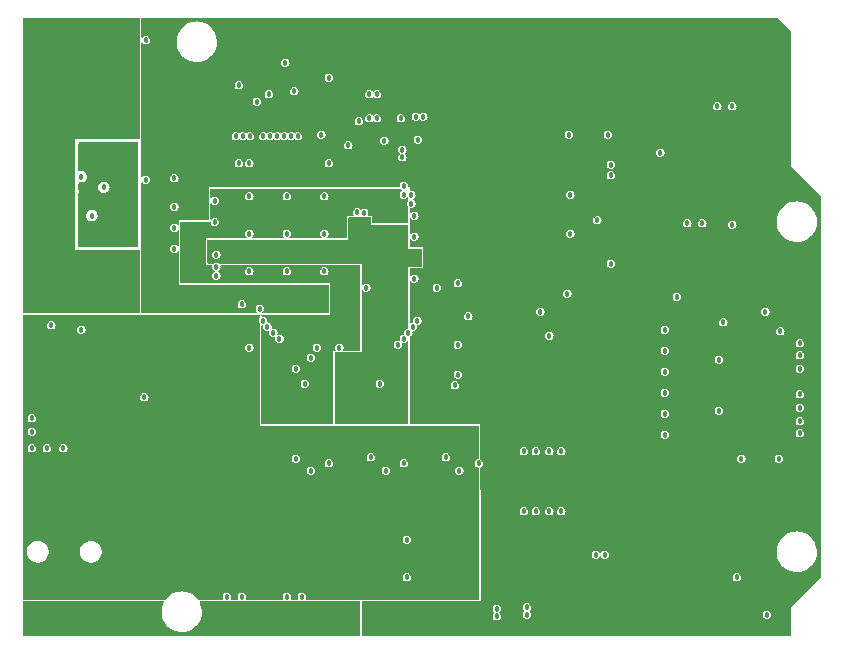
<source format=gbr>
%TF.GenerationSoftware,KiCad,Pcbnew,6.0.0*%
%TF.CreationDate,2022-01-02T09:26:30-06:00*%
%TF.ProjectId,boysenboard,626f7973-656e-4626-9f61-72642e6b6963,rev?*%
%TF.SameCoordinates,Original*%
%TF.FileFunction,Copper,L3,Inr*%
%TF.FilePolarity,Positive*%
%FSLAX46Y46*%
G04 Gerber Fmt 4.6, Leading zero omitted, Abs format (unit mm)*
G04 Created by KiCad (PCBNEW 6.0.0) date 2022-01-02 09:26:30*
%MOMM*%
%LPD*%
G01*
G04 APERTURE LIST*
%TA.AperFunction,ComponentPad*%
%ADD10C,1.450000*%
%TD*%
%TA.AperFunction,ComponentPad*%
%ADD11O,1.900000X1.200000*%
%TD*%
%TA.AperFunction,ViaPad*%
%ADD12C,0.457200*%
%TD*%
G04 APERTURE END LIST*
D10*
%TO.N,GND*%
%TO.C,J1*%
X93156500Y-50760000D03*
D11*
X90456500Y-51760000D03*
D10*
X93156500Y-45760000D03*
D11*
X90456500Y-44760000D03*
%TD*%
D12*
%TO.N,GND*%
X94361000Y-49530000D03*
X135763000Y-51054000D03*
X95250000Y-52832000D03*
X106680000Y-86360000D03*
X90170000Y-69977000D03*
X105664000Y-53365406D03*
X122555000Y-52832000D03*
X107950000Y-85090000D03*
X135636000Y-45974000D03*
X113030000Y-85090000D03*
X111760000Y-51181000D03*
X113030000Y-87630000D03*
X105791000Y-56134000D03*
X139192000Y-56896000D03*
X120142000Y-74422000D03*
X90170000Y-71120000D03*
X90678000Y-37973000D03*
X139192000Y-48514000D03*
X102235000Y-53848000D03*
X111760000Y-57531000D03*
X90170000Y-72517000D03*
X149479000Y-53594000D03*
X108585000Y-57531000D03*
X135509000Y-59436000D03*
X113792000Y-74422000D03*
X121666000Y-73787000D03*
X107950000Y-87630000D03*
X111760000Y-85090000D03*
X92837000Y-72517000D03*
X113284000Y-67056000D03*
X111760000Y-54356000D03*
X119634000Y-67056000D03*
X114300000Y-64008000D03*
X152273000Y-60960000D03*
X125222000Y-73279000D03*
X132080000Y-86614000D03*
X108585000Y-64008000D03*
X122555000Y-54610000D03*
X118491000Y-58928000D03*
X135763000Y-54356000D03*
X111760000Y-86360000D03*
X105791000Y-57150000D03*
X126365000Y-74422000D03*
X107950000Y-60325000D03*
X125984000Y-67183000D03*
X94361000Y-62484000D03*
X143383000Y-47498000D03*
X148717000Y-61849000D03*
X112395000Y-42291000D03*
X102235000Y-49657000D03*
X144780000Y-59690000D03*
X118872000Y-73279000D03*
X114935000Y-57531000D03*
X114935000Y-51181000D03*
X155194000Y-69088000D03*
X117856000Y-44831000D03*
X128016000Y-73787000D03*
X122555000Y-58166000D03*
X148336000Y-69342000D03*
X108585000Y-51181000D03*
X110236000Y-42545000D03*
X148336000Y-65024000D03*
X102235000Y-52070000D03*
X112522000Y-73406000D03*
X114935000Y-54356000D03*
X114681000Y-45974000D03*
X115316000Y-41148000D03*
X107950000Y-86360000D03*
X108585000Y-54356000D03*
X108585000Y-48387000D03*
X106680000Y-87630000D03*
X129540000Y-86106000D03*
X150241000Y-73406000D03*
X133985000Y-62992000D03*
X153416000Y-73406000D03*
X99822000Y-37973000D03*
X91821000Y-62103000D03*
X132080000Y-85979000D03*
X102235000Y-55626000D03*
X106680000Y-85090000D03*
X113030000Y-86360000D03*
X97282000Y-57150000D03*
X116205000Y-64008000D03*
X99695000Y-68199000D03*
X115316000Y-73787000D03*
X98171000Y-59309000D03*
X111760000Y-87630000D03*
X91440000Y-72517000D03*
X105791000Y-57912000D03*
X116967000Y-46863000D03*
X129540000Y-86741000D03*
X107696000Y-48387000D03*
%TO.N,/USB_VBUS*%
X98425000Y-54991000D03*
X97155000Y-53594000D03*
X98425000Y-54356000D03*
X94391000Y-46960000D03*
X96520000Y-53594000D03*
X94899000Y-46960000D03*
X97790000Y-53594000D03*
X95407000Y-46960000D03*
X98425000Y-53594000D03*
%TO.N,+5V*%
X110363000Y-72390000D03*
X116586000Y-76073000D03*
X110363000Y-73660000D03*
X120142000Y-76073000D03*
X119888000Y-73279000D03*
X102489000Y-61468000D03*
X110363000Y-75946000D03*
X126238000Y-66294000D03*
X116586000Y-73660000D03*
X99822000Y-62738000D03*
X101092000Y-64008000D03*
X122936000Y-73660000D03*
X124460000Y-84582000D03*
X101092000Y-62738000D03*
X116586000Y-72390000D03*
X116586000Y-74930000D03*
X101092000Y-61468000D03*
X113538000Y-73406000D03*
X102489000Y-64008000D03*
X126238000Y-63754000D03*
X133223000Y-60960000D03*
X113792000Y-75946000D03*
X101092000Y-65278000D03*
X126238000Y-73279000D03*
X122936000Y-76073000D03*
X99822000Y-61468000D03*
X122936000Y-74930000D03*
X102489000Y-65278000D03*
X126238000Y-58547000D03*
X102489000Y-62738000D03*
X110363000Y-74930000D03*
X124460000Y-83947000D03*
X122936000Y-72390000D03*
%TO.N,+1V1*%
X131826000Y-77851000D03*
X133985000Y-77851000D03*
X135001000Y-77851000D03*
X132842000Y-77851000D03*
X110744000Y-68326000D03*
X110744000Y-67564000D03*
X105664000Y-52197000D03*
X109982000Y-68326000D03*
X110744000Y-69215000D03*
X119277070Y-52856070D03*
X110744000Y-70104000D03*
X109982000Y-67564000D03*
X115316000Y-67183000D03*
X109982000Y-69215000D03*
X109982000Y-70104000D03*
X116205000Y-60325000D03*
%TO.N,+2V5*%
X116459000Y-68326000D03*
X135001000Y-72771000D03*
X117094000Y-69977000D03*
X117094000Y-69215000D03*
X121666000Y-67183000D03*
X116459000Y-69977000D03*
X105791000Y-55372000D03*
X133985000Y-72771000D03*
X117856000Y-55372000D03*
X117221000Y-67564000D03*
X117221000Y-68326000D03*
X132842000Y-72771000D03*
X116459000Y-69215000D03*
X118745000Y-54610000D03*
X122555000Y-56388000D03*
X118491000Y-53213000D03*
X131826000Y-72771000D03*
X116459000Y-67564000D03*
%TO.N,+3V3*%
X133096000Y-48514000D03*
X103251000Y-46101000D03*
X105156000Y-46101000D03*
X148209000Y-53594000D03*
X122809000Y-67564000D03*
X133096000Y-44450000D03*
X122809000Y-70104000D03*
X123571000Y-69342000D03*
X114173000Y-47879000D03*
X151384000Y-75057000D03*
X122809000Y-69342000D03*
X104902000Y-52959000D03*
X105791000Y-49657000D03*
X133096000Y-52578000D03*
X155194000Y-66929000D03*
X127000000Y-85979000D03*
X128016000Y-67183000D03*
X143383000Y-44196000D03*
X123571000Y-68326000D03*
X114935000Y-60706000D03*
X127000000Y-86614000D03*
X123571000Y-67564000D03*
X132969000Y-56896000D03*
X101346000Y-46101000D03*
X146304000Y-59690000D03*
X135001000Y-67691000D03*
X131826000Y-67691000D03*
X108839000Y-60325000D03*
X149352000Y-75057000D03*
X133985000Y-67691000D03*
X143256000Y-49403000D03*
X132842000Y-67691000D03*
X146431000Y-72390000D03*
X119380000Y-86106000D03*
X123571000Y-70104000D03*
X119380000Y-86741000D03*
X122809000Y-68326000D03*
%TO.N,/PE0_UART0_RX*%
X121539000Y-47244000D03*
X139192000Y-49403000D03*
%TO.N,/PE1_UART0_TX*%
X138049000Y-53213000D03*
X121539000Y-47879000D03*
%TO.N,/USB_ID*%
X96266000Y-50419000D03*
X115316000Y-48387000D03*
%TO.N,/I2C0_SCL*%
X118745000Y-42545000D03*
X107696000Y-41783000D03*
X118745000Y-44577000D03*
X117729000Y-52536900D03*
%TO.N,/I2C0_SDA*%
X119380000Y-44577000D03*
X111633000Y-39878000D03*
X119380000Y-42545000D03*
X118311300Y-52584011D03*
%TO.N,/~{RESET}*%
X99822000Y-49784000D03*
X121920000Y-80264000D03*
X105664000Y-51562000D03*
X112522000Y-65786000D03*
X121920000Y-83439000D03*
%TO.N,/SDC0_CLK*%
X110950191Y-46101000D03*
X155194000Y-67945000D03*
%TO.N,/SDC0_D0*%
X110365988Y-46101000D03*
X155194000Y-70231000D03*
X143764000Y-69596000D03*
%TO.N,/SDC0_D1*%
X109781785Y-46101000D03*
X155194000Y-71247000D03*
X143764000Y-71374000D03*
%TO.N,/SDC0_CDM*%
X155194000Y-65786000D03*
X111534394Y-46101000D03*
X143764000Y-67818000D03*
%TO.N,/SDC0_D2*%
X112702800Y-46101000D03*
X155194000Y-63627000D03*
X143764000Y-64262000D03*
%TO.N,/SDC0_D3*%
X155194000Y-64643000D03*
X143764000Y-66040000D03*
X112118597Y-46101000D03*
%TO.N,/SDC0_CD*%
X124460000Y-58928000D03*
X109474000Y-60706000D03*
X143764000Y-62484000D03*
X153543000Y-62611000D03*
X121158000Y-63754000D03*
%TO.N,/PD4_UART1_TX*%
X121666000Y-63246000D03*
X111140900Y-63246000D03*
%TO.N,/PD2_UART1_CTS*%
X110109000Y-62230000D03*
X122428000Y-62230000D03*
%TO.N,/PD3_UART1_RX*%
X110617000Y-62738000D03*
X122047000Y-62738000D03*
%TO.N,/PD1_UART1_RTS*%
X122809000Y-61722000D03*
X109728000Y-61722000D03*
%TO.N,/PD6_I2C1_SDA*%
X149860000Y-83439000D03*
X138684000Y-81534000D03*
%TO.N,/PD5_I2C1_SCL*%
X137922000Y-81534000D03*
X152400000Y-86614000D03*
%TO.N,/LED_STATUS*%
X127127000Y-61341000D03*
X113792000Y-64858900D03*
%TO.N,/FLASH_SPI0_CS*%
X145669000Y-53467000D03*
X108613379Y-46101000D03*
%TO.N,/FLASH_SPI0_MISO*%
X146939000Y-53467000D03*
X108029176Y-46101000D03*
%TO.N,/FLASH_SPI0_CLK*%
X109220000Y-43180000D03*
X148209000Y-43561000D03*
%TO.N,/FLASH_SPI0_MOSI*%
X149479000Y-43561000D03*
X107442000Y-46101000D03*
%TO.N,/PE8_SPI1_MOSI*%
X121666000Y-51054000D03*
X122682000Y-44450019D03*
%TO.N,/PE9_SPI1_CLK*%
X122301000Y-51054000D03*
X121412000Y-44577000D03*
X138938000Y-45974000D03*
X122847101Y-46393101D03*
%TO.N,/PE7_SPI1_CS*%
X121666000Y-50292000D03*
X123317000Y-44450019D03*
%TO.N,/PE10_SP1_MISO*%
X122301000Y-51816000D03*
X120015000Y-46482000D03*
%TD*%
%TA.AperFunction,Conductor*%
%TO.N,GND*%
G36*
X101337824Y-85489306D02*
G01*
X101356130Y-85533500D01*
X101350389Y-85559666D01*
X101257831Y-85760440D01*
X101257178Y-85762709D01*
X101257176Y-85762715D01*
X101209051Y-85929996D01*
X101185691Y-86011196D01*
X101152310Y-86269980D01*
X101158458Y-86530835D01*
X101203991Y-86787758D01*
X101287864Y-87034838D01*
X101288957Y-87036942D01*
X101372880Y-87198500D01*
X101408145Y-87266389D01*
X101562066Y-87477081D01*
X101654375Y-87569874D01*
X101744411Y-87660384D01*
X101744417Y-87660389D01*
X101746086Y-87662067D01*
X101955969Y-87817090D01*
X102186887Y-87938581D01*
X102189123Y-87939353D01*
X102189125Y-87939354D01*
X102321687Y-87985128D01*
X102433524Y-88023746D01*
X102435855Y-88024172D01*
X102435856Y-88024172D01*
X102688227Y-88070263D01*
X102688233Y-88070264D01*
X102690206Y-88070624D01*
X102773702Y-88075000D01*
X102936349Y-88075000D01*
X103026704Y-88068127D01*
X103127811Y-88060436D01*
X103127812Y-88060436D01*
X103130176Y-88060256D01*
X103132481Y-88059722D01*
X103132486Y-88059721D01*
X103382060Y-88001872D01*
X103382059Y-88001872D01*
X103384364Y-88001338D01*
X103626716Y-87904650D01*
X103851654Y-87772415D01*
X104054002Y-87607678D01*
X104173950Y-87475162D01*
X104227517Y-87415983D01*
X104227521Y-87415978D01*
X104229104Y-87414229D01*
X104326772Y-87266389D01*
X104371621Y-87198500D01*
X104372929Y-87196520D01*
X104482169Y-86959560D01*
X104482822Y-86957291D01*
X104482824Y-86957285D01*
X104553654Y-86711080D01*
X104554309Y-86708804D01*
X104587690Y-86450020D01*
X104581542Y-86189165D01*
X104536009Y-85932242D01*
X104452136Y-85685162D01*
X104388320Y-85562311D01*
X104384192Y-85514654D01*
X104414972Y-85478037D01*
X104443783Y-85471000D01*
X117920500Y-85471000D01*
X117964694Y-85489306D01*
X117983000Y-85533500D01*
X117983000Y-88329500D01*
X117964694Y-88373694D01*
X117920500Y-88392000D01*
X89470500Y-88392000D01*
X89426306Y-88373694D01*
X89408000Y-88329500D01*
X89408000Y-85533500D01*
X89426306Y-85489306D01*
X89470500Y-85471000D01*
X101293630Y-85471000D01*
X101337824Y-85489306D01*
G37*
%TD.AperFunction*%
%TD*%
%TA.AperFunction,Conductor*%
%TO.N,GND*%
G36*
X99295694Y-36086306D02*
G01*
X99314000Y-36130500D01*
X99314000Y-46292500D01*
X99295694Y-46336694D01*
X99251500Y-46355000D01*
X93853000Y-46355000D01*
X93853000Y-55753000D01*
X99251500Y-55753000D01*
X99295694Y-55771306D01*
X99314000Y-55815500D01*
X99314000Y-61024500D01*
X99295694Y-61068694D01*
X99251500Y-61087000D01*
X89470500Y-61087000D01*
X89426306Y-61068694D01*
X89408000Y-61024500D01*
X89408000Y-36130500D01*
X89426306Y-36086306D01*
X89470500Y-36068000D01*
X99251500Y-36068000D01*
X99295694Y-36086306D01*
G37*
%TD.AperFunction*%
%TD*%
%TA.AperFunction,Conductor*%
%TO.N,+3V3*%
G36*
X153307306Y-36086306D02*
G01*
X154413694Y-37192694D01*
X154432000Y-37236888D01*
X154432000Y-48641000D01*
X156953694Y-51162694D01*
X156972000Y-51206888D01*
X156972000Y-83413112D01*
X156953694Y-83457306D01*
X154432000Y-85979000D01*
X154432000Y-88329498D01*
X154413694Y-88373692D01*
X154369498Y-88391998D01*
X136252074Y-88391400D01*
X118172498Y-88390803D01*
X118128304Y-88372496D01*
X118110000Y-88328303D01*
X118110000Y-86741000D01*
X129179461Y-86741000D01*
X129180230Y-86745855D01*
X129193462Y-86829398D01*
X129197107Y-86852413D01*
X129248318Y-86952920D01*
X129328080Y-87032682D01*
X129376684Y-87057447D01*
X129424202Y-87081659D01*
X129424203Y-87081659D01*
X129428587Y-87083893D01*
X129433444Y-87084662D01*
X129433446Y-87084663D01*
X129535145Y-87100770D01*
X129540000Y-87101539D01*
X129544855Y-87100770D01*
X129646554Y-87084663D01*
X129646556Y-87084662D01*
X129651413Y-87083893D01*
X129655797Y-87081659D01*
X129655798Y-87081659D01*
X129703316Y-87057447D01*
X129751920Y-87032682D01*
X129831682Y-86952920D01*
X129882893Y-86852413D01*
X129886539Y-86829398D01*
X129899770Y-86745855D01*
X129900539Y-86741000D01*
X129895440Y-86708804D01*
X129883663Y-86634446D01*
X129883662Y-86634444D01*
X129882893Y-86629587D01*
X129874951Y-86614000D01*
X131719461Y-86614000D01*
X131737107Y-86725413D01*
X131788318Y-86825920D01*
X131868080Y-86905682D01*
X131916684Y-86930447D01*
X131964202Y-86954659D01*
X131964203Y-86954659D01*
X131968587Y-86956893D01*
X131973444Y-86957662D01*
X131973446Y-86957663D01*
X132075145Y-86973770D01*
X132080000Y-86974539D01*
X132084855Y-86973770D01*
X132186554Y-86957663D01*
X132186556Y-86957662D01*
X132191413Y-86956893D01*
X132195797Y-86954659D01*
X132195798Y-86954659D01*
X132243316Y-86930447D01*
X132291920Y-86905682D01*
X132371682Y-86825920D01*
X132422893Y-86725413D01*
X132440539Y-86614000D01*
X152039461Y-86614000D01*
X152057107Y-86725413D01*
X152108318Y-86825920D01*
X152188080Y-86905682D01*
X152236684Y-86930447D01*
X152284202Y-86954659D01*
X152284203Y-86954659D01*
X152288587Y-86956893D01*
X152293444Y-86957662D01*
X152293446Y-86957663D01*
X152395145Y-86973770D01*
X152400000Y-86974539D01*
X152404855Y-86973770D01*
X152506554Y-86957663D01*
X152506556Y-86957662D01*
X152511413Y-86956893D01*
X152515797Y-86954659D01*
X152515798Y-86954659D01*
X152563316Y-86930447D01*
X152611920Y-86905682D01*
X152691682Y-86825920D01*
X152742893Y-86725413D01*
X152760539Y-86614000D01*
X152753874Y-86571920D01*
X152743663Y-86507446D01*
X152743662Y-86507444D01*
X152742893Y-86502587D01*
X152691682Y-86402080D01*
X152611920Y-86322318D01*
X152534992Y-86283121D01*
X152515798Y-86273341D01*
X152515797Y-86273341D01*
X152511413Y-86271107D01*
X152506556Y-86270338D01*
X152506554Y-86270337D01*
X152404855Y-86254230D01*
X152400000Y-86253461D01*
X152395145Y-86254230D01*
X152293446Y-86270337D01*
X152293444Y-86270338D01*
X152288587Y-86271107D01*
X152284203Y-86273341D01*
X152284202Y-86273341D01*
X152265008Y-86283121D01*
X152188080Y-86322318D01*
X152108318Y-86402080D01*
X152057107Y-86502587D01*
X152056338Y-86507444D01*
X152056337Y-86507446D01*
X152046126Y-86571920D01*
X152039461Y-86614000D01*
X132440539Y-86614000D01*
X132433874Y-86571920D01*
X132423663Y-86507446D01*
X132423662Y-86507444D01*
X132422893Y-86502587D01*
X132371682Y-86402080D01*
X132310296Y-86340694D01*
X132291990Y-86296500D01*
X132310296Y-86252306D01*
X132371682Y-86190920D01*
X132422893Y-86090413D01*
X132426393Y-86068318D01*
X132439770Y-85983855D01*
X132440539Y-85979000D01*
X132433133Y-85932242D01*
X132423663Y-85872446D01*
X132423662Y-85872444D01*
X132422893Y-85867587D01*
X132371682Y-85767080D01*
X132291920Y-85687318D01*
X132243316Y-85662553D01*
X132195798Y-85638341D01*
X132195797Y-85638341D01*
X132191413Y-85636107D01*
X132186556Y-85635338D01*
X132186554Y-85635337D01*
X132084855Y-85619230D01*
X132080000Y-85618461D01*
X132075145Y-85619230D01*
X131973446Y-85635337D01*
X131973444Y-85635338D01*
X131968587Y-85636107D01*
X131964203Y-85638341D01*
X131964202Y-85638341D01*
X131916684Y-85662553D01*
X131868080Y-85687318D01*
X131788318Y-85767080D01*
X131737107Y-85867587D01*
X131736338Y-85872444D01*
X131736337Y-85872446D01*
X131726867Y-85932242D01*
X131719461Y-85979000D01*
X131720230Y-85983855D01*
X131733608Y-86068318D01*
X131737107Y-86090413D01*
X131788318Y-86190920D01*
X131849704Y-86252306D01*
X131868010Y-86296500D01*
X131849704Y-86340694D01*
X131788318Y-86402080D01*
X131737107Y-86502587D01*
X131736338Y-86507444D01*
X131736337Y-86507446D01*
X131726126Y-86571920D01*
X131719461Y-86614000D01*
X129874951Y-86614000D01*
X129831682Y-86529080D01*
X129770296Y-86467694D01*
X129751990Y-86423500D01*
X129770296Y-86379306D01*
X129831682Y-86317920D01*
X129882893Y-86217413D01*
X129886539Y-86194398D01*
X129899770Y-86110855D01*
X129900539Y-86106000D01*
X129882893Y-85994587D01*
X129831682Y-85894080D01*
X129751920Y-85814318D01*
X129667813Y-85771463D01*
X129655798Y-85765341D01*
X129655797Y-85765341D01*
X129651413Y-85763107D01*
X129646556Y-85762338D01*
X129646554Y-85762337D01*
X129544855Y-85746230D01*
X129540000Y-85745461D01*
X129535145Y-85746230D01*
X129433446Y-85762337D01*
X129433444Y-85762338D01*
X129428587Y-85763107D01*
X129424203Y-85765341D01*
X129424202Y-85765341D01*
X129412187Y-85771463D01*
X129328080Y-85814318D01*
X129248318Y-85894080D01*
X129197107Y-85994587D01*
X129179461Y-86106000D01*
X129180230Y-86110855D01*
X129193462Y-86194398D01*
X129197107Y-86217413D01*
X129248318Y-86317920D01*
X129309704Y-86379306D01*
X129328010Y-86423500D01*
X129309704Y-86467694D01*
X129248318Y-86529080D01*
X129197107Y-86629587D01*
X129196338Y-86634444D01*
X129196337Y-86634446D01*
X129184560Y-86708804D01*
X129179461Y-86741000D01*
X118110000Y-86741000D01*
X118110000Y-85535289D01*
X118128306Y-85491095D01*
X118172489Y-85472789D01*
X122118209Y-85472085D01*
X128206500Y-85471000D01*
X128197893Y-83439000D01*
X149499461Y-83439000D01*
X149517107Y-83550413D01*
X149568318Y-83650920D01*
X149648080Y-83730682D01*
X149656712Y-83735080D01*
X149744202Y-83779659D01*
X149744203Y-83779659D01*
X149748587Y-83781893D01*
X149753444Y-83782662D01*
X149753446Y-83782663D01*
X149855145Y-83798770D01*
X149860000Y-83799539D01*
X149864855Y-83798770D01*
X149966554Y-83782663D01*
X149966556Y-83782662D01*
X149971413Y-83781893D01*
X149975797Y-83779659D01*
X149975798Y-83779659D01*
X150063288Y-83735080D01*
X150071920Y-83730682D01*
X150151682Y-83650920D01*
X150202893Y-83550413D01*
X150220539Y-83439000D01*
X150202893Y-83327587D01*
X150151682Y-83227080D01*
X150071920Y-83147318D01*
X150023316Y-83122553D01*
X149975798Y-83098341D01*
X149975797Y-83098341D01*
X149971413Y-83096107D01*
X149966556Y-83095338D01*
X149966554Y-83095337D01*
X149864855Y-83079230D01*
X149860000Y-83078461D01*
X149855145Y-83079230D01*
X149753446Y-83095337D01*
X149753444Y-83095338D01*
X149748587Y-83096107D01*
X149744203Y-83098341D01*
X149744202Y-83098341D01*
X149696684Y-83122553D01*
X149648080Y-83147318D01*
X149568318Y-83227080D01*
X149517107Y-83327587D01*
X149499461Y-83439000D01*
X128197893Y-83439000D01*
X128189823Y-81534000D01*
X137561461Y-81534000D01*
X137562230Y-81538855D01*
X137576104Y-81626451D01*
X137579107Y-81645413D01*
X137630318Y-81745920D01*
X137710080Y-81825682D01*
X137758684Y-81850447D01*
X137806202Y-81874659D01*
X137806203Y-81874659D01*
X137810587Y-81876893D01*
X137815444Y-81877662D01*
X137815446Y-81877663D01*
X137917145Y-81893770D01*
X137922000Y-81894539D01*
X137926855Y-81893770D01*
X138028554Y-81877663D01*
X138028556Y-81877662D01*
X138033413Y-81876893D01*
X138037797Y-81874659D01*
X138037798Y-81874659D01*
X138085316Y-81850447D01*
X138133920Y-81825682D01*
X138213682Y-81745920D01*
X138247313Y-81679917D01*
X138283687Y-81648851D01*
X138331375Y-81652604D01*
X138358687Y-81679916D01*
X138392318Y-81745920D01*
X138472080Y-81825682D01*
X138520684Y-81850447D01*
X138568202Y-81874659D01*
X138568203Y-81874659D01*
X138572587Y-81876893D01*
X138577444Y-81877662D01*
X138577446Y-81877663D01*
X138679145Y-81893770D01*
X138684000Y-81894539D01*
X138688855Y-81893770D01*
X138790554Y-81877663D01*
X138790556Y-81877662D01*
X138795413Y-81876893D01*
X138799797Y-81874659D01*
X138799798Y-81874659D01*
X138847316Y-81850447D01*
X138895920Y-81825682D01*
X138975682Y-81745920D01*
X139026893Y-81645413D01*
X139029897Y-81626451D01*
X139043770Y-81538855D01*
X139044539Y-81534000D01*
X139042118Y-81518716D01*
X139027663Y-81427446D01*
X139027662Y-81427444D01*
X139026893Y-81422587D01*
X138975682Y-81322080D01*
X138895920Y-81242318D01*
X138847316Y-81217553D01*
X138799798Y-81193341D01*
X138799797Y-81193341D01*
X138795413Y-81191107D01*
X138790556Y-81190338D01*
X138790554Y-81190337D01*
X138788300Y-81189980D01*
X153222310Y-81189980D01*
X153228458Y-81450835D01*
X153273991Y-81707758D01*
X153274752Y-81709999D01*
X153274753Y-81710004D01*
X153286945Y-81745920D01*
X153357864Y-81954838D01*
X153358957Y-81956942D01*
X153442880Y-82118500D01*
X153478145Y-82186389D01*
X153632066Y-82397081D01*
X153724375Y-82489874D01*
X153814411Y-82580384D01*
X153814417Y-82580389D01*
X153816086Y-82582067D01*
X154025969Y-82737090D01*
X154256887Y-82858581D01*
X154259123Y-82859353D01*
X154259125Y-82859354D01*
X154391687Y-82905128D01*
X154503524Y-82943746D01*
X154505855Y-82944172D01*
X154505856Y-82944172D01*
X154758227Y-82990263D01*
X154758233Y-82990264D01*
X154760206Y-82990624D01*
X154843702Y-82995000D01*
X155006349Y-82995000D01*
X155096704Y-82988127D01*
X155197811Y-82980436D01*
X155197812Y-82980436D01*
X155200176Y-82980256D01*
X155202481Y-82979722D01*
X155202486Y-82979721D01*
X155452060Y-82921872D01*
X155452059Y-82921872D01*
X155454364Y-82921338D01*
X155696716Y-82824650D01*
X155921654Y-82692415D01*
X156124002Y-82527678D01*
X156243950Y-82395162D01*
X156297517Y-82335983D01*
X156297521Y-82335978D01*
X156299104Y-82334229D01*
X156396772Y-82186389D01*
X156441621Y-82118500D01*
X156442929Y-82116520D01*
X156552169Y-81879560D01*
X156552822Y-81877291D01*
X156552824Y-81877285D01*
X156619531Y-81645413D01*
X156624309Y-81628804D01*
X156657690Y-81370020D01*
X156653391Y-81187624D01*
X156651598Y-81111538D01*
X156651598Y-81111537D01*
X156651542Y-81109165D01*
X156606009Y-80852242D01*
X156522136Y-80605162D01*
X156455000Y-80475920D01*
X156402952Y-80375722D01*
X156402949Y-80375718D01*
X156401855Y-80373611D01*
X156247934Y-80162919D01*
X156116528Y-80030823D01*
X156065589Y-79979616D01*
X156065583Y-79979611D01*
X156063914Y-79977933D01*
X155854031Y-79822910D01*
X155623113Y-79701419D01*
X155620877Y-79700647D01*
X155620875Y-79700646D01*
X155378717Y-79617028D01*
X155376476Y-79616254D01*
X155374145Y-79615828D01*
X155374144Y-79615828D01*
X155121773Y-79569737D01*
X155121767Y-79569736D01*
X155119794Y-79569376D01*
X155036298Y-79565000D01*
X154873651Y-79565000D01*
X154811378Y-79569737D01*
X154682189Y-79579564D01*
X154682188Y-79579564D01*
X154679824Y-79579744D01*
X154677519Y-79580278D01*
X154677514Y-79580279D01*
X154450027Y-79633008D01*
X154425636Y-79638662D01*
X154183284Y-79735350D01*
X153958346Y-79867585D01*
X153755998Y-80032322D01*
X153738114Y-80052080D01*
X153582483Y-80224017D01*
X153582479Y-80224022D01*
X153580896Y-80225771D01*
X153579595Y-80227741D01*
X153579593Y-80227743D01*
X153482038Y-80375413D01*
X153437071Y-80443480D01*
X153327831Y-80680440D01*
X153327178Y-80682709D01*
X153327176Y-80682715D01*
X153279051Y-80849996D01*
X153255691Y-80931196D01*
X153222310Y-81189980D01*
X138788300Y-81189980D01*
X138688855Y-81174230D01*
X138684000Y-81173461D01*
X138679145Y-81174230D01*
X138577446Y-81190337D01*
X138577444Y-81190338D01*
X138572587Y-81191107D01*
X138568203Y-81193341D01*
X138568202Y-81193341D01*
X138520684Y-81217553D01*
X138472080Y-81242318D01*
X138392318Y-81322080D01*
X138366691Y-81372376D01*
X138358688Y-81388083D01*
X138322313Y-81419149D01*
X138274625Y-81415396D01*
X138247312Y-81388083D01*
X138239309Y-81372376D01*
X138213682Y-81322080D01*
X138133920Y-81242318D01*
X138085316Y-81217553D01*
X138037798Y-81193341D01*
X138037797Y-81193341D01*
X138033413Y-81191107D01*
X138028556Y-81190338D01*
X138028554Y-81190337D01*
X137926855Y-81174230D01*
X137922000Y-81173461D01*
X137917145Y-81174230D01*
X137815446Y-81190337D01*
X137815444Y-81190338D01*
X137810587Y-81191107D01*
X137806203Y-81193341D01*
X137806202Y-81193341D01*
X137758684Y-81217553D01*
X137710080Y-81242318D01*
X137630318Y-81322080D01*
X137579107Y-81422587D01*
X137578338Y-81427444D01*
X137578337Y-81427446D01*
X137563882Y-81518716D01*
X137561461Y-81534000D01*
X128189823Y-81534000D01*
X128174222Y-77851000D01*
X131465461Y-77851000D01*
X131483107Y-77962413D01*
X131534318Y-78062920D01*
X131614080Y-78142682D01*
X131662684Y-78167447D01*
X131710202Y-78191659D01*
X131710203Y-78191659D01*
X131714587Y-78193893D01*
X131719444Y-78194662D01*
X131719446Y-78194663D01*
X131821145Y-78210770D01*
X131826000Y-78211539D01*
X131830855Y-78210770D01*
X131932554Y-78194663D01*
X131932556Y-78194662D01*
X131937413Y-78193893D01*
X131941797Y-78191659D01*
X131941798Y-78191659D01*
X131989316Y-78167447D01*
X132037920Y-78142682D01*
X132117682Y-78062920D01*
X132168893Y-77962413D01*
X132186539Y-77851000D01*
X132481461Y-77851000D01*
X132499107Y-77962413D01*
X132550318Y-78062920D01*
X132630080Y-78142682D01*
X132678684Y-78167447D01*
X132726202Y-78191659D01*
X132726203Y-78191659D01*
X132730587Y-78193893D01*
X132735444Y-78194662D01*
X132735446Y-78194663D01*
X132837145Y-78210770D01*
X132842000Y-78211539D01*
X132846855Y-78210770D01*
X132948554Y-78194663D01*
X132948556Y-78194662D01*
X132953413Y-78193893D01*
X132957797Y-78191659D01*
X132957798Y-78191659D01*
X133005316Y-78167447D01*
X133053920Y-78142682D01*
X133133682Y-78062920D01*
X133184893Y-77962413D01*
X133202539Y-77851000D01*
X133624461Y-77851000D01*
X133642107Y-77962413D01*
X133693318Y-78062920D01*
X133773080Y-78142682D01*
X133821684Y-78167447D01*
X133869202Y-78191659D01*
X133869203Y-78191659D01*
X133873587Y-78193893D01*
X133878444Y-78194662D01*
X133878446Y-78194663D01*
X133980145Y-78210770D01*
X133985000Y-78211539D01*
X133989855Y-78210770D01*
X134091554Y-78194663D01*
X134091556Y-78194662D01*
X134096413Y-78193893D01*
X134100797Y-78191659D01*
X134100798Y-78191659D01*
X134148316Y-78167447D01*
X134196920Y-78142682D01*
X134276682Y-78062920D01*
X134327893Y-77962413D01*
X134345539Y-77851000D01*
X134640461Y-77851000D01*
X134658107Y-77962413D01*
X134709318Y-78062920D01*
X134789080Y-78142682D01*
X134837684Y-78167447D01*
X134885202Y-78191659D01*
X134885203Y-78191659D01*
X134889587Y-78193893D01*
X134894444Y-78194662D01*
X134894446Y-78194663D01*
X134996145Y-78210770D01*
X135001000Y-78211539D01*
X135005855Y-78210770D01*
X135107554Y-78194663D01*
X135107556Y-78194662D01*
X135112413Y-78193893D01*
X135116797Y-78191659D01*
X135116798Y-78191659D01*
X135164316Y-78167447D01*
X135212920Y-78142682D01*
X135292682Y-78062920D01*
X135343893Y-77962413D01*
X135361539Y-77851000D01*
X135343893Y-77739587D01*
X135292682Y-77639080D01*
X135212920Y-77559318D01*
X135164316Y-77534553D01*
X135116798Y-77510341D01*
X135116797Y-77510341D01*
X135112413Y-77508107D01*
X135107556Y-77507338D01*
X135107554Y-77507337D01*
X135005855Y-77491230D01*
X135001000Y-77490461D01*
X134996145Y-77491230D01*
X134894446Y-77507337D01*
X134894444Y-77507338D01*
X134889587Y-77508107D01*
X134885203Y-77510341D01*
X134885202Y-77510341D01*
X134837684Y-77534553D01*
X134789080Y-77559318D01*
X134709318Y-77639080D01*
X134658107Y-77739587D01*
X134640461Y-77851000D01*
X134345539Y-77851000D01*
X134327893Y-77739587D01*
X134276682Y-77639080D01*
X134196920Y-77559318D01*
X134148316Y-77534553D01*
X134100798Y-77510341D01*
X134100797Y-77510341D01*
X134096413Y-77508107D01*
X134091556Y-77507338D01*
X134091554Y-77507337D01*
X133989855Y-77491230D01*
X133985000Y-77490461D01*
X133980145Y-77491230D01*
X133878446Y-77507337D01*
X133878444Y-77507338D01*
X133873587Y-77508107D01*
X133869203Y-77510341D01*
X133869202Y-77510341D01*
X133821684Y-77534553D01*
X133773080Y-77559318D01*
X133693318Y-77639080D01*
X133642107Y-77739587D01*
X133624461Y-77851000D01*
X133202539Y-77851000D01*
X133184893Y-77739587D01*
X133133682Y-77639080D01*
X133053920Y-77559318D01*
X133005316Y-77534553D01*
X132957798Y-77510341D01*
X132957797Y-77510341D01*
X132953413Y-77508107D01*
X132948556Y-77507338D01*
X132948554Y-77507337D01*
X132846855Y-77491230D01*
X132842000Y-77490461D01*
X132837145Y-77491230D01*
X132735446Y-77507337D01*
X132735444Y-77507338D01*
X132730587Y-77508107D01*
X132726203Y-77510341D01*
X132726202Y-77510341D01*
X132678684Y-77534553D01*
X132630080Y-77559318D01*
X132550318Y-77639080D01*
X132499107Y-77739587D01*
X132481461Y-77851000D01*
X132186539Y-77851000D01*
X132168893Y-77739587D01*
X132117682Y-77639080D01*
X132037920Y-77559318D01*
X131989316Y-77534553D01*
X131941798Y-77510341D01*
X131941797Y-77510341D01*
X131937413Y-77508107D01*
X131932556Y-77507338D01*
X131932554Y-77507337D01*
X131830855Y-77491230D01*
X131826000Y-77490461D01*
X131821145Y-77491230D01*
X131719446Y-77507337D01*
X131719444Y-77507338D01*
X131714587Y-77508107D01*
X131710203Y-77510341D01*
X131710202Y-77510341D01*
X131662684Y-77534553D01*
X131614080Y-77559318D01*
X131534318Y-77639080D01*
X131483107Y-77739587D01*
X131465461Y-77851000D01*
X128174222Y-77851000D01*
X128158556Y-74152591D01*
X128176674Y-74108319D01*
X128192680Y-74096638D01*
X128223541Y-74080913D01*
X128227920Y-74078682D01*
X128307682Y-73998920D01*
X128358893Y-73898413D01*
X128376539Y-73787000D01*
X128373177Y-73765770D01*
X128359663Y-73680446D01*
X128359662Y-73680444D01*
X128358893Y-73675587D01*
X128307682Y-73575080D01*
X128227920Y-73495318D01*
X128189579Y-73475782D01*
X128158513Y-73439407D01*
X128155455Y-73420359D01*
X128155394Y-73406000D01*
X149880461Y-73406000D01*
X149881230Y-73410855D01*
X149894608Y-73495318D01*
X149898107Y-73517413D01*
X149949318Y-73617920D01*
X150029080Y-73697682D01*
X150077684Y-73722447D01*
X150125202Y-73746659D01*
X150125203Y-73746659D01*
X150129587Y-73748893D01*
X150134444Y-73749662D01*
X150134446Y-73749663D01*
X150236145Y-73765770D01*
X150241000Y-73766539D01*
X150245855Y-73765770D01*
X150347554Y-73749663D01*
X150347556Y-73749662D01*
X150352413Y-73748893D01*
X150356797Y-73746659D01*
X150356798Y-73746659D01*
X150404316Y-73722447D01*
X150452920Y-73697682D01*
X150532682Y-73617920D01*
X150583893Y-73517413D01*
X150587393Y-73495318D01*
X150600770Y-73410855D01*
X150601539Y-73406000D01*
X153055461Y-73406000D01*
X153056230Y-73410855D01*
X153069608Y-73495318D01*
X153073107Y-73517413D01*
X153124318Y-73617920D01*
X153204080Y-73697682D01*
X153252684Y-73722447D01*
X153300202Y-73746659D01*
X153300203Y-73746659D01*
X153304587Y-73748893D01*
X153309444Y-73749662D01*
X153309446Y-73749663D01*
X153411145Y-73765770D01*
X153416000Y-73766539D01*
X153420855Y-73765770D01*
X153522554Y-73749663D01*
X153522556Y-73749662D01*
X153527413Y-73748893D01*
X153531797Y-73746659D01*
X153531798Y-73746659D01*
X153579316Y-73722447D01*
X153627920Y-73697682D01*
X153707682Y-73617920D01*
X153758893Y-73517413D01*
X153762393Y-73495318D01*
X153775770Y-73410855D01*
X153776539Y-73406000D01*
X153758893Y-73294587D01*
X153707682Y-73194080D01*
X153627920Y-73114318D01*
X153579316Y-73089553D01*
X153531798Y-73065341D01*
X153531797Y-73065341D01*
X153527413Y-73063107D01*
X153522556Y-73062338D01*
X153522554Y-73062337D01*
X153420855Y-73046230D01*
X153416000Y-73045461D01*
X153411145Y-73046230D01*
X153309446Y-73062337D01*
X153309444Y-73062338D01*
X153304587Y-73063107D01*
X153300203Y-73065341D01*
X153300202Y-73065341D01*
X153252684Y-73089553D01*
X153204080Y-73114318D01*
X153124318Y-73194080D01*
X153073107Y-73294587D01*
X153055461Y-73406000D01*
X150601539Y-73406000D01*
X150583893Y-73294587D01*
X150532682Y-73194080D01*
X150452920Y-73114318D01*
X150404316Y-73089553D01*
X150356798Y-73065341D01*
X150356797Y-73065341D01*
X150352413Y-73063107D01*
X150347556Y-73062338D01*
X150347554Y-73062337D01*
X150245855Y-73046230D01*
X150241000Y-73045461D01*
X150236145Y-73046230D01*
X150134446Y-73062337D01*
X150134444Y-73062338D01*
X150129587Y-73063107D01*
X150125203Y-73065341D01*
X150125202Y-73065341D01*
X150077684Y-73089553D01*
X150029080Y-73114318D01*
X149949318Y-73194080D01*
X149898107Y-73294587D01*
X149880461Y-73406000D01*
X128155394Y-73406000D01*
X128152704Y-72771000D01*
X131465461Y-72771000D01*
X131483107Y-72882413D01*
X131534318Y-72982920D01*
X131614080Y-73062682D01*
X131619299Y-73065341D01*
X131710202Y-73111659D01*
X131710203Y-73111659D01*
X131714587Y-73113893D01*
X131719444Y-73114662D01*
X131719446Y-73114663D01*
X131821145Y-73130770D01*
X131826000Y-73131539D01*
X131830855Y-73130770D01*
X131932554Y-73114663D01*
X131932556Y-73114662D01*
X131937413Y-73113893D01*
X131941797Y-73111659D01*
X131941798Y-73111659D01*
X132032701Y-73065341D01*
X132037920Y-73062682D01*
X132117682Y-72982920D01*
X132168893Y-72882413D01*
X132186539Y-72771000D01*
X132481461Y-72771000D01*
X132499107Y-72882413D01*
X132550318Y-72982920D01*
X132630080Y-73062682D01*
X132635299Y-73065341D01*
X132726202Y-73111659D01*
X132726203Y-73111659D01*
X132730587Y-73113893D01*
X132735444Y-73114662D01*
X132735446Y-73114663D01*
X132837145Y-73130770D01*
X132842000Y-73131539D01*
X132846855Y-73130770D01*
X132948554Y-73114663D01*
X132948556Y-73114662D01*
X132953413Y-73113893D01*
X132957797Y-73111659D01*
X132957798Y-73111659D01*
X133048701Y-73065341D01*
X133053920Y-73062682D01*
X133133682Y-72982920D01*
X133184893Y-72882413D01*
X133202539Y-72771000D01*
X133624461Y-72771000D01*
X133642107Y-72882413D01*
X133693318Y-72982920D01*
X133773080Y-73062682D01*
X133778299Y-73065341D01*
X133869202Y-73111659D01*
X133869203Y-73111659D01*
X133873587Y-73113893D01*
X133878444Y-73114662D01*
X133878446Y-73114663D01*
X133980145Y-73130770D01*
X133985000Y-73131539D01*
X133989855Y-73130770D01*
X134091554Y-73114663D01*
X134091556Y-73114662D01*
X134096413Y-73113893D01*
X134100797Y-73111659D01*
X134100798Y-73111659D01*
X134191701Y-73065341D01*
X134196920Y-73062682D01*
X134276682Y-72982920D01*
X134327893Y-72882413D01*
X134345539Y-72771000D01*
X134640461Y-72771000D01*
X134658107Y-72882413D01*
X134709318Y-72982920D01*
X134789080Y-73062682D01*
X134794299Y-73065341D01*
X134885202Y-73111659D01*
X134885203Y-73111659D01*
X134889587Y-73113893D01*
X134894444Y-73114662D01*
X134894446Y-73114663D01*
X134996145Y-73130770D01*
X135001000Y-73131539D01*
X135005855Y-73130770D01*
X135107554Y-73114663D01*
X135107556Y-73114662D01*
X135112413Y-73113893D01*
X135116797Y-73111659D01*
X135116798Y-73111659D01*
X135207701Y-73065341D01*
X135212920Y-73062682D01*
X135292682Y-72982920D01*
X135343893Y-72882413D01*
X135361539Y-72771000D01*
X135358298Y-72750539D01*
X135344663Y-72664446D01*
X135344662Y-72664444D01*
X135343893Y-72659587D01*
X135292682Y-72559080D01*
X135212920Y-72479318D01*
X135164316Y-72454553D01*
X135116798Y-72430341D01*
X135116797Y-72430341D01*
X135112413Y-72428107D01*
X135107556Y-72427338D01*
X135107554Y-72427337D01*
X135005855Y-72411230D01*
X135001000Y-72410461D01*
X134996145Y-72411230D01*
X134894446Y-72427337D01*
X134894444Y-72427338D01*
X134889587Y-72428107D01*
X134885203Y-72430341D01*
X134885202Y-72430341D01*
X134837684Y-72454553D01*
X134789080Y-72479318D01*
X134709318Y-72559080D01*
X134658107Y-72659587D01*
X134657338Y-72664444D01*
X134657337Y-72664446D01*
X134643702Y-72750539D01*
X134640461Y-72771000D01*
X134345539Y-72771000D01*
X134342298Y-72750539D01*
X134328663Y-72664446D01*
X134328662Y-72664444D01*
X134327893Y-72659587D01*
X134276682Y-72559080D01*
X134196920Y-72479318D01*
X134148316Y-72454553D01*
X134100798Y-72430341D01*
X134100797Y-72430341D01*
X134096413Y-72428107D01*
X134091556Y-72427338D01*
X134091554Y-72427337D01*
X133989855Y-72411230D01*
X133985000Y-72410461D01*
X133980145Y-72411230D01*
X133878446Y-72427337D01*
X133878444Y-72427338D01*
X133873587Y-72428107D01*
X133869203Y-72430341D01*
X133869202Y-72430341D01*
X133821684Y-72454553D01*
X133773080Y-72479318D01*
X133693318Y-72559080D01*
X133642107Y-72659587D01*
X133641338Y-72664444D01*
X133641337Y-72664446D01*
X133627702Y-72750539D01*
X133624461Y-72771000D01*
X133202539Y-72771000D01*
X133199298Y-72750539D01*
X133185663Y-72664446D01*
X133185662Y-72664444D01*
X133184893Y-72659587D01*
X133133682Y-72559080D01*
X133053920Y-72479318D01*
X133005316Y-72454553D01*
X132957798Y-72430341D01*
X132957797Y-72430341D01*
X132953413Y-72428107D01*
X132948556Y-72427338D01*
X132948554Y-72427337D01*
X132846855Y-72411230D01*
X132842000Y-72410461D01*
X132837145Y-72411230D01*
X132735446Y-72427337D01*
X132735444Y-72427338D01*
X132730587Y-72428107D01*
X132726203Y-72430341D01*
X132726202Y-72430341D01*
X132678684Y-72454553D01*
X132630080Y-72479318D01*
X132550318Y-72559080D01*
X132499107Y-72659587D01*
X132498338Y-72664444D01*
X132498337Y-72664446D01*
X132484702Y-72750539D01*
X132481461Y-72771000D01*
X132186539Y-72771000D01*
X132183298Y-72750539D01*
X132169663Y-72664446D01*
X132169662Y-72664444D01*
X132168893Y-72659587D01*
X132117682Y-72559080D01*
X132037920Y-72479318D01*
X131989316Y-72454553D01*
X131941798Y-72430341D01*
X131941797Y-72430341D01*
X131937413Y-72428107D01*
X131932556Y-72427338D01*
X131932554Y-72427337D01*
X131830855Y-72411230D01*
X131826000Y-72410461D01*
X131821145Y-72411230D01*
X131719446Y-72427337D01*
X131719444Y-72427338D01*
X131714587Y-72428107D01*
X131710203Y-72430341D01*
X131710202Y-72430341D01*
X131662684Y-72454553D01*
X131614080Y-72479318D01*
X131534318Y-72559080D01*
X131483107Y-72659587D01*
X131482338Y-72664444D01*
X131482337Y-72664446D01*
X131468702Y-72750539D01*
X131465461Y-72771000D01*
X128152704Y-72771000D01*
X128146786Y-71374000D01*
X143403461Y-71374000D01*
X143404230Y-71378855D01*
X143417462Y-71462398D01*
X143421107Y-71485413D01*
X143472318Y-71585920D01*
X143552080Y-71665682D01*
X143600684Y-71690447D01*
X143648202Y-71714659D01*
X143648203Y-71714659D01*
X143652587Y-71716893D01*
X143657444Y-71717662D01*
X143657446Y-71717663D01*
X143759145Y-71733770D01*
X143764000Y-71734539D01*
X143768855Y-71733770D01*
X143870554Y-71717663D01*
X143870556Y-71717662D01*
X143875413Y-71716893D01*
X143879797Y-71714659D01*
X143879798Y-71714659D01*
X143927316Y-71690447D01*
X143975920Y-71665682D01*
X144055682Y-71585920D01*
X144106893Y-71485413D01*
X144110539Y-71462398D01*
X144123770Y-71378855D01*
X144124539Y-71374000D01*
X144106893Y-71262587D01*
X144098951Y-71247000D01*
X154833461Y-71247000D01*
X154851107Y-71358413D01*
X154902318Y-71458920D01*
X154982080Y-71538682D01*
X155030684Y-71563447D01*
X155078202Y-71587659D01*
X155078203Y-71587659D01*
X155082587Y-71589893D01*
X155087444Y-71590662D01*
X155087446Y-71590663D01*
X155189145Y-71606770D01*
X155194000Y-71607539D01*
X155198855Y-71606770D01*
X155300554Y-71590663D01*
X155300556Y-71590662D01*
X155305413Y-71589893D01*
X155309797Y-71587659D01*
X155309798Y-71587659D01*
X155357316Y-71563447D01*
X155405920Y-71538682D01*
X155485682Y-71458920D01*
X155536893Y-71358413D01*
X155554539Y-71247000D01*
X155552118Y-71231716D01*
X155537663Y-71140446D01*
X155537662Y-71140444D01*
X155536893Y-71135587D01*
X155485682Y-71035080D01*
X155405920Y-70955318D01*
X155357316Y-70930553D01*
X155309798Y-70906341D01*
X155309797Y-70906341D01*
X155305413Y-70904107D01*
X155300556Y-70903338D01*
X155300554Y-70903337D01*
X155198855Y-70887230D01*
X155194000Y-70886461D01*
X155189145Y-70887230D01*
X155087446Y-70903337D01*
X155087444Y-70903338D01*
X155082587Y-70904107D01*
X155078203Y-70906341D01*
X155078202Y-70906341D01*
X155030684Y-70930553D01*
X154982080Y-70955318D01*
X154902318Y-71035080D01*
X154851107Y-71135587D01*
X154850338Y-71140444D01*
X154850337Y-71140446D01*
X154835882Y-71231716D01*
X154833461Y-71247000D01*
X144098951Y-71247000D01*
X144055682Y-71162080D01*
X143975920Y-71082318D01*
X143891813Y-71039463D01*
X143879798Y-71033341D01*
X143879797Y-71033341D01*
X143875413Y-71031107D01*
X143870556Y-71030338D01*
X143870554Y-71030337D01*
X143768855Y-71014230D01*
X143764000Y-71013461D01*
X143759145Y-71014230D01*
X143657446Y-71030337D01*
X143657444Y-71030338D01*
X143652587Y-71031107D01*
X143648203Y-71033341D01*
X143648202Y-71033341D01*
X143636187Y-71039463D01*
X143552080Y-71082318D01*
X143472318Y-71162080D01*
X143421107Y-71262587D01*
X143403461Y-71374000D01*
X128146786Y-71374000D01*
X128143053Y-70492634D01*
X128143053Y-70492633D01*
X128143000Y-70480202D01*
X122236500Y-70480202D01*
X122192306Y-70461896D01*
X122174000Y-70417702D01*
X122174000Y-70231000D01*
X154833461Y-70231000D01*
X154851107Y-70342413D01*
X154902318Y-70442920D01*
X154982080Y-70522682D01*
X155030684Y-70547447D01*
X155078202Y-70571659D01*
X155078203Y-70571659D01*
X155082587Y-70573893D01*
X155087444Y-70574662D01*
X155087446Y-70574663D01*
X155189145Y-70590770D01*
X155194000Y-70591539D01*
X155198855Y-70590770D01*
X155300554Y-70574663D01*
X155300556Y-70574662D01*
X155305413Y-70573893D01*
X155309797Y-70571659D01*
X155309798Y-70571659D01*
X155357316Y-70547447D01*
X155405920Y-70522682D01*
X155485682Y-70442920D01*
X155536893Y-70342413D01*
X155554539Y-70231000D01*
X155536893Y-70119587D01*
X155485682Y-70019080D01*
X155405920Y-69939318D01*
X155357316Y-69914553D01*
X155309798Y-69890341D01*
X155309797Y-69890341D01*
X155305413Y-69888107D01*
X155300556Y-69887338D01*
X155300554Y-69887337D01*
X155198855Y-69871230D01*
X155194000Y-69870461D01*
X155189145Y-69871230D01*
X155087446Y-69887337D01*
X155087444Y-69887338D01*
X155082587Y-69888107D01*
X155078203Y-69890341D01*
X155078202Y-69890341D01*
X155030684Y-69914553D01*
X154982080Y-69939318D01*
X154902318Y-70019080D01*
X154851107Y-70119587D01*
X154833461Y-70231000D01*
X122174000Y-70231000D01*
X122174000Y-69596000D01*
X143403461Y-69596000D01*
X143404230Y-69600855D01*
X143417608Y-69685318D01*
X143421107Y-69707413D01*
X143472318Y-69807920D01*
X143552080Y-69887682D01*
X143557299Y-69890341D01*
X143648202Y-69936659D01*
X143648203Y-69936659D01*
X143652587Y-69938893D01*
X143657444Y-69939662D01*
X143657446Y-69939663D01*
X143759145Y-69955770D01*
X143764000Y-69956539D01*
X143768855Y-69955770D01*
X143870554Y-69939663D01*
X143870556Y-69939662D01*
X143875413Y-69938893D01*
X143879797Y-69936659D01*
X143879798Y-69936659D01*
X143970701Y-69890341D01*
X143975920Y-69887682D01*
X144055682Y-69807920D01*
X144106893Y-69707413D01*
X144110393Y-69685318D01*
X144123770Y-69600855D01*
X144124539Y-69596000D01*
X144121298Y-69575539D01*
X144107663Y-69489446D01*
X144107662Y-69489444D01*
X144106893Y-69484587D01*
X144055682Y-69384080D01*
X144013602Y-69342000D01*
X147975461Y-69342000D01*
X147993107Y-69453413D01*
X148044318Y-69553920D01*
X148124080Y-69633682D01*
X148172684Y-69658447D01*
X148220202Y-69682659D01*
X148220203Y-69682659D01*
X148224587Y-69684893D01*
X148229444Y-69685662D01*
X148229446Y-69685663D01*
X148331145Y-69701770D01*
X148336000Y-69702539D01*
X148340855Y-69701770D01*
X148442554Y-69685663D01*
X148442556Y-69685662D01*
X148447413Y-69684893D01*
X148451797Y-69682659D01*
X148451798Y-69682659D01*
X148499316Y-69658447D01*
X148547920Y-69633682D01*
X148627682Y-69553920D01*
X148678893Y-69453413D01*
X148696539Y-69342000D01*
X148678893Y-69230587D01*
X148627682Y-69130080D01*
X148585602Y-69088000D01*
X154833461Y-69088000D01*
X154851107Y-69199413D01*
X154902318Y-69299920D01*
X154982080Y-69379682D01*
X154990712Y-69384080D01*
X155078202Y-69428659D01*
X155078203Y-69428659D01*
X155082587Y-69430893D01*
X155087444Y-69431662D01*
X155087446Y-69431663D01*
X155189145Y-69447770D01*
X155194000Y-69448539D01*
X155198855Y-69447770D01*
X155300554Y-69431663D01*
X155300556Y-69431662D01*
X155305413Y-69430893D01*
X155309797Y-69428659D01*
X155309798Y-69428659D01*
X155397288Y-69384080D01*
X155405920Y-69379682D01*
X155485682Y-69299920D01*
X155536893Y-69199413D01*
X155554539Y-69088000D01*
X155536893Y-68976587D01*
X155485682Y-68876080D01*
X155405920Y-68796318D01*
X155357316Y-68771553D01*
X155309798Y-68747341D01*
X155309797Y-68747341D01*
X155305413Y-68745107D01*
X155300556Y-68744338D01*
X155300554Y-68744337D01*
X155198855Y-68728230D01*
X155194000Y-68727461D01*
X155189145Y-68728230D01*
X155087446Y-68744337D01*
X155087444Y-68744338D01*
X155082587Y-68745107D01*
X155078203Y-68747341D01*
X155078202Y-68747341D01*
X155030684Y-68771553D01*
X154982080Y-68796318D01*
X154902318Y-68876080D01*
X154851107Y-68976587D01*
X154833461Y-69088000D01*
X148585602Y-69088000D01*
X148547920Y-69050318D01*
X148499316Y-69025553D01*
X148451798Y-69001341D01*
X148451797Y-69001341D01*
X148447413Y-68999107D01*
X148442556Y-68998338D01*
X148442554Y-68998337D01*
X148340855Y-68982230D01*
X148336000Y-68981461D01*
X148331145Y-68982230D01*
X148229446Y-68998337D01*
X148229444Y-68998338D01*
X148224587Y-68999107D01*
X148220203Y-69001341D01*
X148220202Y-69001341D01*
X148172684Y-69025553D01*
X148124080Y-69050318D01*
X148044318Y-69130080D01*
X147993107Y-69230587D01*
X147975461Y-69342000D01*
X144013602Y-69342000D01*
X143975920Y-69304318D01*
X143927316Y-69279553D01*
X143879798Y-69255341D01*
X143879797Y-69255341D01*
X143875413Y-69253107D01*
X143870556Y-69252338D01*
X143870554Y-69252337D01*
X143768855Y-69236230D01*
X143764000Y-69235461D01*
X143759145Y-69236230D01*
X143657446Y-69252337D01*
X143657444Y-69252338D01*
X143652587Y-69253107D01*
X143648203Y-69255341D01*
X143648202Y-69255341D01*
X143600684Y-69279553D01*
X143552080Y-69304318D01*
X143472318Y-69384080D01*
X143421107Y-69484587D01*
X143420338Y-69489444D01*
X143420337Y-69489446D01*
X143406702Y-69575539D01*
X143403461Y-69596000D01*
X122174000Y-69596000D01*
X122174000Y-67818000D01*
X143403461Y-67818000D01*
X143404230Y-67822855D01*
X143417608Y-67907318D01*
X143421107Y-67929413D01*
X143472318Y-68029920D01*
X143552080Y-68109682D01*
X143560712Y-68114080D01*
X143648202Y-68158659D01*
X143648203Y-68158659D01*
X143652587Y-68160893D01*
X143657444Y-68161662D01*
X143657446Y-68161663D01*
X143759145Y-68177770D01*
X143764000Y-68178539D01*
X143768855Y-68177770D01*
X143870554Y-68161663D01*
X143870556Y-68161662D01*
X143875413Y-68160893D01*
X143879797Y-68158659D01*
X143879798Y-68158659D01*
X143967288Y-68114080D01*
X143975920Y-68109682D01*
X144055682Y-68029920D01*
X144098951Y-67945000D01*
X154833461Y-67945000D01*
X154834230Y-67949855D01*
X154847608Y-68034318D01*
X154851107Y-68056413D01*
X154902318Y-68156920D01*
X154982080Y-68236682D01*
X155030684Y-68261447D01*
X155078202Y-68285659D01*
X155078203Y-68285659D01*
X155082587Y-68287893D01*
X155087444Y-68288662D01*
X155087446Y-68288663D01*
X155189145Y-68304770D01*
X155194000Y-68305539D01*
X155198855Y-68304770D01*
X155300554Y-68288663D01*
X155300556Y-68288662D01*
X155305413Y-68287893D01*
X155309797Y-68285659D01*
X155309798Y-68285659D01*
X155357316Y-68261447D01*
X155405920Y-68236682D01*
X155485682Y-68156920D01*
X155536893Y-68056413D01*
X155540393Y-68034318D01*
X155553770Y-67949855D01*
X155554539Y-67945000D01*
X155548571Y-67907318D01*
X155537663Y-67838446D01*
X155537662Y-67838444D01*
X155536893Y-67833587D01*
X155485682Y-67733080D01*
X155405920Y-67653318D01*
X155321813Y-67610463D01*
X155309798Y-67604341D01*
X155309797Y-67604341D01*
X155305413Y-67602107D01*
X155300556Y-67601338D01*
X155300554Y-67601337D01*
X155198855Y-67585230D01*
X155194000Y-67584461D01*
X155189145Y-67585230D01*
X155087446Y-67601337D01*
X155087444Y-67601338D01*
X155082587Y-67602107D01*
X155078203Y-67604341D01*
X155078202Y-67604341D01*
X155066187Y-67610463D01*
X154982080Y-67653318D01*
X154902318Y-67733080D01*
X154851107Y-67833587D01*
X154850338Y-67838444D01*
X154850337Y-67838446D01*
X154839429Y-67907318D01*
X154833461Y-67945000D01*
X144098951Y-67945000D01*
X144106893Y-67929413D01*
X144110393Y-67907318D01*
X144123770Y-67822855D01*
X144124539Y-67818000D01*
X144117874Y-67775920D01*
X144107663Y-67711446D01*
X144107662Y-67711444D01*
X144106893Y-67706587D01*
X144055682Y-67606080D01*
X143975920Y-67526318D01*
X143927316Y-67501553D01*
X143879798Y-67477341D01*
X143879797Y-67477341D01*
X143875413Y-67475107D01*
X143870556Y-67474338D01*
X143870554Y-67474337D01*
X143768855Y-67458230D01*
X143764000Y-67457461D01*
X143759145Y-67458230D01*
X143657446Y-67474337D01*
X143657444Y-67474338D01*
X143652587Y-67475107D01*
X143648203Y-67477341D01*
X143648202Y-67477341D01*
X143600684Y-67501553D01*
X143552080Y-67526318D01*
X143472318Y-67606080D01*
X143421107Y-67706587D01*
X143420338Y-67711444D01*
X143420337Y-67711446D01*
X143410126Y-67775920D01*
X143403461Y-67818000D01*
X122174000Y-67818000D01*
X122174000Y-67183000D01*
X125623461Y-67183000D01*
X125624230Y-67187855D01*
X125637608Y-67272318D01*
X125641107Y-67294413D01*
X125692318Y-67394920D01*
X125772080Y-67474682D01*
X125777299Y-67477341D01*
X125868202Y-67523659D01*
X125868203Y-67523659D01*
X125872587Y-67525893D01*
X125877444Y-67526662D01*
X125877446Y-67526663D01*
X125979145Y-67542770D01*
X125984000Y-67543539D01*
X125988855Y-67542770D01*
X126090554Y-67526663D01*
X126090556Y-67526662D01*
X126095413Y-67525893D01*
X126099797Y-67523659D01*
X126099798Y-67523659D01*
X126190701Y-67477341D01*
X126195920Y-67474682D01*
X126275682Y-67394920D01*
X126326893Y-67294413D01*
X126330393Y-67272318D01*
X126343770Y-67187855D01*
X126344539Y-67183000D01*
X126326893Y-67071587D01*
X126275682Y-66971080D01*
X126195920Y-66891318D01*
X126147316Y-66866553D01*
X126099798Y-66842341D01*
X126099797Y-66842341D01*
X126095413Y-66840107D01*
X126090556Y-66839338D01*
X126090554Y-66839337D01*
X125988855Y-66823230D01*
X125984000Y-66822461D01*
X125979145Y-66823230D01*
X125877446Y-66839337D01*
X125877444Y-66839338D01*
X125872587Y-66840107D01*
X125868203Y-66842341D01*
X125868202Y-66842341D01*
X125820684Y-66866553D01*
X125772080Y-66891318D01*
X125692318Y-66971080D01*
X125641107Y-67071587D01*
X125623461Y-67183000D01*
X122174000Y-67183000D01*
X122174000Y-66294000D01*
X125877461Y-66294000D01*
X125895107Y-66405413D01*
X125946318Y-66505920D01*
X126026080Y-66585682D01*
X126074684Y-66610447D01*
X126122202Y-66634659D01*
X126122203Y-66634659D01*
X126126587Y-66636893D01*
X126131444Y-66637662D01*
X126131446Y-66637663D01*
X126233145Y-66653770D01*
X126238000Y-66654539D01*
X126242855Y-66653770D01*
X126344554Y-66637663D01*
X126344556Y-66637662D01*
X126349413Y-66636893D01*
X126353797Y-66634659D01*
X126353798Y-66634659D01*
X126401316Y-66610447D01*
X126449920Y-66585682D01*
X126529682Y-66505920D01*
X126580893Y-66405413D01*
X126598539Y-66294000D01*
X126580893Y-66182587D01*
X126529682Y-66082080D01*
X126487602Y-66040000D01*
X143403461Y-66040000D01*
X143421107Y-66151413D01*
X143472318Y-66251920D01*
X143552080Y-66331682D01*
X143600684Y-66356447D01*
X143648202Y-66380659D01*
X143648203Y-66380659D01*
X143652587Y-66382893D01*
X143657444Y-66383662D01*
X143657446Y-66383663D01*
X143759145Y-66399770D01*
X143764000Y-66400539D01*
X143768855Y-66399770D01*
X143870554Y-66383663D01*
X143870556Y-66383662D01*
X143875413Y-66382893D01*
X143879797Y-66380659D01*
X143879798Y-66380659D01*
X143927316Y-66356447D01*
X143975920Y-66331682D01*
X144055682Y-66251920D01*
X144106893Y-66151413D01*
X144124539Y-66040000D01*
X144106893Y-65928587D01*
X144055682Y-65828080D01*
X144013602Y-65786000D01*
X154833461Y-65786000D01*
X154851107Y-65897413D01*
X154902318Y-65997920D01*
X154982080Y-66077682D01*
X154990712Y-66082080D01*
X155078202Y-66126659D01*
X155078203Y-66126659D01*
X155082587Y-66128893D01*
X155087444Y-66129662D01*
X155087446Y-66129663D01*
X155189145Y-66145770D01*
X155194000Y-66146539D01*
X155198855Y-66145770D01*
X155300554Y-66129663D01*
X155300556Y-66129662D01*
X155305413Y-66128893D01*
X155309797Y-66126659D01*
X155309798Y-66126659D01*
X155397288Y-66082080D01*
X155405920Y-66077682D01*
X155485682Y-65997920D01*
X155536893Y-65897413D01*
X155554539Y-65786000D01*
X155536893Y-65674587D01*
X155485682Y-65574080D01*
X155405920Y-65494318D01*
X155357316Y-65469553D01*
X155309798Y-65445341D01*
X155309797Y-65445341D01*
X155305413Y-65443107D01*
X155300556Y-65442338D01*
X155300554Y-65442337D01*
X155198855Y-65426230D01*
X155194000Y-65425461D01*
X155189145Y-65426230D01*
X155087446Y-65442337D01*
X155087444Y-65442338D01*
X155082587Y-65443107D01*
X155078203Y-65445341D01*
X155078202Y-65445341D01*
X155030684Y-65469553D01*
X154982080Y-65494318D01*
X154902318Y-65574080D01*
X154851107Y-65674587D01*
X154833461Y-65786000D01*
X144013602Y-65786000D01*
X143975920Y-65748318D01*
X143927316Y-65723553D01*
X143879798Y-65699341D01*
X143879797Y-65699341D01*
X143875413Y-65697107D01*
X143870556Y-65696338D01*
X143870554Y-65696337D01*
X143768855Y-65680230D01*
X143764000Y-65679461D01*
X143759145Y-65680230D01*
X143657446Y-65696337D01*
X143657444Y-65696338D01*
X143652587Y-65697107D01*
X143648203Y-65699341D01*
X143648202Y-65699341D01*
X143600684Y-65723553D01*
X143552080Y-65748318D01*
X143472318Y-65828080D01*
X143421107Y-65928587D01*
X143403461Y-66040000D01*
X126487602Y-66040000D01*
X126449920Y-66002318D01*
X126401316Y-65977553D01*
X126353798Y-65953341D01*
X126353797Y-65953341D01*
X126349413Y-65951107D01*
X126344556Y-65950338D01*
X126344554Y-65950337D01*
X126242855Y-65934230D01*
X126238000Y-65933461D01*
X126233145Y-65934230D01*
X126131446Y-65950337D01*
X126131444Y-65950338D01*
X126126587Y-65951107D01*
X126122203Y-65953341D01*
X126122202Y-65953341D01*
X126074684Y-65977553D01*
X126026080Y-66002318D01*
X125946318Y-66082080D01*
X125895107Y-66182587D01*
X125877461Y-66294000D01*
X122174000Y-66294000D01*
X122174000Y-65024000D01*
X147975461Y-65024000D01*
X147976230Y-65028855D01*
X147982877Y-65070820D01*
X147993107Y-65135413D01*
X148044318Y-65235920D01*
X148124080Y-65315682D01*
X148172684Y-65340447D01*
X148220202Y-65364659D01*
X148220203Y-65364659D01*
X148224587Y-65366893D01*
X148229444Y-65367662D01*
X148229446Y-65367663D01*
X148331145Y-65383770D01*
X148336000Y-65384539D01*
X148340855Y-65383770D01*
X148442554Y-65367663D01*
X148442556Y-65367662D01*
X148447413Y-65366893D01*
X148451797Y-65364659D01*
X148451798Y-65364659D01*
X148499316Y-65340447D01*
X148547920Y-65315682D01*
X148627682Y-65235920D01*
X148678893Y-65135413D01*
X148689124Y-65070820D01*
X148695770Y-65028855D01*
X148696539Y-65024000D01*
X148693177Y-65002770D01*
X148679663Y-64917446D01*
X148679662Y-64917444D01*
X148678893Y-64912587D01*
X148627682Y-64812080D01*
X148547920Y-64732318D01*
X148499316Y-64707553D01*
X148451798Y-64683341D01*
X148451797Y-64683341D01*
X148447413Y-64681107D01*
X148442556Y-64680338D01*
X148442554Y-64680337D01*
X148340855Y-64664230D01*
X148336000Y-64663461D01*
X148331145Y-64664230D01*
X148229446Y-64680337D01*
X148229444Y-64680338D01*
X148224587Y-64681107D01*
X148220203Y-64683341D01*
X148220202Y-64683341D01*
X148172684Y-64707553D01*
X148124080Y-64732318D01*
X148044318Y-64812080D01*
X147993107Y-64912587D01*
X147992338Y-64917444D01*
X147992337Y-64917446D01*
X147978823Y-65002770D01*
X147975461Y-65024000D01*
X122174000Y-65024000D01*
X122174000Y-64643000D01*
X154833461Y-64643000D01*
X154834230Y-64647855D01*
X154847608Y-64732318D01*
X154851107Y-64754413D01*
X154902318Y-64854920D01*
X154982080Y-64934682D01*
X155030684Y-64959447D01*
X155078202Y-64983659D01*
X155078203Y-64983659D01*
X155082587Y-64985893D01*
X155087444Y-64986662D01*
X155087446Y-64986663D01*
X155189145Y-65002770D01*
X155194000Y-65003539D01*
X155198855Y-65002770D01*
X155300554Y-64986663D01*
X155300556Y-64986662D01*
X155305413Y-64985893D01*
X155309797Y-64983659D01*
X155309798Y-64983659D01*
X155357316Y-64959447D01*
X155405920Y-64934682D01*
X155485682Y-64854920D01*
X155536893Y-64754413D01*
X155540393Y-64732318D01*
X155553770Y-64647855D01*
X155554539Y-64643000D01*
X155551177Y-64621770D01*
X155537663Y-64536446D01*
X155537662Y-64536444D01*
X155536893Y-64531587D01*
X155519964Y-64498361D01*
X155487915Y-64435463D01*
X155485682Y-64431080D01*
X155405920Y-64351318D01*
X155357316Y-64326553D01*
X155309798Y-64302341D01*
X155309797Y-64302341D01*
X155305413Y-64300107D01*
X155300556Y-64299338D01*
X155300554Y-64299337D01*
X155198855Y-64283230D01*
X155194000Y-64282461D01*
X155189145Y-64283230D01*
X155087446Y-64299337D01*
X155087444Y-64299338D01*
X155082587Y-64300107D01*
X155078203Y-64302341D01*
X155078202Y-64302341D01*
X155030684Y-64326553D01*
X154982080Y-64351318D01*
X154902318Y-64431080D01*
X154900085Y-64435463D01*
X154868037Y-64498361D01*
X154851107Y-64531587D01*
X154850338Y-64536444D01*
X154850337Y-64536446D01*
X154836823Y-64621770D01*
X154833461Y-64643000D01*
X122174000Y-64643000D01*
X122174000Y-64262000D01*
X143403461Y-64262000D01*
X143404230Y-64266855D01*
X143417608Y-64351318D01*
X143421107Y-64373413D01*
X143472318Y-64473920D01*
X143552080Y-64553682D01*
X143578646Y-64567218D01*
X143648202Y-64602659D01*
X143648203Y-64602659D01*
X143652587Y-64604893D01*
X143657444Y-64605662D01*
X143657446Y-64605663D01*
X143759145Y-64621770D01*
X143764000Y-64622539D01*
X143768855Y-64621770D01*
X143870554Y-64605663D01*
X143870556Y-64605662D01*
X143875413Y-64604893D01*
X143879797Y-64602659D01*
X143879798Y-64602659D01*
X143949354Y-64567218D01*
X143975920Y-64553682D01*
X144055682Y-64473920D01*
X144106893Y-64373413D01*
X144110393Y-64351318D01*
X144123770Y-64266855D01*
X144124539Y-64262000D01*
X144106893Y-64150587D01*
X144055682Y-64050080D01*
X143975920Y-63970318D01*
X143927316Y-63945553D01*
X143879798Y-63921341D01*
X143879797Y-63921341D01*
X143875413Y-63919107D01*
X143870556Y-63918338D01*
X143870554Y-63918337D01*
X143768855Y-63902230D01*
X143764000Y-63901461D01*
X143759145Y-63902230D01*
X143657446Y-63918337D01*
X143657444Y-63918338D01*
X143652587Y-63919107D01*
X143648203Y-63921341D01*
X143648202Y-63921341D01*
X143600684Y-63945553D01*
X143552080Y-63970318D01*
X143472318Y-64050080D01*
X143421107Y-64150587D01*
X143403461Y-64262000D01*
X122174000Y-64262000D01*
X122174000Y-63754000D01*
X125877461Y-63754000D01*
X125878230Y-63758855D01*
X125891462Y-63842398D01*
X125895107Y-63865413D01*
X125946318Y-63965920D01*
X126026080Y-64045682D01*
X126034712Y-64050080D01*
X126122202Y-64094659D01*
X126122203Y-64094659D01*
X126126587Y-64096893D01*
X126131444Y-64097662D01*
X126131446Y-64097663D01*
X126233145Y-64113770D01*
X126238000Y-64114539D01*
X126242855Y-64113770D01*
X126344554Y-64097663D01*
X126344556Y-64097662D01*
X126349413Y-64096893D01*
X126353797Y-64094659D01*
X126353798Y-64094659D01*
X126441288Y-64050080D01*
X126449920Y-64045682D01*
X126529682Y-63965920D01*
X126580893Y-63865413D01*
X126584539Y-63842398D01*
X126597770Y-63758855D01*
X126598539Y-63754000D01*
X126580893Y-63642587D01*
X126572951Y-63627000D01*
X154833461Y-63627000D01*
X154834230Y-63631855D01*
X154847608Y-63716318D01*
X154851107Y-63738413D01*
X154902318Y-63838920D01*
X154982080Y-63918682D01*
X154987299Y-63921341D01*
X155078202Y-63967659D01*
X155078203Y-63967659D01*
X155082587Y-63969893D01*
X155087444Y-63970662D01*
X155087446Y-63970663D01*
X155189145Y-63986770D01*
X155194000Y-63987539D01*
X155198855Y-63986770D01*
X155300554Y-63970663D01*
X155300556Y-63970662D01*
X155305413Y-63969893D01*
X155309797Y-63967659D01*
X155309798Y-63967659D01*
X155400701Y-63921341D01*
X155405920Y-63918682D01*
X155485682Y-63838920D01*
X155536893Y-63738413D01*
X155540393Y-63716318D01*
X155553770Y-63631855D01*
X155554539Y-63627000D01*
X155551298Y-63606539D01*
X155537663Y-63520446D01*
X155537662Y-63520444D01*
X155536893Y-63515587D01*
X155485682Y-63415080D01*
X155405920Y-63335318D01*
X155357316Y-63310553D01*
X155309798Y-63286341D01*
X155309797Y-63286341D01*
X155305413Y-63284107D01*
X155300556Y-63283338D01*
X155300554Y-63283337D01*
X155198855Y-63267230D01*
X155194000Y-63266461D01*
X155189145Y-63267230D01*
X155087446Y-63283337D01*
X155087444Y-63283338D01*
X155082587Y-63284107D01*
X155078203Y-63286341D01*
X155078202Y-63286341D01*
X155030684Y-63310553D01*
X154982080Y-63335318D01*
X154902318Y-63415080D01*
X154851107Y-63515587D01*
X154850338Y-63520444D01*
X154850337Y-63520446D01*
X154836702Y-63606539D01*
X154833461Y-63627000D01*
X126572951Y-63627000D01*
X126529682Y-63542080D01*
X126449920Y-63462318D01*
X126365813Y-63419463D01*
X126353798Y-63413341D01*
X126353797Y-63413341D01*
X126349413Y-63411107D01*
X126344556Y-63410338D01*
X126344554Y-63410337D01*
X126242855Y-63394230D01*
X126238000Y-63393461D01*
X126233145Y-63394230D01*
X126131446Y-63410337D01*
X126131444Y-63410338D01*
X126126587Y-63411107D01*
X126122203Y-63413341D01*
X126122202Y-63413341D01*
X126110187Y-63419463D01*
X126026080Y-63462318D01*
X125946318Y-63542080D01*
X125895107Y-63642587D01*
X125877461Y-63754000D01*
X122174000Y-63754000D01*
X122174000Y-63111251D01*
X122192306Y-63067057D01*
X122208123Y-63055564D01*
X122258920Y-63029682D01*
X122296602Y-62992000D01*
X133624461Y-62992000D01*
X133625230Y-62996855D01*
X133630783Y-63031913D01*
X133642107Y-63103413D01*
X133644341Y-63107797D01*
X133644341Y-63107798D01*
X133657991Y-63134587D01*
X133693318Y-63203920D01*
X133773080Y-63283682D01*
X133778299Y-63286341D01*
X133869202Y-63332659D01*
X133869203Y-63332659D01*
X133873587Y-63334893D01*
X133878444Y-63335662D01*
X133878446Y-63335663D01*
X133980145Y-63351770D01*
X133985000Y-63352539D01*
X133989855Y-63351770D01*
X134091554Y-63335663D01*
X134091556Y-63335662D01*
X134096413Y-63334893D01*
X134100797Y-63332659D01*
X134100798Y-63332659D01*
X134191701Y-63286341D01*
X134196920Y-63283682D01*
X134276682Y-63203920D01*
X134312009Y-63134587D01*
X134325659Y-63107798D01*
X134325659Y-63107797D01*
X134327893Y-63103413D01*
X134339218Y-63031913D01*
X134344770Y-62996855D01*
X134345539Y-62992000D01*
X134342177Y-62970770D01*
X134328663Y-62885446D01*
X134328662Y-62885444D01*
X134327893Y-62880587D01*
X134276682Y-62780080D01*
X134196920Y-62700318D01*
X134115908Y-62659040D01*
X134100798Y-62651341D01*
X134100797Y-62651341D01*
X134096413Y-62649107D01*
X134091556Y-62648338D01*
X134091554Y-62648337D01*
X133989855Y-62632230D01*
X133985000Y-62631461D01*
X133980145Y-62632230D01*
X133878446Y-62648337D01*
X133878444Y-62648338D01*
X133873587Y-62649107D01*
X133869203Y-62651341D01*
X133869202Y-62651341D01*
X133854092Y-62659040D01*
X133773080Y-62700318D01*
X133693318Y-62780080D01*
X133642107Y-62880587D01*
X133641338Y-62885444D01*
X133641337Y-62885446D01*
X133627823Y-62970770D01*
X133624461Y-62992000D01*
X122296602Y-62992000D01*
X122338682Y-62949920D01*
X122389893Y-62849413D01*
X122393539Y-62826398D01*
X122406770Y-62742855D01*
X122407539Y-62738000D01*
X122395033Y-62659040D01*
X122406200Y-62612526D01*
X122446987Y-62587532D01*
X122534554Y-62573663D01*
X122534556Y-62573662D01*
X122539413Y-62572893D01*
X122543797Y-62570659D01*
X122543798Y-62570659D01*
X122631288Y-62526080D01*
X122639920Y-62521682D01*
X122677602Y-62484000D01*
X143403461Y-62484000D01*
X143404230Y-62488855D01*
X143419859Y-62587532D01*
X143421107Y-62595413D01*
X143423341Y-62599797D01*
X143423341Y-62599798D01*
X143431523Y-62615855D01*
X143472318Y-62695920D01*
X143552080Y-62775682D01*
X143560712Y-62780080D01*
X143648202Y-62824659D01*
X143648203Y-62824659D01*
X143652587Y-62826893D01*
X143657444Y-62827662D01*
X143657446Y-62827663D01*
X143759145Y-62843770D01*
X143764000Y-62844539D01*
X143768855Y-62843770D01*
X143870554Y-62827663D01*
X143870556Y-62827662D01*
X143875413Y-62826893D01*
X143879797Y-62824659D01*
X143879798Y-62824659D01*
X143967288Y-62780080D01*
X143975920Y-62775682D01*
X144055682Y-62695920D01*
X144096477Y-62615855D01*
X144098951Y-62611000D01*
X153182461Y-62611000D01*
X153183230Y-62615855D01*
X153196608Y-62700318D01*
X153200107Y-62722413D01*
X153251318Y-62822920D01*
X153331080Y-62902682D01*
X153379684Y-62927447D01*
X153427202Y-62951659D01*
X153427203Y-62951659D01*
X153431587Y-62953893D01*
X153436444Y-62954662D01*
X153436446Y-62954663D01*
X153538145Y-62970770D01*
X153543000Y-62971539D01*
X153547855Y-62970770D01*
X153649554Y-62954663D01*
X153649556Y-62954662D01*
X153654413Y-62953893D01*
X153658797Y-62951659D01*
X153658798Y-62951659D01*
X153706316Y-62927447D01*
X153754920Y-62902682D01*
X153834682Y-62822920D01*
X153885893Y-62722413D01*
X153889393Y-62700318D01*
X153902770Y-62615855D01*
X153903539Y-62611000D01*
X153898757Y-62580809D01*
X153886663Y-62504446D01*
X153886662Y-62504444D01*
X153885893Y-62499587D01*
X153834682Y-62399080D01*
X153754920Y-62319318D01*
X153670813Y-62276463D01*
X153658798Y-62270341D01*
X153658797Y-62270341D01*
X153654413Y-62268107D01*
X153649556Y-62267338D01*
X153649554Y-62267337D01*
X153547855Y-62251230D01*
X153543000Y-62250461D01*
X153538145Y-62251230D01*
X153436446Y-62267337D01*
X153436444Y-62267338D01*
X153431587Y-62268107D01*
X153427203Y-62270341D01*
X153427202Y-62270341D01*
X153415187Y-62276463D01*
X153331080Y-62319318D01*
X153251318Y-62399080D01*
X153200107Y-62499587D01*
X153199338Y-62504444D01*
X153199337Y-62504446D01*
X153187243Y-62580809D01*
X153182461Y-62611000D01*
X144098951Y-62611000D01*
X144104659Y-62599798D01*
X144104659Y-62599797D01*
X144106893Y-62595413D01*
X144108142Y-62587532D01*
X144123770Y-62488855D01*
X144124539Y-62484000D01*
X144117180Y-62437537D01*
X144107663Y-62377446D01*
X144107662Y-62377444D01*
X144106893Y-62372587D01*
X144055682Y-62272080D01*
X143975920Y-62192318D01*
X143894908Y-62151040D01*
X143879798Y-62143341D01*
X143879797Y-62143341D01*
X143875413Y-62141107D01*
X143870556Y-62140338D01*
X143870554Y-62140337D01*
X143768855Y-62124230D01*
X143764000Y-62123461D01*
X143759145Y-62124230D01*
X143657446Y-62140337D01*
X143657444Y-62140338D01*
X143652587Y-62141107D01*
X143648203Y-62143341D01*
X143648202Y-62143341D01*
X143633092Y-62151040D01*
X143552080Y-62192318D01*
X143472318Y-62272080D01*
X143421107Y-62372587D01*
X143420338Y-62377444D01*
X143420337Y-62377446D01*
X143410820Y-62437537D01*
X143403461Y-62484000D01*
X122677602Y-62484000D01*
X122719682Y-62441920D01*
X122770893Y-62341413D01*
X122774393Y-62319318D01*
X122787770Y-62234855D01*
X122788539Y-62230000D01*
X122776033Y-62151040D01*
X122787200Y-62104526D01*
X122827987Y-62079532D01*
X122915554Y-62065663D01*
X122915556Y-62065662D01*
X122920413Y-62064893D01*
X122924797Y-62062659D01*
X122924798Y-62062659D01*
X123012288Y-62018080D01*
X123020920Y-62013682D01*
X123100682Y-61933920D01*
X123128568Y-61879191D01*
X123143951Y-61849000D01*
X148356461Y-61849000D01*
X148357230Y-61853855D01*
X148370608Y-61938318D01*
X148374107Y-61960413D01*
X148425318Y-62060920D01*
X148505080Y-62140682D01*
X148510299Y-62143341D01*
X148601202Y-62189659D01*
X148601203Y-62189659D01*
X148605587Y-62191893D01*
X148610444Y-62192662D01*
X148610446Y-62192663D01*
X148712145Y-62208770D01*
X148717000Y-62209539D01*
X148721855Y-62208770D01*
X148823554Y-62192663D01*
X148823556Y-62192662D01*
X148828413Y-62191893D01*
X148832797Y-62189659D01*
X148832798Y-62189659D01*
X148923701Y-62143341D01*
X148928920Y-62140682D01*
X149008682Y-62060920D01*
X149059893Y-61960413D01*
X149063393Y-61938318D01*
X149076770Y-61853855D01*
X149077539Y-61849000D01*
X149074298Y-61828539D01*
X149060663Y-61742446D01*
X149060662Y-61742444D01*
X149059893Y-61737587D01*
X149008682Y-61637080D01*
X148928920Y-61557318D01*
X148844813Y-61514463D01*
X148832798Y-61508341D01*
X148832797Y-61508341D01*
X148828413Y-61506107D01*
X148823556Y-61505338D01*
X148823554Y-61505337D01*
X148721855Y-61489230D01*
X148717000Y-61488461D01*
X148712145Y-61489230D01*
X148610446Y-61505337D01*
X148610444Y-61505338D01*
X148605587Y-61506107D01*
X148601203Y-61508341D01*
X148601202Y-61508341D01*
X148589187Y-61514463D01*
X148505080Y-61557318D01*
X148425318Y-61637080D01*
X148374107Y-61737587D01*
X148373338Y-61742444D01*
X148373337Y-61742446D01*
X148359702Y-61828539D01*
X148356461Y-61849000D01*
X123143951Y-61849000D01*
X123149659Y-61837798D01*
X123149659Y-61837797D01*
X123151893Y-61833413D01*
X123169539Y-61722000D01*
X123166177Y-61700770D01*
X123152663Y-61615446D01*
X123152662Y-61615444D01*
X123151893Y-61610587D01*
X123100682Y-61510080D01*
X123020920Y-61430318D01*
X122972316Y-61405553D01*
X122924798Y-61381341D01*
X122924797Y-61381341D01*
X122920413Y-61379107D01*
X122915556Y-61378338D01*
X122915554Y-61378337D01*
X122813855Y-61362230D01*
X122809000Y-61361461D01*
X122804145Y-61362230D01*
X122702446Y-61378337D01*
X122702444Y-61378338D01*
X122697587Y-61379107D01*
X122693203Y-61381341D01*
X122693202Y-61381341D01*
X122645684Y-61405553D01*
X122597080Y-61430318D01*
X122517318Y-61510080D01*
X122466107Y-61610587D01*
X122465338Y-61615444D01*
X122465337Y-61615446D01*
X122451823Y-61700770D01*
X122448461Y-61722000D01*
X122449230Y-61726855D01*
X122460967Y-61800960D01*
X122449800Y-61847474D01*
X122409013Y-61872468D01*
X122321446Y-61886337D01*
X122321444Y-61886338D01*
X122316587Y-61887107D01*
X122312203Y-61889341D01*
X122312202Y-61889341D01*
X122264874Y-61913456D01*
X122217186Y-61917209D01*
X122180812Y-61886142D01*
X122174000Y-61857768D01*
X122174000Y-61341000D01*
X126766461Y-61341000D01*
X126767230Y-61345855D01*
X126780608Y-61430318D01*
X126784107Y-61452413D01*
X126835318Y-61552920D01*
X126915080Y-61632682D01*
X126923712Y-61637080D01*
X127011202Y-61681659D01*
X127011203Y-61681659D01*
X127015587Y-61683893D01*
X127020444Y-61684662D01*
X127020446Y-61684663D01*
X127122145Y-61700770D01*
X127127000Y-61701539D01*
X127131855Y-61700770D01*
X127233554Y-61684663D01*
X127233556Y-61684662D01*
X127238413Y-61683893D01*
X127242797Y-61681659D01*
X127242798Y-61681659D01*
X127330288Y-61637080D01*
X127338920Y-61632682D01*
X127418682Y-61552920D01*
X127469893Y-61452413D01*
X127473393Y-61430318D01*
X127486770Y-61345855D01*
X127487539Y-61341000D01*
X127484177Y-61319770D01*
X127470663Y-61234446D01*
X127470662Y-61234444D01*
X127469893Y-61229587D01*
X127418682Y-61129080D01*
X127338920Y-61049318D01*
X127290316Y-61024553D01*
X127242798Y-61000341D01*
X127242797Y-61000341D01*
X127238413Y-60998107D01*
X127233556Y-60997338D01*
X127233554Y-60997337D01*
X127131855Y-60981230D01*
X127127000Y-60980461D01*
X127122145Y-60981230D01*
X127020446Y-60997337D01*
X127020444Y-60997338D01*
X127015587Y-60998107D01*
X127011203Y-61000341D01*
X127011202Y-61000341D01*
X126963684Y-61024553D01*
X126915080Y-61049318D01*
X126835318Y-61129080D01*
X126784107Y-61229587D01*
X126783338Y-61234444D01*
X126783337Y-61234446D01*
X126769823Y-61319770D01*
X126766461Y-61341000D01*
X122174000Y-61341000D01*
X122174000Y-60960000D01*
X132862461Y-60960000D01*
X132863230Y-60964855D01*
X132876608Y-61049318D01*
X132880107Y-61071413D01*
X132931318Y-61171920D01*
X133011080Y-61251682D01*
X133019712Y-61256080D01*
X133107202Y-61300659D01*
X133107203Y-61300659D01*
X133111587Y-61302893D01*
X133116444Y-61303662D01*
X133116446Y-61303663D01*
X133218145Y-61319770D01*
X133223000Y-61320539D01*
X133227855Y-61319770D01*
X133329554Y-61303663D01*
X133329556Y-61303662D01*
X133334413Y-61302893D01*
X133338797Y-61300659D01*
X133338798Y-61300659D01*
X133426288Y-61256080D01*
X133434920Y-61251682D01*
X133514682Y-61171920D01*
X133565893Y-61071413D01*
X133569393Y-61049318D01*
X133582770Y-60964855D01*
X133583539Y-60960000D01*
X151912461Y-60960000D01*
X151913230Y-60964855D01*
X151926608Y-61049318D01*
X151930107Y-61071413D01*
X151981318Y-61171920D01*
X152061080Y-61251682D01*
X152069712Y-61256080D01*
X152157202Y-61300659D01*
X152157203Y-61300659D01*
X152161587Y-61302893D01*
X152166444Y-61303662D01*
X152166446Y-61303663D01*
X152268145Y-61319770D01*
X152273000Y-61320539D01*
X152277855Y-61319770D01*
X152379554Y-61303663D01*
X152379556Y-61303662D01*
X152384413Y-61302893D01*
X152388797Y-61300659D01*
X152388798Y-61300659D01*
X152476288Y-61256080D01*
X152484920Y-61251682D01*
X152564682Y-61171920D01*
X152615893Y-61071413D01*
X152619393Y-61049318D01*
X152632770Y-60964855D01*
X152633539Y-60960000D01*
X152615893Y-60848587D01*
X152564682Y-60748080D01*
X152484920Y-60668318D01*
X152436316Y-60643553D01*
X152388798Y-60619341D01*
X152388797Y-60619341D01*
X152384413Y-60617107D01*
X152379556Y-60616338D01*
X152379554Y-60616337D01*
X152277855Y-60600230D01*
X152273000Y-60599461D01*
X152268145Y-60600230D01*
X152166446Y-60616337D01*
X152166444Y-60616338D01*
X152161587Y-60617107D01*
X152157203Y-60619341D01*
X152157202Y-60619341D01*
X152109684Y-60643553D01*
X152061080Y-60668318D01*
X151981318Y-60748080D01*
X151930107Y-60848587D01*
X151912461Y-60960000D01*
X133583539Y-60960000D01*
X133565893Y-60848587D01*
X133514682Y-60748080D01*
X133434920Y-60668318D01*
X133386316Y-60643553D01*
X133338798Y-60619341D01*
X133338797Y-60619341D01*
X133334413Y-60617107D01*
X133329556Y-60616338D01*
X133329554Y-60616337D01*
X133227855Y-60600230D01*
X133223000Y-60599461D01*
X133218145Y-60600230D01*
X133116446Y-60616337D01*
X133116444Y-60616338D01*
X133111587Y-60617107D01*
X133107203Y-60619341D01*
X133107202Y-60619341D01*
X133059684Y-60643553D01*
X133011080Y-60668318D01*
X132931318Y-60748080D01*
X132880107Y-60848587D01*
X132862461Y-60960000D01*
X122174000Y-60960000D01*
X122174000Y-59436000D01*
X135148461Y-59436000D01*
X135166107Y-59547413D01*
X135217318Y-59647920D01*
X135297080Y-59727682D01*
X135345684Y-59752447D01*
X135393202Y-59776659D01*
X135393203Y-59776659D01*
X135397587Y-59778893D01*
X135402444Y-59779662D01*
X135402446Y-59779663D01*
X135504145Y-59795770D01*
X135509000Y-59796539D01*
X135513855Y-59795770D01*
X135615554Y-59779663D01*
X135615556Y-59779662D01*
X135620413Y-59778893D01*
X135624797Y-59776659D01*
X135624798Y-59776659D01*
X135672316Y-59752447D01*
X135720920Y-59727682D01*
X135758602Y-59690000D01*
X144419461Y-59690000D01*
X144437107Y-59801413D01*
X144488318Y-59901920D01*
X144568080Y-59981682D01*
X144573299Y-59984341D01*
X144664202Y-60030659D01*
X144664203Y-60030659D01*
X144668587Y-60032893D01*
X144673444Y-60033662D01*
X144673446Y-60033663D01*
X144775145Y-60049770D01*
X144780000Y-60050539D01*
X144784855Y-60049770D01*
X144886554Y-60033663D01*
X144886556Y-60033662D01*
X144891413Y-60032893D01*
X144895797Y-60030659D01*
X144895798Y-60030659D01*
X144986701Y-59984341D01*
X144991920Y-59981682D01*
X145071682Y-59901920D01*
X145122893Y-59801413D01*
X145140539Y-59690000D01*
X145122893Y-59578587D01*
X145071682Y-59478080D01*
X144991920Y-59398318D01*
X144943316Y-59373553D01*
X144895798Y-59349341D01*
X144895797Y-59349341D01*
X144891413Y-59347107D01*
X144886556Y-59346338D01*
X144886554Y-59346337D01*
X144784855Y-59330230D01*
X144780000Y-59329461D01*
X144775145Y-59330230D01*
X144673446Y-59346337D01*
X144673444Y-59346338D01*
X144668587Y-59347107D01*
X144664203Y-59349341D01*
X144664202Y-59349341D01*
X144616684Y-59373553D01*
X144568080Y-59398318D01*
X144488318Y-59478080D01*
X144437107Y-59578587D01*
X144419461Y-59690000D01*
X135758602Y-59690000D01*
X135800682Y-59647920D01*
X135851893Y-59547413D01*
X135869539Y-59436000D01*
X135851893Y-59324587D01*
X135800682Y-59224080D01*
X135720920Y-59144318D01*
X135672316Y-59119553D01*
X135624798Y-59095341D01*
X135624797Y-59095341D01*
X135620413Y-59093107D01*
X135615556Y-59092338D01*
X135615554Y-59092337D01*
X135513855Y-59076230D01*
X135509000Y-59075461D01*
X135504145Y-59076230D01*
X135402446Y-59092337D01*
X135402444Y-59092338D01*
X135397587Y-59093107D01*
X135393203Y-59095341D01*
X135393202Y-59095341D01*
X135345684Y-59119553D01*
X135297080Y-59144318D01*
X135217318Y-59224080D01*
X135166107Y-59324587D01*
X135148461Y-59436000D01*
X122174000Y-59436000D01*
X122174000Y-58928000D01*
X124099461Y-58928000D01*
X124117107Y-59039413D01*
X124168318Y-59139920D01*
X124248080Y-59219682D01*
X124256712Y-59224080D01*
X124344202Y-59268659D01*
X124344203Y-59268659D01*
X124348587Y-59270893D01*
X124353444Y-59271662D01*
X124353446Y-59271663D01*
X124455145Y-59287770D01*
X124460000Y-59288539D01*
X124464855Y-59287770D01*
X124566554Y-59271663D01*
X124566556Y-59271662D01*
X124571413Y-59270893D01*
X124575797Y-59268659D01*
X124575798Y-59268659D01*
X124663288Y-59224080D01*
X124671920Y-59219682D01*
X124751682Y-59139920D01*
X124802893Y-59039413D01*
X124820539Y-58928000D01*
X124817177Y-58906770D01*
X124803663Y-58821446D01*
X124803662Y-58821444D01*
X124802893Y-58816587D01*
X124751682Y-58716080D01*
X124671920Y-58636318D01*
X124623316Y-58611553D01*
X124575798Y-58587341D01*
X124575797Y-58587341D01*
X124571413Y-58585107D01*
X124566556Y-58584338D01*
X124566554Y-58584337D01*
X124464855Y-58568230D01*
X124460000Y-58567461D01*
X124455145Y-58568230D01*
X124353446Y-58584337D01*
X124353444Y-58584338D01*
X124348587Y-58585107D01*
X124344203Y-58587341D01*
X124344202Y-58587341D01*
X124296684Y-58611553D01*
X124248080Y-58636318D01*
X124168318Y-58716080D01*
X124117107Y-58816587D01*
X124116338Y-58821444D01*
X124116337Y-58821446D01*
X124102823Y-58906770D01*
X124099461Y-58928000D01*
X122174000Y-58928000D01*
X122174000Y-58547000D01*
X125877461Y-58547000D01*
X125878230Y-58551855D01*
X125891608Y-58636318D01*
X125895107Y-58658413D01*
X125946318Y-58758920D01*
X126026080Y-58838682D01*
X126074684Y-58863447D01*
X126122202Y-58887659D01*
X126122203Y-58887659D01*
X126126587Y-58889893D01*
X126131444Y-58890662D01*
X126131446Y-58890663D01*
X126233145Y-58906770D01*
X126238000Y-58907539D01*
X126242855Y-58906770D01*
X126344554Y-58890663D01*
X126344556Y-58890662D01*
X126349413Y-58889893D01*
X126353797Y-58887659D01*
X126353798Y-58887659D01*
X126401316Y-58863447D01*
X126449920Y-58838682D01*
X126529682Y-58758920D01*
X126580893Y-58658413D01*
X126584393Y-58636318D01*
X126597770Y-58551855D01*
X126598539Y-58547000D01*
X126595177Y-58525770D01*
X126581663Y-58440446D01*
X126581662Y-58440444D01*
X126580893Y-58435587D01*
X126529682Y-58335080D01*
X126449920Y-58255318D01*
X126401316Y-58230553D01*
X126353798Y-58206341D01*
X126353797Y-58206341D01*
X126349413Y-58204107D01*
X126344556Y-58203338D01*
X126344554Y-58203337D01*
X126242855Y-58187230D01*
X126238000Y-58186461D01*
X126233145Y-58187230D01*
X126131446Y-58203337D01*
X126131444Y-58203338D01*
X126126587Y-58204107D01*
X126122203Y-58206341D01*
X126122202Y-58206341D01*
X126074684Y-58230553D01*
X126026080Y-58255318D01*
X125946318Y-58335080D01*
X125895107Y-58435587D01*
X125894338Y-58440444D01*
X125894337Y-58440446D01*
X125880823Y-58525770D01*
X125877461Y-58547000D01*
X122174000Y-58547000D01*
X122174000Y-58439490D01*
X122192306Y-58395296D01*
X122236500Y-58376990D01*
X122280694Y-58395296D01*
X122343080Y-58457682D01*
X122391684Y-58482447D01*
X122439202Y-58506659D01*
X122439203Y-58506659D01*
X122443587Y-58508893D01*
X122448444Y-58509662D01*
X122448446Y-58509663D01*
X122550145Y-58525770D01*
X122555000Y-58526539D01*
X122559855Y-58525770D01*
X122661554Y-58509663D01*
X122661556Y-58509662D01*
X122666413Y-58508893D01*
X122670797Y-58506659D01*
X122670798Y-58506659D01*
X122718316Y-58482447D01*
X122766920Y-58457682D01*
X122846682Y-58377920D01*
X122897893Y-58277413D01*
X122901393Y-58255318D01*
X122914770Y-58170855D01*
X122915539Y-58166000D01*
X122897893Y-58054587D01*
X122846682Y-57954080D01*
X122766920Y-57874318D01*
X122718316Y-57849553D01*
X122670798Y-57825341D01*
X122670797Y-57825341D01*
X122666413Y-57823107D01*
X122661556Y-57822338D01*
X122661554Y-57822337D01*
X122559855Y-57806230D01*
X122555000Y-57805461D01*
X122550145Y-57806230D01*
X122448446Y-57822337D01*
X122448444Y-57822338D01*
X122443587Y-57823107D01*
X122439203Y-57825341D01*
X122439202Y-57825341D01*
X122391684Y-57849553D01*
X122343080Y-57874318D01*
X122280694Y-57936704D01*
X122236500Y-57955010D01*
X122192306Y-57936704D01*
X122174000Y-57892510D01*
X122174000Y-57339500D01*
X122192306Y-57295306D01*
X122236500Y-57277000D01*
X123317000Y-57277000D01*
X123317000Y-56896000D01*
X138831461Y-56896000D01*
X138849107Y-57007413D01*
X138900318Y-57107920D01*
X138980080Y-57187682D01*
X139028684Y-57212447D01*
X139076202Y-57236659D01*
X139076203Y-57236659D01*
X139080587Y-57238893D01*
X139085444Y-57239662D01*
X139085446Y-57239663D01*
X139187145Y-57255770D01*
X139192000Y-57256539D01*
X139196855Y-57255770D01*
X139298554Y-57239663D01*
X139298556Y-57239662D01*
X139303413Y-57238893D01*
X139307797Y-57236659D01*
X139307798Y-57236659D01*
X139355316Y-57212447D01*
X139403920Y-57187682D01*
X139483682Y-57107920D01*
X139534893Y-57007413D01*
X139552539Y-56896000D01*
X139534893Y-56784587D01*
X139483682Y-56684080D01*
X139403920Y-56604318D01*
X139355316Y-56579553D01*
X139307798Y-56555341D01*
X139307797Y-56555341D01*
X139303413Y-56553107D01*
X139298556Y-56552338D01*
X139298554Y-56552337D01*
X139196855Y-56536230D01*
X139192000Y-56535461D01*
X139187145Y-56536230D01*
X139085446Y-56552337D01*
X139085444Y-56552338D01*
X139080587Y-56553107D01*
X139076203Y-56555341D01*
X139076202Y-56555341D01*
X139028684Y-56579553D01*
X138980080Y-56604318D01*
X138900318Y-56684080D01*
X138849107Y-56784587D01*
X138831461Y-56896000D01*
X123317000Y-56896000D01*
X123317000Y-55494202D01*
X122236500Y-55494202D01*
X122192306Y-55475896D01*
X122174000Y-55431702D01*
X122174000Y-54883490D01*
X122192306Y-54839296D01*
X122236500Y-54820990D01*
X122280694Y-54839296D01*
X122343080Y-54901682D01*
X122374083Y-54917479D01*
X122439202Y-54950659D01*
X122439203Y-54950659D01*
X122443587Y-54952893D01*
X122448444Y-54953662D01*
X122448446Y-54953663D01*
X122550145Y-54969770D01*
X122555000Y-54970539D01*
X122559855Y-54969770D01*
X122661554Y-54953663D01*
X122661556Y-54953662D01*
X122666413Y-54952893D01*
X122670797Y-54950659D01*
X122670798Y-54950659D01*
X122735917Y-54917479D01*
X122766920Y-54901682D01*
X122846682Y-54821920D01*
X122882097Y-54752415D01*
X122895659Y-54725798D01*
X122895659Y-54725797D01*
X122897893Y-54721413D01*
X122915539Y-54610000D01*
X122897893Y-54498587D01*
X122846682Y-54398080D01*
X122804602Y-54356000D01*
X135402461Y-54356000D01*
X135403230Y-54360855D01*
X135418471Y-54457081D01*
X135420107Y-54467413D01*
X135471318Y-54567920D01*
X135551080Y-54647682D01*
X135599684Y-54672447D01*
X135647202Y-54696659D01*
X135647203Y-54696659D01*
X135651587Y-54698893D01*
X135656444Y-54699662D01*
X135656446Y-54699663D01*
X135758145Y-54715770D01*
X135763000Y-54716539D01*
X135767855Y-54715770D01*
X135869554Y-54699663D01*
X135869556Y-54699662D01*
X135874413Y-54698893D01*
X135878797Y-54696659D01*
X135878798Y-54696659D01*
X135926316Y-54672447D01*
X135974920Y-54647682D01*
X136054682Y-54567920D01*
X136105893Y-54467413D01*
X136107530Y-54457081D01*
X136122770Y-54360855D01*
X136123539Y-54356000D01*
X136105893Y-54244587D01*
X136054682Y-54144080D01*
X135974920Y-54064318D01*
X135881940Y-54016942D01*
X135878798Y-54015341D01*
X135878797Y-54015341D01*
X135874413Y-54013107D01*
X135869556Y-54012338D01*
X135869554Y-54012337D01*
X135767855Y-53996230D01*
X135763000Y-53995461D01*
X135758145Y-53996230D01*
X135656446Y-54012337D01*
X135656444Y-54012338D01*
X135651587Y-54013107D01*
X135647203Y-54015341D01*
X135647202Y-54015341D01*
X135644060Y-54016942D01*
X135551080Y-54064318D01*
X135471318Y-54144080D01*
X135420107Y-54244587D01*
X135402461Y-54356000D01*
X122804602Y-54356000D01*
X122766920Y-54318318D01*
X122718316Y-54293553D01*
X122670798Y-54269341D01*
X122670797Y-54269341D01*
X122666413Y-54267107D01*
X122661556Y-54266338D01*
X122661554Y-54266337D01*
X122559855Y-54250230D01*
X122555000Y-54249461D01*
X122550145Y-54250230D01*
X122448446Y-54266337D01*
X122448444Y-54266338D01*
X122443587Y-54267107D01*
X122439203Y-54269341D01*
X122439202Y-54269341D01*
X122391684Y-54293553D01*
X122343080Y-54318318D01*
X122280694Y-54380704D01*
X122236500Y-54399010D01*
X122192306Y-54380704D01*
X122174000Y-54336510D01*
X122174000Y-53213000D01*
X137688461Y-53213000D01*
X137689230Y-53217855D01*
X137702608Y-53302318D01*
X137706107Y-53324413D01*
X137757318Y-53424920D01*
X137837080Y-53504682D01*
X137885684Y-53529447D01*
X137933202Y-53553659D01*
X137933203Y-53553659D01*
X137937587Y-53555893D01*
X137942444Y-53556662D01*
X137942446Y-53556663D01*
X138044145Y-53572770D01*
X138049000Y-53573539D01*
X138053855Y-53572770D01*
X138155554Y-53556663D01*
X138155556Y-53556662D01*
X138160413Y-53555893D01*
X138164797Y-53553659D01*
X138164798Y-53553659D01*
X138212316Y-53529447D01*
X138260920Y-53504682D01*
X138298602Y-53467000D01*
X145308461Y-53467000D01*
X145309230Y-53471855D01*
X145322608Y-53556318D01*
X145326107Y-53578413D01*
X145377318Y-53678920D01*
X145457080Y-53758682D01*
X145470312Y-53765424D01*
X145553202Y-53807659D01*
X145553203Y-53807659D01*
X145557587Y-53809893D01*
X145562444Y-53810662D01*
X145562446Y-53810663D01*
X145664145Y-53826770D01*
X145669000Y-53827539D01*
X145673855Y-53826770D01*
X145775554Y-53810663D01*
X145775556Y-53810662D01*
X145780413Y-53809893D01*
X145784797Y-53807659D01*
X145784798Y-53807659D01*
X145867688Y-53765424D01*
X145880920Y-53758682D01*
X145960682Y-53678920D01*
X146011893Y-53578413D01*
X146015393Y-53556318D01*
X146028770Y-53471855D01*
X146029539Y-53467000D01*
X146578461Y-53467000D01*
X146579230Y-53471855D01*
X146592608Y-53556318D01*
X146596107Y-53578413D01*
X146647318Y-53678920D01*
X146727080Y-53758682D01*
X146740312Y-53765424D01*
X146823202Y-53807659D01*
X146823203Y-53807659D01*
X146827587Y-53809893D01*
X146832444Y-53810662D01*
X146832446Y-53810663D01*
X146934145Y-53826770D01*
X146939000Y-53827539D01*
X146943855Y-53826770D01*
X147045554Y-53810663D01*
X147045556Y-53810662D01*
X147050413Y-53809893D01*
X147054797Y-53807659D01*
X147054798Y-53807659D01*
X147137688Y-53765424D01*
X147150920Y-53758682D01*
X147230682Y-53678920D01*
X147273951Y-53594000D01*
X149118461Y-53594000D01*
X149119230Y-53598855D01*
X149133104Y-53686451D01*
X149136107Y-53705413D01*
X149138341Y-53709797D01*
X149138341Y-53709798D01*
X149149757Y-53732202D01*
X149187318Y-53805920D01*
X149267080Y-53885682D01*
X149315684Y-53910447D01*
X149363202Y-53934659D01*
X149363203Y-53934659D01*
X149367587Y-53936893D01*
X149372444Y-53937662D01*
X149372446Y-53937663D01*
X149474145Y-53953770D01*
X149479000Y-53954539D01*
X149483855Y-53953770D01*
X149585554Y-53937663D01*
X149585556Y-53937662D01*
X149590413Y-53936893D01*
X149594797Y-53934659D01*
X149594798Y-53934659D01*
X149642316Y-53910447D01*
X149690920Y-53885682D01*
X149770682Y-53805920D01*
X149808243Y-53732202D01*
X149819659Y-53709798D01*
X149819659Y-53709797D01*
X149821893Y-53705413D01*
X149824897Y-53686451D01*
X149838770Y-53598855D01*
X149839539Y-53594000D01*
X149834122Y-53559796D01*
X149822663Y-53487446D01*
X149822662Y-53487444D01*
X149821893Y-53482587D01*
X149770682Y-53382080D01*
X149690920Y-53302318D01*
X149606813Y-53259463D01*
X149594798Y-53253341D01*
X149594797Y-53253341D01*
X149590413Y-53251107D01*
X149585556Y-53250338D01*
X149585554Y-53250337D01*
X149583300Y-53249980D01*
X153222310Y-53249980D01*
X153228458Y-53510835D01*
X153250819Y-53637010D01*
X153272383Y-53758682D01*
X153273991Y-53767758D01*
X153274752Y-53769999D01*
X153274753Y-53770004D01*
X153302878Y-53852855D01*
X153357864Y-54014838D01*
X153358957Y-54016942D01*
X153458484Y-54208539D01*
X153478145Y-54246389D01*
X153632066Y-54457081D01*
X153678189Y-54503446D01*
X153814411Y-54640384D01*
X153814417Y-54640389D01*
X153816086Y-54642067D01*
X154025969Y-54797090D01*
X154256887Y-54918581D01*
X154259123Y-54919353D01*
X154259125Y-54919354D01*
X154356254Y-54952893D01*
X154503524Y-55003746D01*
X154505855Y-55004172D01*
X154505856Y-55004172D01*
X154758227Y-55050263D01*
X154758233Y-55050264D01*
X154760206Y-55050624D01*
X154843702Y-55055000D01*
X155006349Y-55055000D01*
X155096704Y-55048127D01*
X155197811Y-55040436D01*
X155197812Y-55040436D01*
X155200176Y-55040256D01*
X155202481Y-55039722D01*
X155202486Y-55039721D01*
X155452060Y-54981872D01*
X155452059Y-54981872D01*
X155454364Y-54981338D01*
X155696716Y-54884650D01*
X155921654Y-54752415D01*
X156124002Y-54587678D01*
X156243950Y-54455162D01*
X156297517Y-54395983D01*
X156297521Y-54395978D01*
X156299104Y-54394229D01*
X156346956Y-54321796D01*
X156441621Y-54178500D01*
X156442929Y-54176520D01*
X156552169Y-53939560D01*
X156552822Y-53937291D01*
X156552824Y-53937285D01*
X156619531Y-53705413D01*
X156624309Y-53688804D01*
X156625136Y-53682398D01*
X156657386Y-53432376D01*
X156657690Y-53430020D01*
X156653391Y-53247623D01*
X156651598Y-53171538D01*
X156651598Y-53171537D01*
X156651542Y-53169165D01*
X156615799Y-52967483D01*
X156606423Y-52914576D01*
X156606422Y-52914571D01*
X156606009Y-52912242D01*
X156593603Y-52875693D01*
X156522898Y-52667407D01*
X156522136Y-52665162D01*
X156489692Y-52602704D01*
X156402952Y-52435722D01*
X156402949Y-52435718D01*
X156401855Y-52433611D01*
X156247934Y-52222919D01*
X156116528Y-52090823D01*
X156065589Y-52039616D01*
X156065583Y-52039611D01*
X156063914Y-52037933D01*
X156055067Y-52031398D01*
X155950552Y-51954202D01*
X155854031Y-51882910D01*
X155623113Y-51761419D01*
X155620877Y-51760647D01*
X155620875Y-51760646D01*
X155378717Y-51677028D01*
X155376476Y-51676254D01*
X155374145Y-51675828D01*
X155374144Y-51675828D01*
X155121773Y-51629737D01*
X155121767Y-51629736D01*
X155119794Y-51629376D01*
X155036298Y-51625000D01*
X154873651Y-51625000D01*
X154811378Y-51629737D01*
X154682189Y-51639564D01*
X154682188Y-51639564D01*
X154679824Y-51639744D01*
X154677519Y-51640278D01*
X154677514Y-51640279D01*
X154450027Y-51693008D01*
X154425636Y-51698662D01*
X154423441Y-51699538D01*
X154423440Y-51699538D01*
X154398568Y-51709461D01*
X154183284Y-51795350D01*
X153958346Y-51927585D01*
X153840487Y-52023537D01*
X153764271Y-52085587D01*
X153755998Y-52092322D01*
X153679768Y-52176539D01*
X153582483Y-52284017D01*
X153582479Y-52284022D01*
X153580896Y-52285771D01*
X153579595Y-52287741D01*
X153579593Y-52287743D01*
X153447075Y-52488337D01*
X153437071Y-52503480D01*
X153327831Y-52740440D01*
X153327178Y-52742709D01*
X153327176Y-52742715D01*
X153282664Y-52897439D01*
X153255691Y-52991196D01*
X153255388Y-52993543D01*
X153255387Y-52993549D01*
X153226454Y-53217855D01*
X153222310Y-53249980D01*
X149583300Y-53249980D01*
X149483855Y-53234230D01*
X149479000Y-53233461D01*
X149474145Y-53234230D01*
X149372446Y-53250337D01*
X149372444Y-53250338D01*
X149367587Y-53251107D01*
X149363203Y-53253341D01*
X149363202Y-53253341D01*
X149351187Y-53259463D01*
X149267080Y-53302318D01*
X149187318Y-53382080D01*
X149136107Y-53482587D01*
X149135338Y-53487444D01*
X149135337Y-53487446D01*
X149123878Y-53559796D01*
X149118461Y-53594000D01*
X147273951Y-53594000D01*
X147281893Y-53578413D01*
X147285393Y-53556318D01*
X147298770Y-53471855D01*
X147299539Y-53467000D01*
X147292180Y-53420537D01*
X147282663Y-53360446D01*
X147282662Y-53360444D01*
X147281893Y-53355587D01*
X147230682Y-53255080D01*
X147150920Y-53175318D01*
X147096819Y-53147752D01*
X147054798Y-53126341D01*
X147054797Y-53126341D01*
X147050413Y-53124107D01*
X147045556Y-53123338D01*
X147045554Y-53123337D01*
X146943855Y-53107230D01*
X146939000Y-53106461D01*
X146934145Y-53107230D01*
X146832446Y-53123337D01*
X146832444Y-53123338D01*
X146827587Y-53124107D01*
X146823203Y-53126341D01*
X146823202Y-53126341D01*
X146781181Y-53147752D01*
X146727080Y-53175318D01*
X146647318Y-53255080D01*
X146596107Y-53355587D01*
X146595338Y-53360444D01*
X146595337Y-53360446D01*
X146585820Y-53420537D01*
X146578461Y-53467000D01*
X146029539Y-53467000D01*
X146022180Y-53420537D01*
X146012663Y-53360446D01*
X146012662Y-53360444D01*
X146011893Y-53355587D01*
X145960682Y-53255080D01*
X145880920Y-53175318D01*
X145826819Y-53147752D01*
X145784798Y-53126341D01*
X145784797Y-53126341D01*
X145780413Y-53124107D01*
X145775556Y-53123338D01*
X145775554Y-53123337D01*
X145673855Y-53107230D01*
X145669000Y-53106461D01*
X145664145Y-53107230D01*
X145562446Y-53123337D01*
X145562444Y-53123338D01*
X145557587Y-53124107D01*
X145553203Y-53126341D01*
X145553202Y-53126341D01*
X145511181Y-53147752D01*
X145457080Y-53175318D01*
X145377318Y-53255080D01*
X145326107Y-53355587D01*
X145325338Y-53360444D01*
X145325337Y-53360446D01*
X145315820Y-53420537D01*
X145308461Y-53467000D01*
X138298602Y-53467000D01*
X138340682Y-53424920D01*
X138391893Y-53324413D01*
X138395393Y-53302318D01*
X138408770Y-53217855D01*
X138409539Y-53213000D01*
X138404122Y-53178796D01*
X138392663Y-53106446D01*
X138392662Y-53106444D01*
X138391893Y-53101587D01*
X138374775Y-53067990D01*
X138342915Y-53005463D01*
X138340682Y-53001080D01*
X138260920Y-52921318D01*
X138179423Y-52879793D01*
X138164798Y-52872341D01*
X138164797Y-52872341D01*
X138160413Y-52870107D01*
X138155556Y-52869338D01*
X138155554Y-52869337D01*
X138053855Y-52853230D01*
X138049000Y-52852461D01*
X138044145Y-52853230D01*
X137942446Y-52869337D01*
X137942444Y-52869338D01*
X137937587Y-52870107D01*
X137933203Y-52872341D01*
X137933202Y-52872341D01*
X137918577Y-52879793D01*
X137837080Y-52921318D01*
X137757318Y-53001080D01*
X137755085Y-53005463D01*
X137723226Y-53067990D01*
X137706107Y-53101587D01*
X137705338Y-53106444D01*
X137705337Y-53106446D01*
X137693878Y-53178796D01*
X137688461Y-53213000D01*
X122174000Y-53213000D01*
X122174000Y-53105490D01*
X122192306Y-53061296D01*
X122236500Y-53042990D01*
X122280694Y-53061296D01*
X122343080Y-53123682D01*
X122348299Y-53126341D01*
X122439202Y-53172659D01*
X122439203Y-53172659D01*
X122443587Y-53174893D01*
X122448444Y-53175662D01*
X122448446Y-53175663D01*
X122550145Y-53191770D01*
X122555000Y-53192539D01*
X122559855Y-53191770D01*
X122661554Y-53175663D01*
X122661556Y-53175662D01*
X122666413Y-53174893D01*
X122670797Y-53172659D01*
X122670798Y-53172659D01*
X122761701Y-53126341D01*
X122766920Y-53123682D01*
X122846682Y-53043920D01*
X122897893Y-52943413D01*
X122901393Y-52921318D01*
X122914770Y-52836855D01*
X122915539Y-52832000D01*
X122902365Y-52748820D01*
X122898663Y-52725446D01*
X122898662Y-52725444D01*
X122897893Y-52720587D01*
X122846682Y-52620080D01*
X122766920Y-52540318D01*
X122679021Y-52495531D01*
X122670798Y-52491341D01*
X122670797Y-52491341D01*
X122666413Y-52489107D01*
X122661556Y-52488338D01*
X122661554Y-52488337D01*
X122559855Y-52472230D01*
X122555000Y-52471461D01*
X122550145Y-52472230D01*
X122448446Y-52488337D01*
X122448444Y-52488338D01*
X122443587Y-52489107D01*
X122439203Y-52491341D01*
X122439202Y-52491341D01*
X122430979Y-52495531D01*
X122343080Y-52540318D01*
X122280694Y-52602704D01*
X122236500Y-52621010D01*
X122192306Y-52602704D01*
X122174000Y-52558510D01*
X122174000Y-52229603D01*
X122192306Y-52185409D01*
X122236500Y-52167103D01*
X122246277Y-52167872D01*
X122296145Y-52175770D01*
X122301000Y-52176539D01*
X122305855Y-52175770D01*
X122407554Y-52159663D01*
X122407556Y-52159662D01*
X122412413Y-52158893D01*
X122416797Y-52156659D01*
X122416798Y-52156659D01*
X122464316Y-52132447D01*
X122512920Y-52107682D01*
X122592682Y-52027920D01*
X122643893Y-51927413D01*
X122647393Y-51905318D01*
X122660770Y-51820855D01*
X122661539Y-51816000D01*
X122643893Y-51704587D01*
X122641321Y-51699538D01*
X122594915Y-51608463D01*
X122592682Y-51604080D01*
X122512920Y-51524318D01*
X122446917Y-51490687D01*
X122415851Y-51454313D01*
X122419604Y-51406625D01*
X122446916Y-51379313D01*
X122512920Y-51345682D01*
X122592682Y-51265920D01*
X122643893Y-51165413D01*
X122661539Y-51054000D01*
X135402461Y-51054000D01*
X135420107Y-51165413D01*
X135471318Y-51265920D01*
X135551080Y-51345682D01*
X135559712Y-51350080D01*
X135647202Y-51394659D01*
X135647203Y-51394659D01*
X135651587Y-51396893D01*
X135656444Y-51397662D01*
X135656446Y-51397663D01*
X135758145Y-51413770D01*
X135763000Y-51414539D01*
X135767855Y-51413770D01*
X135869554Y-51397663D01*
X135869556Y-51397662D01*
X135874413Y-51396893D01*
X135878797Y-51394659D01*
X135878798Y-51394659D01*
X135966288Y-51350080D01*
X135974920Y-51345682D01*
X136054682Y-51265920D01*
X136105893Y-51165413D01*
X136123539Y-51054000D01*
X136112950Y-50987143D01*
X136106663Y-50947446D01*
X136106662Y-50947444D01*
X136105893Y-50942587D01*
X136054682Y-50842080D01*
X135974920Y-50762318D01*
X135926316Y-50737553D01*
X135878798Y-50713341D01*
X135878797Y-50713341D01*
X135874413Y-50711107D01*
X135869556Y-50710338D01*
X135869554Y-50710337D01*
X135767855Y-50694230D01*
X135763000Y-50693461D01*
X135758145Y-50694230D01*
X135656446Y-50710337D01*
X135656444Y-50710338D01*
X135651587Y-50711107D01*
X135647203Y-50713341D01*
X135647202Y-50713341D01*
X135599684Y-50737553D01*
X135551080Y-50762318D01*
X135471318Y-50842080D01*
X135420107Y-50942587D01*
X135419338Y-50947444D01*
X135419337Y-50947446D01*
X135413050Y-50987143D01*
X135402461Y-51054000D01*
X122661539Y-51054000D01*
X122650950Y-50987143D01*
X122644663Y-50947446D01*
X122644662Y-50947444D01*
X122643893Y-50942587D01*
X122592682Y-50842080D01*
X122512920Y-50762318D01*
X122464316Y-50737553D01*
X122416798Y-50713341D01*
X122416797Y-50713341D01*
X122412413Y-50711107D01*
X122407556Y-50710338D01*
X122407554Y-50710337D01*
X122305855Y-50694230D01*
X122301000Y-50693461D01*
X122296145Y-50694230D01*
X122246277Y-50702128D01*
X122199763Y-50690960D01*
X122174769Y-50650174D01*
X122174000Y-50640397D01*
X122174000Y-50414202D01*
X122080363Y-50414202D01*
X122036169Y-50395896D01*
X122017863Y-50351702D01*
X122018632Y-50341925D01*
X122025770Y-50296855D01*
X122026539Y-50292000D01*
X122008893Y-50180587D01*
X121957682Y-50080080D01*
X121877920Y-50000318D01*
X121829316Y-49975553D01*
X121781798Y-49951341D01*
X121781797Y-49951341D01*
X121777413Y-49949107D01*
X121772556Y-49948338D01*
X121772554Y-49948337D01*
X121670855Y-49932230D01*
X121666000Y-49931461D01*
X121661145Y-49932230D01*
X121559446Y-49948337D01*
X121559444Y-49948338D01*
X121554587Y-49949107D01*
X121550203Y-49951341D01*
X121550202Y-49951341D01*
X121502684Y-49975553D01*
X121454080Y-50000318D01*
X121374318Y-50080080D01*
X121323107Y-50180587D01*
X121305461Y-50292000D01*
X121306230Y-50296855D01*
X121313368Y-50341925D01*
X121302200Y-50388439D01*
X121261414Y-50413433D01*
X121251637Y-50414202D01*
X105156000Y-50414202D01*
X105156000Y-53145702D01*
X105137694Y-53189896D01*
X105093500Y-53208202D01*
X102616000Y-53208202D01*
X102616000Y-53574510D01*
X102597694Y-53618704D01*
X102553500Y-53637010D01*
X102509306Y-53618704D01*
X102446920Y-53556318D01*
X102398316Y-53531553D01*
X102350798Y-53507341D01*
X102350797Y-53507341D01*
X102346413Y-53505107D01*
X102341556Y-53504338D01*
X102341554Y-53504337D01*
X102239855Y-53488230D01*
X102235000Y-53487461D01*
X102230145Y-53488230D01*
X102128446Y-53504337D01*
X102128444Y-53504338D01*
X102123587Y-53505107D01*
X102119203Y-53507341D01*
X102119202Y-53507341D01*
X102071684Y-53531553D01*
X102023080Y-53556318D01*
X101943318Y-53636080D01*
X101892107Y-53736587D01*
X101891338Y-53741444D01*
X101891337Y-53741446D01*
X101877823Y-53826770D01*
X101874461Y-53848000D01*
X101875230Y-53852855D01*
X101888963Y-53939560D01*
X101892107Y-53959413D01*
X101943318Y-54059920D01*
X102023080Y-54139682D01*
X102031712Y-54144080D01*
X102119202Y-54188659D01*
X102119203Y-54188659D01*
X102123587Y-54190893D01*
X102128444Y-54191662D01*
X102128446Y-54191663D01*
X102230145Y-54207770D01*
X102235000Y-54208539D01*
X102239855Y-54207770D01*
X102341554Y-54191663D01*
X102341556Y-54191662D01*
X102346413Y-54190893D01*
X102350797Y-54188659D01*
X102350798Y-54188659D01*
X102438288Y-54144080D01*
X102446920Y-54139682D01*
X102509306Y-54077296D01*
X102553500Y-54058990D01*
X102597694Y-54077296D01*
X102616000Y-54121490D01*
X102616000Y-55352510D01*
X102597694Y-55396704D01*
X102553500Y-55415010D01*
X102509306Y-55396704D01*
X102446920Y-55334318D01*
X102398316Y-55309553D01*
X102350798Y-55285341D01*
X102350797Y-55285341D01*
X102346413Y-55283107D01*
X102341556Y-55282338D01*
X102341554Y-55282337D01*
X102239855Y-55266230D01*
X102235000Y-55265461D01*
X102230145Y-55266230D01*
X102128446Y-55282337D01*
X102128444Y-55282338D01*
X102123587Y-55283107D01*
X102119203Y-55285341D01*
X102119202Y-55285341D01*
X102071684Y-55309553D01*
X102023080Y-55334318D01*
X101943318Y-55414080D01*
X101892107Y-55514587D01*
X101874461Y-55626000D01*
X101892107Y-55737413D01*
X101943318Y-55837920D01*
X102023080Y-55917682D01*
X102031712Y-55922080D01*
X102119202Y-55966659D01*
X102119203Y-55966659D01*
X102123587Y-55968893D01*
X102128444Y-55969662D01*
X102128446Y-55969663D01*
X102230145Y-55985770D01*
X102235000Y-55986539D01*
X102239855Y-55985770D01*
X102341554Y-55969663D01*
X102341556Y-55969662D01*
X102346413Y-55968893D01*
X102350797Y-55966659D01*
X102350798Y-55966659D01*
X102438288Y-55922080D01*
X102446920Y-55917682D01*
X102509306Y-55855296D01*
X102553500Y-55836990D01*
X102597694Y-55855296D01*
X102616000Y-55899490D01*
X102616000Y-58674000D01*
X115253500Y-58674000D01*
X115297694Y-58692306D01*
X115316000Y-58736500D01*
X115316000Y-61019702D01*
X115297694Y-61063896D01*
X115253500Y-61082202D01*
X109752288Y-61082202D01*
X109708094Y-61063896D01*
X109689788Y-61019702D01*
X109708094Y-60975508D01*
X109765682Y-60917920D01*
X109816893Y-60817413D01*
X109834539Y-60706000D01*
X109829122Y-60671796D01*
X109817663Y-60599446D01*
X109817662Y-60599444D01*
X109816893Y-60594587D01*
X109765682Y-60494080D01*
X109685920Y-60414318D01*
X109637316Y-60389553D01*
X109589798Y-60365341D01*
X109589797Y-60365341D01*
X109585413Y-60363107D01*
X109580556Y-60362338D01*
X109580554Y-60362337D01*
X109478855Y-60346230D01*
X109474000Y-60345461D01*
X109469145Y-60346230D01*
X109367446Y-60362337D01*
X109367444Y-60362338D01*
X109362587Y-60363107D01*
X109358203Y-60365341D01*
X109358202Y-60365341D01*
X109310684Y-60389553D01*
X109262080Y-60414318D01*
X109182318Y-60494080D01*
X109131107Y-60594587D01*
X109130338Y-60599444D01*
X109130337Y-60599446D01*
X109118878Y-60671796D01*
X109113461Y-60706000D01*
X109131107Y-60817413D01*
X109182318Y-60917920D01*
X109239906Y-60975508D01*
X109258212Y-61019702D01*
X109239906Y-61063896D01*
X109195712Y-61082202D01*
X99503500Y-61082202D01*
X99459306Y-61063896D01*
X99441000Y-61019702D01*
X99441000Y-60325000D01*
X107589461Y-60325000D01*
X107590230Y-60329855D01*
X107603608Y-60414318D01*
X107607107Y-60436413D01*
X107658318Y-60536920D01*
X107738080Y-60616682D01*
X107743299Y-60619341D01*
X107834202Y-60665659D01*
X107834203Y-60665659D01*
X107838587Y-60667893D01*
X107843444Y-60668662D01*
X107843446Y-60668663D01*
X107945145Y-60684770D01*
X107950000Y-60685539D01*
X107954855Y-60684770D01*
X108056554Y-60668663D01*
X108056556Y-60668662D01*
X108061413Y-60667893D01*
X108065797Y-60665659D01*
X108065798Y-60665659D01*
X108156701Y-60619341D01*
X108161920Y-60616682D01*
X108241682Y-60536920D01*
X108292893Y-60436413D01*
X108296393Y-60414318D01*
X108309770Y-60329855D01*
X108310539Y-60325000D01*
X108292893Y-60213587D01*
X108241682Y-60113080D01*
X108161920Y-60033318D01*
X108113316Y-60008553D01*
X108065798Y-59984341D01*
X108065797Y-59984341D01*
X108061413Y-59982107D01*
X108056556Y-59981338D01*
X108056554Y-59981337D01*
X107954855Y-59965230D01*
X107950000Y-59964461D01*
X107945145Y-59965230D01*
X107843446Y-59981337D01*
X107843444Y-59981338D01*
X107838587Y-59982107D01*
X107834203Y-59984341D01*
X107834202Y-59984341D01*
X107786684Y-60008553D01*
X107738080Y-60033318D01*
X107658318Y-60113080D01*
X107607107Y-60213587D01*
X107589461Y-60325000D01*
X99441000Y-60325000D01*
X99441000Y-52070000D01*
X101874461Y-52070000D01*
X101875230Y-52074855D01*
X101891307Y-52176361D01*
X101892107Y-52181413D01*
X101943318Y-52281920D01*
X102023080Y-52361682D01*
X102043509Y-52372091D01*
X102119202Y-52410659D01*
X102119203Y-52410659D01*
X102123587Y-52412893D01*
X102128444Y-52413662D01*
X102128446Y-52413663D01*
X102230145Y-52429770D01*
X102235000Y-52430539D01*
X102239855Y-52429770D01*
X102341554Y-52413663D01*
X102341556Y-52413662D01*
X102346413Y-52412893D01*
X102350797Y-52410659D01*
X102350798Y-52410659D01*
X102426491Y-52372091D01*
X102446920Y-52361682D01*
X102526682Y-52281920D01*
X102577893Y-52181413D01*
X102578694Y-52176361D01*
X102594770Y-52074855D01*
X102595539Y-52070000D01*
X102577893Y-51958587D01*
X102562858Y-51929078D01*
X102540054Y-51884324D01*
X102526682Y-51858080D01*
X102446920Y-51778318D01*
X102398316Y-51753553D01*
X102350798Y-51729341D01*
X102350797Y-51729341D01*
X102346413Y-51727107D01*
X102341556Y-51726338D01*
X102341554Y-51726337D01*
X102239855Y-51710230D01*
X102235000Y-51709461D01*
X102230145Y-51710230D01*
X102128446Y-51726337D01*
X102128444Y-51726338D01*
X102123587Y-51727107D01*
X102119203Y-51729341D01*
X102119202Y-51729341D01*
X102071684Y-51753553D01*
X102023080Y-51778318D01*
X101943318Y-51858080D01*
X101929946Y-51884324D01*
X101907143Y-51929078D01*
X101892107Y-51958587D01*
X101874461Y-52070000D01*
X99441000Y-52070000D01*
X99441000Y-50057490D01*
X99459306Y-50013296D01*
X99503500Y-49994990D01*
X99547694Y-50013296D01*
X99610080Y-50075682D01*
X99618712Y-50080080D01*
X99706202Y-50124659D01*
X99706203Y-50124659D01*
X99710587Y-50126893D01*
X99715444Y-50127662D01*
X99715446Y-50127663D01*
X99817145Y-50143770D01*
X99822000Y-50144539D01*
X99826855Y-50143770D01*
X99928554Y-50127663D01*
X99928556Y-50127662D01*
X99933413Y-50126893D01*
X99937797Y-50124659D01*
X99937798Y-50124659D01*
X100025288Y-50080080D01*
X100033920Y-50075682D01*
X100113682Y-49995920D01*
X100164893Y-49895413D01*
X100168539Y-49872398D01*
X100181770Y-49788855D01*
X100182539Y-49784000D01*
X100179177Y-49762770D01*
X100165663Y-49677446D01*
X100165662Y-49677444D01*
X100164893Y-49672587D01*
X100156951Y-49657000D01*
X101874461Y-49657000D01*
X101892107Y-49768413D01*
X101943318Y-49868920D01*
X102023080Y-49948682D01*
X102028299Y-49951341D01*
X102119202Y-49997659D01*
X102119203Y-49997659D01*
X102123587Y-49999893D01*
X102128444Y-50000662D01*
X102128446Y-50000663D01*
X102230145Y-50016770D01*
X102235000Y-50017539D01*
X102239855Y-50016770D01*
X102341554Y-50000663D01*
X102341556Y-50000662D01*
X102346413Y-49999893D01*
X102350797Y-49997659D01*
X102350798Y-49997659D01*
X102441701Y-49951341D01*
X102446920Y-49948682D01*
X102526682Y-49868920D01*
X102577893Y-49768413D01*
X102595539Y-49657000D01*
X102588180Y-49610537D01*
X102578663Y-49550446D01*
X102578662Y-49550444D01*
X102577893Y-49545587D01*
X102526682Y-49445080D01*
X102484602Y-49403000D01*
X138831461Y-49403000D01*
X138832230Y-49407855D01*
X138845608Y-49492318D01*
X138849107Y-49514413D01*
X138900318Y-49614920D01*
X138980080Y-49694682D01*
X139028684Y-49719447D01*
X139076202Y-49743659D01*
X139076203Y-49743659D01*
X139080587Y-49745893D01*
X139085444Y-49746662D01*
X139085446Y-49746663D01*
X139187145Y-49762770D01*
X139192000Y-49763539D01*
X139196855Y-49762770D01*
X139298554Y-49746663D01*
X139298556Y-49746662D01*
X139303413Y-49745893D01*
X139307797Y-49743659D01*
X139307798Y-49743659D01*
X139355316Y-49719447D01*
X139403920Y-49694682D01*
X139483682Y-49614920D01*
X139534893Y-49514413D01*
X139538393Y-49492318D01*
X139551770Y-49407855D01*
X139552539Y-49403000D01*
X139534893Y-49291587D01*
X139483682Y-49191080D01*
X139403920Y-49111318D01*
X139355316Y-49086553D01*
X139307798Y-49062341D01*
X139307797Y-49062341D01*
X139303413Y-49060107D01*
X139298556Y-49059338D01*
X139298554Y-49059337D01*
X139196855Y-49043230D01*
X139192000Y-49042461D01*
X139187145Y-49043230D01*
X139085446Y-49059337D01*
X139085444Y-49059338D01*
X139080587Y-49060107D01*
X139076203Y-49062341D01*
X139076202Y-49062341D01*
X139028684Y-49086553D01*
X138980080Y-49111318D01*
X138900318Y-49191080D01*
X138849107Y-49291587D01*
X138831461Y-49403000D01*
X102484602Y-49403000D01*
X102446920Y-49365318D01*
X102398316Y-49340553D01*
X102350798Y-49316341D01*
X102350797Y-49316341D01*
X102346413Y-49314107D01*
X102341556Y-49313338D01*
X102341554Y-49313337D01*
X102239855Y-49297230D01*
X102235000Y-49296461D01*
X102230145Y-49297230D01*
X102128446Y-49313337D01*
X102128444Y-49313338D01*
X102123587Y-49314107D01*
X102119203Y-49316341D01*
X102119202Y-49316341D01*
X102071684Y-49340553D01*
X102023080Y-49365318D01*
X101943318Y-49445080D01*
X101892107Y-49545587D01*
X101891338Y-49550444D01*
X101891337Y-49550446D01*
X101881820Y-49610537D01*
X101874461Y-49657000D01*
X100156951Y-49657000D01*
X100113682Y-49572080D01*
X100033920Y-49492318D01*
X99949813Y-49449463D01*
X99937798Y-49443341D01*
X99937797Y-49443341D01*
X99933413Y-49441107D01*
X99928556Y-49440338D01*
X99928554Y-49440337D01*
X99826855Y-49424230D01*
X99822000Y-49423461D01*
X99817145Y-49424230D01*
X99715446Y-49440337D01*
X99715444Y-49440338D01*
X99710587Y-49441107D01*
X99706203Y-49443341D01*
X99706202Y-49443341D01*
X99694187Y-49449463D01*
X99610080Y-49492318D01*
X99547694Y-49554704D01*
X99503500Y-49573010D01*
X99459306Y-49554704D01*
X99441000Y-49510510D01*
X99441000Y-48387000D01*
X107335461Y-48387000D01*
X107353107Y-48498413D01*
X107355341Y-48502797D01*
X107355341Y-48502798D01*
X107358575Y-48509145D01*
X107404318Y-48598920D01*
X107484080Y-48678682D01*
X107532684Y-48703447D01*
X107580202Y-48727659D01*
X107580203Y-48727659D01*
X107584587Y-48729893D01*
X107589444Y-48730662D01*
X107589446Y-48730663D01*
X107691145Y-48746770D01*
X107696000Y-48747539D01*
X107700855Y-48746770D01*
X107802554Y-48730663D01*
X107802556Y-48730662D01*
X107807413Y-48729893D01*
X107811797Y-48727659D01*
X107811798Y-48727659D01*
X107859316Y-48703447D01*
X107907920Y-48678682D01*
X107987682Y-48598920D01*
X108033425Y-48509145D01*
X108036659Y-48502798D01*
X108036659Y-48502797D01*
X108038893Y-48498413D01*
X108056539Y-48387000D01*
X108224461Y-48387000D01*
X108242107Y-48498413D01*
X108244341Y-48502797D01*
X108244341Y-48502798D01*
X108247575Y-48509145D01*
X108293318Y-48598920D01*
X108373080Y-48678682D01*
X108421684Y-48703447D01*
X108469202Y-48727659D01*
X108469203Y-48727659D01*
X108473587Y-48729893D01*
X108478444Y-48730662D01*
X108478446Y-48730663D01*
X108580145Y-48746770D01*
X108585000Y-48747539D01*
X108589855Y-48746770D01*
X108691554Y-48730663D01*
X108691556Y-48730662D01*
X108696413Y-48729893D01*
X108700797Y-48727659D01*
X108700798Y-48727659D01*
X108748316Y-48703447D01*
X108796920Y-48678682D01*
X108876682Y-48598920D01*
X108922425Y-48509145D01*
X108925659Y-48502798D01*
X108925659Y-48502797D01*
X108927893Y-48498413D01*
X108945539Y-48387000D01*
X114955461Y-48387000D01*
X114973107Y-48498413D01*
X114975341Y-48502797D01*
X114975341Y-48502798D01*
X114978575Y-48509145D01*
X115024318Y-48598920D01*
X115104080Y-48678682D01*
X115152684Y-48703447D01*
X115200202Y-48727659D01*
X115200203Y-48727659D01*
X115204587Y-48729893D01*
X115209444Y-48730662D01*
X115209446Y-48730663D01*
X115311145Y-48746770D01*
X115316000Y-48747539D01*
X115320855Y-48746770D01*
X115422554Y-48730663D01*
X115422556Y-48730662D01*
X115427413Y-48729893D01*
X115431797Y-48727659D01*
X115431798Y-48727659D01*
X115479316Y-48703447D01*
X115527920Y-48678682D01*
X115607682Y-48598920D01*
X115650951Y-48514000D01*
X138831461Y-48514000D01*
X138832230Y-48518855D01*
X138846202Y-48607070D01*
X138849107Y-48625413D01*
X138900318Y-48725920D01*
X138980080Y-48805682D01*
X139028684Y-48830447D01*
X139076202Y-48854659D01*
X139076203Y-48854659D01*
X139080587Y-48856893D01*
X139085444Y-48857662D01*
X139085446Y-48857663D01*
X139187145Y-48873770D01*
X139192000Y-48874539D01*
X139196855Y-48873770D01*
X139298554Y-48857663D01*
X139298556Y-48857662D01*
X139303413Y-48856893D01*
X139307797Y-48854659D01*
X139307798Y-48854659D01*
X139355316Y-48830447D01*
X139403920Y-48805682D01*
X139483682Y-48725920D01*
X139534893Y-48625413D01*
X139537799Y-48607070D01*
X139551770Y-48518855D01*
X139552539Y-48514000D01*
X139534893Y-48402587D01*
X139483682Y-48302080D01*
X139403920Y-48222318D01*
X139319813Y-48179463D01*
X139307798Y-48173341D01*
X139307797Y-48173341D01*
X139303413Y-48171107D01*
X139298556Y-48170338D01*
X139298554Y-48170337D01*
X139196855Y-48154230D01*
X139192000Y-48153461D01*
X139187145Y-48154230D01*
X139085446Y-48170337D01*
X139085444Y-48170338D01*
X139080587Y-48171107D01*
X139076203Y-48173341D01*
X139076202Y-48173341D01*
X139064187Y-48179463D01*
X138980080Y-48222318D01*
X138900318Y-48302080D01*
X138849107Y-48402587D01*
X138831461Y-48514000D01*
X115650951Y-48514000D01*
X115653425Y-48509145D01*
X115656659Y-48502798D01*
X115656659Y-48502797D01*
X115658893Y-48498413D01*
X115676539Y-48387000D01*
X115674118Y-48371716D01*
X115659663Y-48280446D01*
X115659662Y-48280444D01*
X115658893Y-48275587D01*
X115607682Y-48175080D01*
X115527920Y-48095318D01*
X115479316Y-48070553D01*
X115431798Y-48046341D01*
X115431797Y-48046341D01*
X115427413Y-48044107D01*
X115422556Y-48043338D01*
X115422554Y-48043337D01*
X115320855Y-48027230D01*
X115316000Y-48026461D01*
X115311145Y-48027230D01*
X115209446Y-48043337D01*
X115209444Y-48043338D01*
X115204587Y-48044107D01*
X115200203Y-48046341D01*
X115200202Y-48046341D01*
X115152684Y-48070553D01*
X115104080Y-48095318D01*
X115024318Y-48175080D01*
X114973107Y-48275587D01*
X114972338Y-48280444D01*
X114972337Y-48280446D01*
X114957882Y-48371716D01*
X114955461Y-48387000D01*
X108945539Y-48387000D01*
X108943118Y-48371716D01*
X108928663Y-48280446D01*
X108928662Y-48280444D01*
X108927893Y-48275587D01*
X108876682Y-48175080D01*
X108796920Y-48095318D01*
X108748316Y-48070553D01*
X108700798Y-48046341D01*
X108700797Y-48046341D01*
X108696413Y-48044107D01*
X108691556Y-48043338D01*
X108691554Y-48043337D01*
X108589855Y-48027230D01*
X108585000Y-48026461D01*
X108580145Y-48027230D01*
X108478446Y-48043337D01*
X108478444Y-48043338D01*
X108473587Y-48044107D01*
X108469203Y-48046341D01*
X108469202Y-48046341D01*
X108421684Y-48070553D01*
X108373080Y-48095318D01*
X108293318Y-48175080D01*
X108242107Y-48275587D01*
X108241338Y-48280444D01*
X108241337Y-48280446D01*
X108226882Y-48371716D01*
X108224461Y-48387000D01*
X108056539Y-48387000D01*
X108054118Y-48371716D01*
X108039663Y-48280446D01*
X108039662Y-48280444D01*
X108038893Y-48275587D01*
X107987682Y-48175080D01*
X107907920Y-48095318D01*
X107859316Y-48070553D01*
X107811798Y-48046341D01*
X107811797Y-48046341D01*
X107807413Y-48044107D01*
X107802556Y-48043338D01*
X107802554Y-48043337D01*
X107700855Y-48027230D01*
X107696000Y-48026461D01*
X107691145Y-48027230D01*
X107589446Y-48043337D01*
X107589444Y-48043338D01*
X107584587Y-48044107D01*
X107580203Y-48046341D01*
X107580202Y-48046341D01*
X107532684Y-48070553D01*
X107484080Y-48095318D01*
X107404318Y-48175080D01*
X107353107Y-48275587D01*
X107352338Y-48280444D01*
X107352337Y-48280446D01*
X107337882Y-48371716D01*
X107335461Y-48387000D01*
X99441000Y-48387000D01*
X99441000Y-47879000D01*
X121178461Y-47879000D01*
X121196107Y-47990413D01*
X121247318Y-48090920D01*
X121327080Y-48170682D01*
X121332299Y-48173341D01*
X121423202Y-48219659D01*
X121423203Y-48219659D01*
X121427587Y-48221893D01*
X121432444Y-48222662D01*
X121432446Y-48222663D01*
X121534145Y-48238770D01*
X121539000Y-48239539D01*
X121543855Y-48238770D01*
X121645554Y-48222663D01*
X121645556Y-48222662D01*
X121650413Y-48221893D01*
X121654797Y-48219659D01*
X121654798Y-48219659D01*
X121745701Y-48173341D01*
X121750920Y-48170682D01*
X121830682Y-48090920D01*
X121881893Y-47990413D01*
X121899539Y-47879000D01*
X121896177Y-47857770D01*
X121882663Y-47772446D01*
X121882662Y-47772444D01*
X121881893Y-47767587D01*
X121830682Y-47667080D01*
X121769296Y-47605694D01*
X121750990Y-47561500D01*
X121769296Y-47517306D01*
X121788602Y-47498000D01*
X143022461Y-47498000D01*
X143023230Y-47502855D01*
X143036608Y-47587318D01*
X143040107Y-47609413D01*
X143091318Y-47709920D01*
X143171080Y-47789682D01*
X143219684Y-47814447D01*
X143267202Y-47838659D01*
X143267203Y-47838659D01*
X143271587Y-47840893D01*
X143276444Y-47841662D01*
X143276446Y-47841663D01*
X143378145Y-47857770D01*
X143383000Y-47858539D01*
X143387855Y-47857770D01*
X143489554Y-47841663D01*
X143489556Y-47841662D01*
X143494413Y-47840893D01*
X143498797Y-47838659D01*
X143498798Y-47838659D01*
X143546316Y-47814447D01*
X143594920Y-47789682D01*
X143674682Y-47709920D01*
X143725893Y-47609413D01*
X143729393Y-47587318D01*
X143742770Y-47502855D01*
X143743539Y-47498000D01*
X143725893Y-47386587D01*
X143674682Y-47286080D01*
X143594920Y-47206318D01*
X143546316Y-47181553D01*
X143498798Y-47157341D01*
X143498797Y-47157341D01*
X143494413Y-47155107D01*
X143489556Y-47154338D01*
X143489554Y-47154337D01*
X143387855Y-47138230D01*
X143383000Y-47137461D01*
X143378145Y-47138230D01*
X143276446Y-47154337D01*
X143276444Y-47154338D01*
X143271587Y-47155107D01*
X143267203Y-47157341D01*
X143267202Y-47157341D01*
X143219684Y-47181553D01*
X143171080Y-47206318D01*
X143091318Y-47286080D01*
X143040107Y-47386587D01*
X143022461Y-47498000D01*
X121788602Y-47498000D01*
X121830682Y-47455920D01*
X121881893Y-47355413D01*
X121899539Y-47244000D01*
X121894122Y-47209796D01*
X121882663Y-47137446D01*
X121882662Y-47137444D01*
X121881893Y-47132587D01*
X121830682Y-47032080D01*
X121750920Y-46952318D01*
X121702316Y-46927553D01*
X121654798Y-46903341D01*
X121654797Y-46903341D01*
X121650413Y-46901107D01*
X121645556Y-46900338D01*
X121645554Y-46900337D01*
X121543855Y-46884230D01*
X121539000Y-46883461D01*
X121534145Y-46884230D01*
X121432446Y-46900337D01*
X121432444Y-46900338D01*
X121427587Y-46901107D01*
X121423203Y-46903341D01*
X121423202Y-46903341D01*
X121375684Y-46927553D01*
X121327080Y-46952318D01*
X121247318Y-47032080D01*
X121196107Y-47132587D01*
X121195338Y-47137444D01*
X121195337Y-47137446D01*
X121183878Y-47209796D01*
X121178461Y-47244000D01*
X121196107Y-47355413D01*
X121247318Y-47455920D01*
X121308704Y-47517306D01*
X121327010Y-47561500D01*
X121308704Y-47605694D01*
X121247318Y-47667080D01*
X121196107Y-47767587D01*
X121195338Y-47772444D01*
X121195337Y-47772446D01*
X121181823Y-47857770D01*
X121178461Y-47879000D01*
X99441000Y-47879000D01*
X99441000Y-46863000D01*
X116606461Y-46863000D01*
X116607230Y-46867855D01*
X116620608Y-46952318D01*
X116624107Y-46974413D01*
X116675318Y-47074920D01*
X116755080Y-47154682D01*
X116760299Y-47157341D01*
X116851202Y-47203659D01*
X116851203Y-47203659D01*
X116855587Y-47205893D01*
X116860444Y-47206662D01*
X116860446Y-47206663D01*
X116962145Y-47222770D01*
X116967000Y-47223539D01*
X116971855Y-47222770D01*
X117073554Y-47206663D01*
X117073556Y-47206662D01*
X117078413Y-47205893D01*
X117082797Y-47203659D01*
X117082798Y-47203659D01*
X117173701Y-47157341D01*
X117178920Y-47154682D01*
X117258682Y-47074920D01*
X117309893Y-46974413D01*
X117313393Y-46952318D01*
X117326770Y-46867855D01*
X117327539Y-46863000D01*
X117324177Y-46841770D01*
X117310663Y-46756446D01*
X117310662Y-46756444D01*
X117309893Y-46751587D01*
X117258682Y-46651080D01*
X117178920Y-46571318D01*
X117130316Y-46546553D01*
X117082798Y-46522341D01*
X117082797Y-46522341D01*
X117078413Y-46520107D01*
X117073556Y-46519338D01*
X117073554Y-46519337D01*
X116971855Y-46503230D01*
X116967000Y-46502461D01*
X116962145Y-46503230D01*
X116860446Y-46519337D01*
X116860444Y-46519338D01*
X116855587Y-46520107D01*
X116851203Y-46522341D01*
X116851202Y-46522341D01*
X116803684Y-46546553D01*
X116755080Y-46571318D01*
X116675318Y-46651080D01*
X116624107Y-46751587D01*
X116623338Y-46756444D01*
X116623337Y-46756446D01*
X116609823Y-46841770D01*
X116606461Y-46863000D01*
X99441000Y-46863000D01*
X99441000Y-46482000D01*
X119654461Y-46482000D01*
X119655230Y-46486855D01*
X119668608Y-46571318D01*
X119672107Y-46593413D01*
X119674341Y-46597797D01*
X119674341Y-46597798D01*
X119679794Y-46608499D01*
X119723318Y-46693920D01*
X119803080Y-46773682D01*
X119851684Y-46798447D01*
X119899202Y-46822659D01*
X119899203Y-46822659D01*
X119903587Y-46824893D01*
X119908444Y-46825662D01*
X119908446Y-46825663D01*
X120010145Y-46841770D01*
X120015000Y-46842539D01*
X120019855Y-46841770D01*
X120121554Y-46825663D01*
X120121556Y-46825662D01*
X120126413Y-46824893D01*
X120130797Y-46822659D01*
X120130798Y-46822659D01*
X120178316Y-46798447D01*
X120226920Y-46773682D01*
X120306682Y-46693920D01*
X120350206Y-46608499D01*
X120355659Y-46597798D01*
X120355659Y-46597797D01*
X120357893Y-46593413D01*
X120361393Y-46571318D01*
X120374770Y-46486855D01*
X120375539Y-46482000D01*
X120372177Y-46460770D01*
X120361459Y-46393101D01*
X122486562Y-46393101D01*
X122487331Y-46397956D01*
X122497280Y-46460770D01*
X122504208Y-46504514D01*
X122555419Y-46605021D01*
X122635181Y-46684783D01*
X122683785Y-46709548D01*
X122731303Y-46733760D01*
X122731304Y-46733760D01*
X122735688Y-46735994D01*
X122740545Y-46736763D01*
X122740547Y-46736764D01*
X122842246Y-46752871D01*
X122847101Y-46753640D01*
X122851956Y-46752871D01*
X122953655Y-46736764D01*
X122953657Y-46736763D01*
X122958514Y-46735994D01*
X122962898Y-46733760D01*
X122962899Y-46733760D01*
X123010417Y-46709548D01*
X123059021Y-46684783D01*
X123138783Y-46605021D01*
X123189994Y-46504514D01*
X123196923Y-46460770D01*
X123206871Y-46397956D01*
X123207640Y-46393101D01*
X123195570Y-46316893D01*
X123190764Y-46286547D01*
X123190763Y-46286545D01*
X123189994Y-46281688D01*
X123184080Y-46270080D01*
X123156931Y-46216798D01*
X123138783Y-46181181D01*
X123059021Y-46101419D01*
X123010417Y-46076654D01*
X122962899Y-46052442D01*
X122962898Y-46052442D01*
X122958514Y-46050208D01*
X122953657Y-46049439D01*
X122953655Y-46049438D01*
X122851956Y-46033331D01*
X122847101Y-46032562D01*
X122842246Y-46033331D01*
X122740547Y-46049438D01*
X122740545Y-46049439D01*
X122735688Y-46050208D01*
X122731304Y-46052442D01*
X122731303Y-46052442D01*
X122683785Y-46076654D01*
X122635181Y-46101419D01*
X122555419Y-46181181D01*
X122537271Y-46216798D01*
X122510123Y-46270080D01*
X122504208Y-46281688D01*
X122503439Y-46286545D01*
X122503438Y-46286547D01*
X122498632Y-46316893D01*
X122486562Y-46393101D01*
X120361459Y-46393101D01*
X120358663Y-46375446D01*
X120358662Y-46375444D01*
X120357893Y-46370587D01*
X120306682Y-46270080D01*
X120226920Y-46190318D01*
X120178316Y-46165553D01*
X120130798Y-46141341D01*
X120130797Y-46141341D01*
X120126413Y-46139107D01*
X120121556Y-46138338D01*
X120121554Y-46138337D01*
X120019855Y-46122230D01*
X120015000Y-46121461D01*
X120010145Y-46122230D01*
X119908446Y-46138337D01*
X119908444Y-46138338D01*
X119903587Y-46139107D01*
X119899203Y-46141341D01*
X119899202Y-46141341D01*
X119851684Y-46165553D01*
X119803080Y-46190318D01*
X119723318Y-46270080D01*
X119672107Y-46370587D01*
X119671338Y-46375444D01*
X119671337Y-46375446D01*
X119657823Y-46460770D01*
X119654461Y-46482000D01*
X99441000Y-46482000D01*
X99441000Y-46101000D01*
X107081461Y-46101000D01*
X107082230Y-46105855D01*
X107095608Y-46190318D01*
X107099107Y-46212413D01*
X107150318Y-46312920D01*
X107230080Y-46392682D01*
X107240431Y-46397956D01*
X107326202Y-46441659D01*
X107326203Y-46441659D01*
X107330587Y-46443893D01*
X107335444Y-46444662D01*
X107335446Y-46444663D01*
X107437145Y-46460770D01*
X107442000Y-46461539D01*
X107446855Y-46460770D01*
X107548554Y-46444663D01*
X107548556Y-46444662D01*
X107553413Y-46443893D01*
X107557797Y-46441659D01*
X107557798Y-46441659D01*
X107643569Y-46397956D01*
X107653920Y-46392682D01*
X107691394Y-46355208D01*
X107735588Y-46336902D01*
X107779782Y-46355208D01*
X107817256Y-46392682D01*
X107827607Y-46397956D01*
X107913378Y-46441659D01*
X107913379Y-46441659D01*
X107917763Y-46443893D01*
X107922620Y-46444662D01*
X107922622Y-46444663D01*
X108024321Y-46460770D01*
X108029176Y-46461539D01*
X108034031Y-46460770D01*
X108135730Y-46444663D01*
X108135732Y-46444662D01*
X108140589Y-46443893D01*
X108144973Y-46441659D01*
X108144974Y-46441659D01*
X108230745Y-46397956D01*
X108241096Y-46392682D01*
X108277084Y-46356694D01*
X108321279Y-46338389D01*
X108365472Y-46356695D01*
X108401459Y-46392682D01*
X108411810Y-46397956D01*
X108497581Y-46441659D01*
X108497582Y-46441659D01*
X108501966Y-46443893D01*
X108506823Y-46444662D01*
X108506825Y-46444663D01*
X108608524Y-46460770D01*
X108613379Y-46461539D01*
X108618234Y-46460770D01*
X108719933Y-46444663D01*
X108719935Y-46444662D01*
X108724792Y-46443893D01*
X108729176Y-46441659D01*
X108729177Y-46441659D01*
X108814948Y-46397956D01*
X108825299Y-46392682D01*
X108905061Y-46312920D01*
X108956272Y-46212413D01*
X108959772Y-46190318D01*
X108973149Y-46105855D01*
X108973918Y-46101000D01*
X109421246Y-46101000D01*
X109422015Y-46105855D01*
X109435393Y-46190318D01*
X109438892Y-46212413D01*
X109490103Y-46312920D01*
X109569865Y-46392682D01*
X109580216Y-46397956D01*
X109665987Y-46441659D01*
X109665988Y-46441659D01*
X109670372Y-46443893D01*
X109675229Y-46444662D01*
X109675231Y-46444663D01*
X109776930Y-46460770D01*
X109781785Y-46461539D01*
X109786640Y-46460770D01*
X109888339Y-46444663D01*
X109888341Y-46444662D01*
X109893198Y-46443893D01*
X109897582Y-46441659D01*
X109897583Y-46441659D01*
X109983354Y-46397956D01*
X109993705Y-46392682D01*
X110029693Y-46356694D01*
X110073888Y-46338389D01*
X110118081Y-46356695D01*
X110154068Y-46392682D01*
X110164419Y-46397956D01*
X110250190Y-46441659D01*
X110250191Y-46441659D01*
X110254575Y-46443893D01*
X110259432Y-46444662D01*
X110259434Y-46444663D01*
X110361133Y-46460770D01*
X110365988Y-46461539D01*
X110370843Y-46460770D01*
X110472542Y-46444663D01*
X110472544Y-46444662D01*
X110477401Y-46443893D01*
X110481785Y-46441659D01*
X110481786Y-46441659D01*
X110567557Y-46397956D01*
X110577908Y-46392682D01*
X110613896Y-46356694D01*
X110658091Y-46338389D01*
X110702284Y-46356695D01*
X110738271Y-46392682D01*
X110748622Y-46397956D01*
X110834393Y-46441659D01*
X110834394Y-46441659D01*
X110838778Y-46443893D01*
X110843635Y-46444662D01*
X110843637Y-46444663D01*
X110945336Y-46460770D01*
X110950191Y-46461539D01*
X110955046Y-46460770D01*
X111056745Y-46444663D01*
X111056747Y-46444662D01*
X111061604Y-46443893D01*
X111065988Y-46441659D01*
X111065989Y-46441659D01*
X111151760Y-46397956D01*
X111162111Y-46392682D01*
X111198099Y-46356694D01*
X111242294Y-46338389D01*
X111286487Y-46356695D01*
X111322474Y-46392682D01*
X111332825Y-46397956D01*
X111418596Y-46441659D01*
X111418597Y-46441659D01*
X111422981Y-46443893D01*
X111427838Y-46444662D01*
X111427840Y-46444663D01*
X111529539Y-46460770D01*
X111534394Y-46461539D01*
X111539249Y-46460770D01*
X111640948Y-46444663D01*
X111640950Y-46444662D01*
X111645807Y-46443893D01*
X111650191Y-46441659D01*
X111650192Y-46441659D01*
X111735963Y-46397956D01*
X111746314Y-46392682D01*
X111782302Y-46356694D01*
X111826497Y-46338389D01*
X111870690Y-46356695D01*
X111906677Y-46392682D01*
X111917028Y-46397956D01*
X112002799Y-46441659D01*
X112002800Y-46441659D01*
X112007184Y-46443893D01*
X112012041Y-46444662D01*
X112012043Y-46444663D01*
X112113742Y-46460770D01*
X112118597Y-46461539D01*
X112123452Y-46460770D01*
X112225151Y-46444663D01*
X112225153Y-46444662D01*
X112230010Y-46443893D01*
X112234394Y-46441659D01*
X112234395Y-46441659D01*
X112320166Y-46397956D01*
X112330517Y-46392682D01*
X112366505Y-46356694D01*
X112410700Y-46338389D01*
X112454893Y-46356695D01*
X112490880Y-46392682D01*
X112501231Y-46397956D01*
X112587002Y-46441659D01*
X112587003Y-46441659D01*
X112591387Y-46443893D01*
X112596244Y-46444662D01*
X112596246Y-46444663D01*
X112697945Y-46460770D01*
X112702800Y-46461539D01*
X112707655Y-46460770D01*
X112809354Y-46444663D01*
X112809356Y-46444662D01*
X112814213Y-46443893D01*
X112818597Y-46441659D01*
X112818598Y-46441659D01*
X112904369Y-46397956D01*
X112914720Y-46392682D01*
X112994482Y-46312920D01*
X113045693Y-46212413D01*
X113049193Y-46190318D01*
X113062570Y-46105855D01*
X113063339Y-46101000D01*
X113055648Y-46052442D01*
X113046463Y-45994446D01*
X113046462Y-45994444D01*
X113045693Y-45989587D01*
X113037751Y-45974000D01*
X114320461Y-45974000D01*
X114338107Y-46085413D01*
X114340341Y-46089797D01*
X114340341Y-46089798D01*
X114348523Y-46105855D01*
X114389318Y-46185920D01*
X114469080Y-46265682D01*
X114510030Y-46286547D01*
X114565202Y-46314659D01*
X114565203Y-46314659D01*
X114569587Y-46316893D01*
X114574444Y-46317662D01*
X114574446Y-46317663D01*
X114676145Y-46333770D01*
X114681000Y-46334539D01*
X114685855Y-46333770D01*
X114787554Y-46317663D01*
X114787556Y-46317662D01*
X114792413Y-46316893D01*
X114796797Y-46314659D01*
X114796798Y-46314659D01*
X114851970Y-46286547D01*
X114892920Y-46265682D01*
X114972682Y-46185920D01*
X115013477Y-46105855D01*
X115021659Y-46089798D01*
X115021659Y-46089797D01*
X115023893Y-46085413D01*
X115041539Y-45974000D01*
X135275461Y-45974000D01*
X135293107Y-46085413D01*
X135295341Y-46089797D01*
X135295341Y-46089798D01*
X135303523Y-46105855D01*
X135344318Y-46185920D01*
X135424080Y-46265682D01*
X135465030Y-46286547D01*
X135520202Y-46314659D01*
X135520203Y-46314659D01*
X135524587Y-46316893D01*
X135529444Y-46317662D01*
X135529446Y-46317663D01*
X135631145Y-46333770D01*
X135636000Y-46334539D01*
X135640855Y-46333770D01*
X135742554Y-46317663D01*
X135742556Y-46317662D01*
X135747413Y-46316893D01*
X135751797Y-46314659D01*
X135751798Y-46314659D01*
X135806970Y-46286547D01*
X135847920Y-46265682D01*
X135927682Y-46185920D01*
X135968477Y-46105855D01*
X135976659Y-46089798D01*
X135976659Y-46089797D01*
X135978893Y-46085413D01*
X135996539Y-45974000D01*
X138577461Y-45974000D01*
X138595107Y-46085413D01*
X138597341Y-46089797D01*
X138597341Y-46089798D01*
X138605523Y-46105855D01*
X138646318Y-46185920D01*
X138726080Y-46265682D01*
X138767030Y-46286547D01*
X138822202Y-46314659D01*
X138822203Y-46314659D01*
X138826587Y-46316893D01*
X138831444Y-46317662D01*
X138831446Y-46317663D01*
X138933145Y-46333770D01*
X138938000Y-46334539D01*
X138942855Y-46333770D01*
X139044554Y-46317663D01*
X139044556Y-46317662D01*
X139049413Y-46316893D01*
X139053797Y-46314659D01*
X139053798Y-46314659D01*
X139108970Y-46286547D01*
X139149920Y-46265682D01*
X139229682Y-46185920D01*
X139270477Y-46105855D01*
X139278659Y-46089798D01*
X139278659Y-46089797D01*
X139280893Y-46085413D01*
X139298539Y-45974000D01*
X139296118Y-45958716D01*
X139281663Y-45867446D01*
X139281662Y-45867444D01*
X139280893Y-45862587D01*
X139229682Y-45762080D01*
X139149920Y-45682318D01*
X139101316Y-45657553D01*
X139053798Y-45633341D01*
X139053797Y-45633341D01*
X139049413Y-45631107D01*
X139044556Y-45630338D01*
X139044554Y-45630337D01*
X138942855Y-45614230D01*
X138938000Y-45613461D01*
X138933145Y-45614230D01*
X138831446Y-45630337D01*
X138831444Y-45630338D01*
X138826587Y-45631107D01*
X138822203Y-45633341D01*
X138822202Y-45633341D01*
X138774684Y-45657553D01*
X138726080Y-45682318D01*
X138646318Y-45762080D01*
X138595107Y-45862587D01*
X138594338Y-45867444D01*
X138594337Y-45867446D01*
X138579882Y-45958716D01*
X138577461Y-45974000D01*
X135996539Y-45974000D01*
X135994118Y-45958716D01*
X135979663Y-45867446D01*
X135979662Y-45867444D01*
X135978893Y-45862587D01*
X135927682Y-45762080D01*
X135847920Y-45682318D01*
X135799316Y-45657553D01*
X135751798Y-45633341D01*
X135751797Y-45633341D01*
X135747413Y-45631107D01*
X135742556Y-45630338D01*
X135742554Y-45630337D01*
X135640855Y-45614230D01*
X135636000Y-45613461D01*
X135631145Y-45614230D01*
X135529446Y-45630337D01*
X135529444Y-45630338D01*
X135524587Y-45631107D01*
X135520203Y-45633341D01*
X135520202Y-45633341D01*
X135472684Y-45657553D01*
X135424080Y-45682318D01*
X135344318Y-45762080D01*
X135293107Y-45862587D01*
X135292338Y-45867444D01*
X135292337Y-45867446D01*
X135277882Y-45958716D01*
X135275461Y-45974000D01*
X115041539Y-45974000D01*
X115039118Y-45958716D01*
X115024663Y-45867446D01*
X115024662Y-45867444D01*
X115023893Y-45862587D01*
X114972682Y-45762080D01*
X114892920Y-45682318D01*
X114844316Y-45657553D01*
X114796798Y-45633341D01*
X114796797Y-45633341D01*
X114792413Y-45631107D01*
X114787556Y-45630338D01*
X114787554Y-45630337D01*
X114685855Y-45614230D01*
X114681000Y-45613461D01*
X114676145Y-45614230D01*
X114574446Y-45630337D01*
X114574444Y-45630338D01*
X114569587Y-45631107D01*
X114565203Y-45633341D01*
X114565202Y-45633341D01*
X114517684Y-45657553D01*
X114469080Y-45682318D01*
X114389318Y-45762080D01*
X114338107Y-45862587D01*
X114337338Y-45867444D01*
X114337337Y-45867446D01*
X114322882Y-45958716D01*
X114320461Y-45974000D01*
X113037751Y-45974000D01*
X112994482Y-45889080D01*
X112914720Y-45809318D01*
X112830613Y-45766463D01*
X112818598Y-45760341D01*
X112818597Y-45760341D01*
X112814213Y-45758107D01*
X112809356Y-45757338D01*
X112809354Y-45757337D01*
X112707655Y-45741230D01*
X112702800Y-45740461D01*
X112697945Y-45741230D01*
X112596246Y-45757337D01*
X112596244Y-45757338D01*
X112591387Y-45758107D01*
X112587003Y-45760341D01*
X112587002Y-45760341D01*
X112574987Y-45766463D01*
X112490880Y-45809318D01*
X112454891Y-45845307D01*
X112410700Y-45863612D01*
X112366505Y-45845306D01*
X112330517Y-45809318D01*
X112246410Y-45766463D01*
X112234395Y-45760341D01*
X112234394Y-45760341D01*
X112230010Y-45758107D01*
X112225153Y-45757338D01*
X112225151Y-45757337D01*
X112123452Y-45741230D01*
X112118597Y-45740461D01*
X112113742Y-45741230D01*
X112012043Y-45757337D01*
X112012041Y-45757338D01*
X112007184Y-45758107D01*
X112002800Y-45760341D01*
X112002799Y-45760341D01*
X111990784Y-45766463D01*
X111906677Y-45809318D01*
X111870688Y-45845307D01*
X111826497Y-45863612D01*
X111782302Y-45845306D01*
X111746314Y-45809318D01*
X111662207Y-45766463D01*
X111650192Y-45760341D01*
X111650191Y-45760341D01*
X111645807Y-45758107D01*
X111640950Y-45757338D01*
X111640948Y-45757337D01*
X111539249Y-45741230D01*
X111534394Y-45740461D01*
X111529539Y-45741230D01*
X111427840Y-45757337D01*
X111427838Y-45757338D01*
X111422981Y-45758107D01*
X111418597Y-45760341D01*
X111418596Y-45760341D01*
X111406581Y-45766463D01*
X111322474Y-45809318D01*
X111286485Y-45845307D01*
X111242294Y-45863612D01*
X111198099Y-45845306D01*
X111162111Y-45809318D01*
X111078004Y-45766463D01*
X111065989Y-45760341D01*
X111065988Y-45760341D01*
X111061604Y-45758107D01*
X111056747Y-45757338D01*
X111056745Y-45757337D01*
X110955046Y-45741230D01*
X110950191Y-45740461D01*
X110945336Y-45741230D01*
X110843637Y-45757337D01*
X110843635Y-45757338D01*
X110838778Y-45758107D01*
X110834394Y-45760341D01*
X110834393Y-45760341D01*
X110822378Y-45766463D01*
X110738271Y-45809318D01*
X110702282Y-45845307D01*
X110658091Y-45863612D01*
X110613896Y-45845306D01*
X110577908Y-45809318D01*
X110493801Y-45766463D01*
X110481786Y-45760341D01*
X110481785Y-45760341D01*
X110477401Y-45758107D01*
X110472544Y-45757338D01*
X110472542Y-45757337D01*
X110370843Y-45741230D01*
X110365988Y-45740461D01*
X110361133Y-45741230D01*
X110259434Y-45757337D01*
X110259432Y-45757338D01*
X110254575Y-45758107D01*
X110250191Y-45760341D01*
X110250190Y-45760341D01*
X110238175Y-45766463D01*
X110154068Y-45809318D01*
X110118079Y-45845307D01*
X110073888Y-45863612D01*
X110029693Y-45845306D01*
X109993705Y-45809318D01*
X109909598Y-45766463D01*
X109897583Y-45760341D01*
X109897582Y-45760341D01*
X109893198Y-45758107D01*
X109888341Y-45757338D01*
X109888339Y-45757337D01*
X109786640Y-45741230D01*
X109781785Y-45740461D01*
X109776930Y-45741230D01*
X109675231Y-45757337D01*
X109675229Y-45757338D01*
X109670372Y-45758107D01*
X109665988Y-45760341D01*
X109665987Y-45760341D01*
X109653972Y-45766463D01*
X109569865Y-45809318D01*
X109490103Y-45889080D01*
X109438892Y-45989587D01*
X109438123Y-45994444D01*
X109438122Y-45994446D01*
X109428937Y-46052442D01*
X109421246Y-46101000D01*
X108973918Y-46101000D01*
X108966227Y-46052442D01*
X108957042Y-45994446D01*
X108957041Y-45994444D01*
X108956272Y-45989587D01*
X108905061Y-45889080D01*
X108825299Y-45809318D01*
X108741192Y-45766463D01*
X108729177Y-45760341D01*
X108729176Y-45760341D01*
X108724792Y-45758107D01*
X108719935Y-45757338D01*
X108719933Y-45757337D01*
X108618234Y-45741230D01*
X108613379Y-45740461D01*
X108608524Y-45741230D01*
X108506825Y-45757337D01*
X108506823Y-45757338D01*
X108501966Y-45758107D01*
X108497582Y-45760341D01*
X108497581Y-45760341D01*
X108485566Y-45766463D01*
X108401459Y-45809318D01*
X108365470Y-45845307D01*
X108321279Y-45863612D01*
X108277084Y-45845306D01*
X108241096Y-45809318D01*
X108156989Y-45766463D01*
X108144974Y-45760341D01*
X108144973Y-45760341D01*
X108140589Y-45758107D01*
X108135732Y-45757338D01*
X108135730Y-45757337D01*
X108034031Y-45741230D01*
X108029176Y-45740461D01*
X108024321Y-45741230D01*
X107922622Y-45757337D01*
X107922620Y-45757338D01*
X107917763Y-45758107D01*
X107913379Y-45760341D01*
X107913378Y-45760341D01*
X107901363Y-45766463D01*
X107817256Y-45809318D01*
X107779782Y-45846792D01*
X107735588Y-45865098D01*
X107691394Y-45846792D01*
X107653920Y-45809318D01*
X107569813Y-45766463D01*
X107557798Y-45760341D01*
X107557797Y-45760341D01*
X107553413Y-45758107D01*
X107548556Y-45757338D01*
X107548554Y-45757337D01*
X107446855Y-45741230D01*
X107442000Y-45740461D01*
X107437145Y-45741230D01*
X107335446Y-45757337D01*
X107335444Y-45757338D01*
X107330587Y-45758107D01*
X107326203Y-45760341D01*
X107326202Y-45760341D01*
X107314187Y-45766463D01*
X107230080Y-45809318D01*
X107150318Y-45889080D01*
X107099107Y-45989587D01*
X107098338Y-45994444D01*
X107098337Y-45994446D01*
X107089152Y-46052442D01*
X107081461Y-46101000D01*
X99441000Y-46101000D01*
X99441000Y-44831000D01*
X117495461Y-44831000D01*
X117513107Y-44942413D01*
X117564318Y-45042920D01*
X117644080Y-45122682D01*
X117692684Y-45147447D01*
X117740202Y-45171659D01*
X117740203Y-45171659D01*
X117744587Y-45173893D01*
X117749444Y-45174662D01*
X117749446Y-45174663D01*
X117851145Y-45190770D01*
X117856000Y-45191539D01*
X117860855Y-45190770D01*
X117962554Y-45174663D01*
X117962556Y-45174662D01*
X117967413Y-45173893D01*
X117971797Y-45171659D01*
X117971798Y-45171659D01*
X118019316Y-45147447D01*
X118067920Y-45122682D01*
X118147682Y-45042920D01*
X118198893Y-44942413D01*
X118216539Y-44831000D01*
X118212785Y-44807296D01*
X118199663Y-44724446D01*
X118199662Y-44724444D01*
X118198893Y-44719587D01*
X118147682Y-44619080D01*
X118105602Y-44577000D01*
X118384461Y-44577000D01*
X118385230Y-44581855D01*
X118398465Y-44665417D01*
X118402107Y-44688413D01*
X118453318Y-44788920D01*
X118533080Y-44868682D01*
X118581684Y-44893447D01*
X118629202Y-44917659D01*
X118629203Y-44917659D01*
X118633587Y-44919893D01*
X118638444Y-44920662D01*
X118638446Y-44920663D01*
X118740145Y-44936770D01*
X118745000Y-44937539D01*
X118749855Y-44936770D01*
X118851554Y-44920663D01*
X118851556Y-44920662D01*
X118856413Y-44919893D01*
X118860797Y-44917659D01*
X118860798Y-44917659D01*
X118908316Y-44893447D01*
X118956920Y-44868682D01*
X119018306Y-44807296D01*
X119062500Y-44788990D01*
X119106694Y-44807296D01*
X119168080Y-44868682D01*
X119216684Y-44893447D01*
X119264202Y-44917659D01*
X119264203Y-44917659D01*
X119268587Y-44919893D01*
X119273444Y-44920662D01*
X119273446Y-44920663D01*
X119375145Y-44936770D01*
X119380000Y-44937539D01*
X119384855Y-44936770D01*
X119486554Y-44920663D01*
X119486556Y-44920662D01*
X119491413Y-44919893D01*
X119495797Y-44917659D01*
X119495798Y-44917659D01*
X119543316Y-44893447D01*
X119591920Y-44868682D01*
X119671682Y-44788920D01*
X119722893Y-44688413D01*
X119726536Y-44665417D01*
X119739770Y-44581855D01*
X119740539Y-44577000D01*
X121051461Y-44577000D01*
X121052230Y-44581855D01*
X121065465Y-44665417D01*
X121069107Y-44688413D01*
X121120318Y-44788920D01*
X121200080Y-44868682D01*
X121248684Y-44893447D01*
X121296202Y-44917659D01*
X121296203Y-44917659D01*
X121300587Y-44919893D01*
X121305444Y-44920662D01*
X121305446Y-44920663D01*
X121407145Y-44936770D01*
X121412000Y-44937539D01*
X121416855Y-44936770D01*
X121518554Y-44920663D01*
X121518556Y-44920662D01*
X121523413Y-44919893D01*
X121527797Y-44917659D01*
X121527798Y-44917659D01*
X121575316Y-44893447D01*
X121623920Y-44868682D01*
X121703682Y-44788920D01*
X121754893Y-44688413D01*
X121758536Y-44665417D01*
X121771770Y-44581855D01*
X121772539Y-44577000D01*
X121754893Y-44465587D01*
X121749435Y-44454874D01*
X121746961Y-44450019D01*
X122321461Y-44450019D01*
X122322230Y-44454874D01*
X122335605Y-44539318D01*
X122339107Y-44561432D01*
X122341341Y-44565816D01*
X122341341Y-44565817D01*
X122347039Y-44577000D01*
X122390318Y-44661939D01*
X122470080Y-44741701D01*
X122518684Y-44766466D01*
X122566202Y-44790678D01*
X122566203Y-44790678D01*
X122570587Y-44792912D01*
X122575444Y-44793681D01*
X122575446Y-44793682D01*
X122677145Y-44809789D01*
X122682000Y-44810558D01*
X122686855Y-44809789D01*
X122788554Y-44793682D01*
X122788556Y-44793681D01*
X122793413Y-44792912D01*
X122797797Y-44790678D01*
X122797798Y-44790678D01*
X122845316Y-44766466D01*
X122893920Y-44741701D01*
X122955306Y-44680315D01*
X122999500Y-44662009D01*
X123043694Y-44680315D01*
X123105080Y-44741701D01*
X123153684Y-44766466D01*
X123201202Y-44790678D01*
X123201203Y-44790678D01*
X123205587Y-44792912D01*
X123210444Y-44793681D01*
X123210446Y-44793682D01*
X123312145Y-44809789D01*
X123317000Y-44810558D01*
X123321855Y-44809789D01*
X123423554Y-44793682D01*
X123423556Y-44793681D01*
X123428413Y-44792912D01*
X123432797Y-44790678D01*
X123432798Y-44790678D01*
X123480316Y-44766466D01*
X123528920Y-44741701D01*
X123608682Y-44661939D01*
X123651961Y-44577000D01*
X123657659Y-44565817D01*
X123657659Y-44565816D01*
X123659893Y-44561432D01*
X123663396Y-44539318D01*
X123676770Y-44454874D01*
X123677539Y-44450019D01*
X123672112Y-44415751D01*
X123660663Y-44343465D01*
X123660662Y-44343463D01*
X123659893Y-44338606D01*
X123608682Y-44238099D01*
X123528920Y-44158337D01*
X123480316Y-44133572D01*
X123432798Y-44109360D01*
X123432797Y-44109360D01*
X123428413Y-44107126D01*
X123423556Y-44106357D01*
X123423554Y-44106356D01*
X123321855Y-44090249D01*
X123317000Y-44089480D01*
X123312145Y-44090249D01*
X123210446Y-44106356D01*
X123210444Y-44106357D01*
X123205587Y-44107126D01*
X123201203Y-44109360D01*
X123201202Y-44109360D01*
X123153684Y-44133572D01*
X123105080Y-44158337D01*
X123043694Y-44219723D01*
X122999500Y-44238029D01*
X122955306Y-44219723D01*
X122893920Y-44158337D01*
X122845316Y-44133572D01*
X122797798Y-44109360D01*
X122797797Y-44109360D01*
X122793413Y-44107126D01*
X122788556Y-44106357D01*
X122788554Y-44106356D01*
X122686855Y-44090249D01*
X122682000Y-44089480D01*
X122677145Y-44090249D01*
X122575446Y-44106356D01*
X122575444Y-44106357D01*
X122570587Y-44107126D01*
X122566203Y-44109360D01*
X122566202Y-44109360D01*
X122518684Y-44133572D01*
X122470080Y-44158337D01*
X122390318Y-44238099D01*
X122339107Y-44338606D01*
X122338338Y-44343463D01*
X122338337Y-44343465D01*
X122326888Y-44415751D01*
X122321461Y-44450019D01*
X121746961Y-44450019D01*
X121705915Y-44369463D01*
X121703682Y-44365080D01*
X121623920Y-44285318D01*
X121531248Y-44238099D01*
X121527798Y-44236341D01*
X121527797Y-44236341D01*
X121523413Y-44234107D01*
X121518556Y-44233338D01*
X121518554Y-44233337D01*
X121416855Y-44217230D01*
X121412000Y-44216461D01*
X121407145Y-44217230D01*
X121305446Y-44233337D01*
X121305444Y-44233338D01*
X121300587Y-44234107D01*
X121296203Y-44236341D01*
X121296202Y-44236341D01*
X121292752Y-44238099D01*
X121200080Y-44285318D01*
X121120318Y-44365080D01*
X121118085Y-44369463D01*
X121074566Y-44454874D01*
X121069107Y-44465587D01*
X121051461Y-44577000D01*
X119740539Y-44577000D01*
X119722893Y-44465587D01*
X119717435Y-44454874D01*
X119673915Y-44369463D01*
X119671682Y-44365080D01*
X119591920Y-44285318D01*
X119499248Y-44238099D01*
X119495798Y-44236341D01*
X119495797Y-44236341D01*
X119491413Y-44234107D01*
X119486556Y-44233338D01*
X119486554Y-44233337D01*
X119384855Y-44217230D01*
X119380000Y-44216461D01*
X119375145Y-44217230D01*
X119273446Y-44233337D01*
X119273444Y-44233338D01*
X119268587Y-44234107D01*
X119264203Y-44236341D01*
X119264202Y-44236341D01*
X119260752Y-44238099D01*
X119168080Y-44285318D01*
X119106694Y-44346704D01*
X119062500Y-44365010D01*
X119018306Y-44346704D01*
X118956920Y-44285318D01*
X118864248Y-44238099D01*
X118860798Y-44236341D01*
X118860797Y-44236341D01*
X118856413Y-44234107D01*
X118851556Y-44233338D01*
X118851554Y-44233337D01*
X118749855Y-44217230D01*
X118745000Y-44216461D01*
X118740145Y-44217230D01*
X118638446Y-44233337D01*
X118638444Y-44233338D01*
X118633587Y-44234107D01*
X118629203Y-44236341D01*
X118629202Y-44236341D01*
X118625752Y-44238099D01*
X118533080Y-44285318D01*
X118453318Y-44365080D01*
X118451085Y-44369463D01*
X118407566Y-44454874D01*
X118402107Y-44465587D01*
X118384461Y-44577000D01*
X118105602Y-44577000D01*
X118067920Y-44539318D01*
X118019316Y-44514553D01*
X117971798Y-44490341D01*
X117971797Y-44490341D01*
X117967413Y-44488107D01*
X117962556Y-44487338D01*
X117962554Y-44487337D01*
X117860855Y-44471230D01*
X117856000Y-44470461D01*
X117851145Y-44471230D01*
X117749446Y-44487337D01*
X117749444Y-44487338D01*
X117744587Y-44488107D01*
X117740203Y-44490341D01*
X117740202Y-44490341D01*
X117692684Y-44514553D01*
X117644080Y-44539318D01*
X117564318Y-44619080D01*
X117513107Y-44719587D01*
X117512338Y-44724444D01*
X117512337Y-44724446D01*
X117499215Y-44807296D01*
X117495461Y-44831000D01*
X99441000Y-44831000D01*
X99441000Y-43561000D01*
X147848461Y-43561000D01*
X147866107Y-43672413D01*
X147917318Y-43772920D01*
X147997080Y-43852682D01*
X148045684Y-43877447D01*
X148093202Y-43901659D01*
X148093203Y-43901659D01*
X148097587Y-43903893D01*
X148102444Y-43904662D01*
X148102446Y-43904663D01*
X148204145Y-43920770D01*
X148209000Y-43921539D01*
X148213855Y-43920770D01*
X148315554Y-43904663D01*
X148315556Y-43904662D01*
X148320413Y-43903893D01*
X148324797Y-43901659D01*
X148324798Y-43901659D01*
X148372316Y-43877447D01*
X148420920Y-43852682D01*
X148500682Y-43772920D01*
X148551893Y-43672413D01*
X148569539Y-43561000D01*
X149118461Y-43561000D01*
X149136107Y-43672413D01*
X149187318Y-43772920D01*
X149267080Y-43852682D01*
X149315684Y-43877447D01*
X149363202Y-43901659D01*
X149363203Y-43901659D01*
X149367587Y-43903893D01*
X149372444Y-43904662D01*
X149372446Y-43904663D01*
X149474145Y-43920770D01*
X149479000Y-43921539D01*
X149483855Y-43920770D01*
X149585554Y-43904663D01*
X149585556Y-43904662D01*
X149590413Y-43903893D01*
X149594797Y-43901659D01*
X149594798Y-43901659D01*
X149642316Y-43877447D01*
X149690920Y-43852682D01*
X149770682Y-43772920D01*
X149821893Y-43672413D01*
X149839539Y-43561000D01*
X149836177Y-43539770D01*
X149822663Y-43454446D01*
X149822662Y-43454444D01*
X149821893Y-43449587D01*
X149770682Y-43349080D01*
X149690920Y-43269318D01*
X149642316Y-43244553D01*
X149594798Y-43220341D01*
X149594797Y-43220341D01*
X149590413Y-43218107D01*
X149585556Y-43217338D01*
X149585554Y-43217337D01*
X149483855Y-43201230D01*
X149479000Y-43200461D01*
X149474145Y-43201230D01*
X149372446Y-43217337D01*
X149372444Y-43217338D01*
X149367587Y-43218107D01*
X149363203Y-43220341D01*
X149363202Y-43220341D01*
X149315684Y-43244553D01*
X149267080Y-43269318D01*
X149187318Y-43349080D01*
X149136107Y-43449587D01*
X149135338Y-43454444D01*
X149135337Y-43454446D01*
X149121823Y-43539770D01*
X149118461Y-43561000D01*
X148569539Y-43561000D01*
X148566177Y-43539770D01*
X148552663Y-43454446D01*
X148552662Y-43454444D01*
X148551893Y-43449587D01*
X148500682Y-43349080D01*
X148420920Y-43269318D01*
X148372316Y-43244553D01*
X148324798Y-43220341D01*
X148324797Y-43220341D01*
X148320413Y-43218107D01*
X148315556Y-43217338D01*
X148315554Y-43217337D01*
X148213855Y-43201230D01*
X148209000Y-43200461D01*
X148204145Y-43201230D01*
X148102446Y-43217337D01*
X148102444Y-43217338D01*
X148097587Y-43218107D01*
X148093203Y-43220341D01*
X148093202Y-43220341D01*
X148045684Y-43244553D01*
X147997080Y-43269318D01*
X147917318Y-43349080D01*
X147866107Y-43449587D01*
X147865338Y-43454444D01*
X147865337Y-43454446D01*
X147851823Y-43539770D01*
X147848461Y-43561000D01*
X99441000Y-43561000D01*
X99441000Y-43180000D01*
X108859461Y-43180000D01*
X108860230Y-43184855D01*
X108873608Y-43269318D01*
X108877107Y-43291413D01*
X108928318Y-43391920D01*
X109008080Y-43471682D01*
X109056684Y-43496447D01*
X109104202Y-43520659D01*
X109104203Y-43520659D01*
X109108587Y-43522893D01*
X109113444Y-43523662D01*
X109113446Y-43523663D01*
X109215145Y-43539770D01*
X109220000Y-43540539D01*
X109224855Y-43539770D01*
X109326554Y-43523663D01*
X109326556Y-43523662D01*
X109331413Y-43522893D01*
X109335797Y-43520659D01*
X109335798Y-43520659D01*
X109383316Y-43496447D01*
X109431920Y-43471682D01*
X109511682Y-43391920D01*
X109562893Y-43291413D01*
X109566393Y-43269318D01*
X109579770Y-43184855D01*
X109580539Y-43180000D01*
X109562893Y-43068587D01*
X109511682Y-42968080D01*
X109431920Y-42888318D01*
X109383316Y-42863553D01*
X109335798Y-42839341D01*
X109335797Y-42839341D01*
X109331413Y-42837107D01*
X109326556Y-42836338D01*
X109326554Y-42836337D01*
X109224855Y-42820230D01*
X109220000Y-42819461D01*
X109215145Y-42820230D01*
X109113446Y-42836337D01*
X109113444Y-42836338D01*
X109108587Y-42837107D01*
X109104203Y-42839341D01*
X109104202Y-42839341D01*
X109056684Y-42863553D01*
X109008080Y-42888318D01*
X108928318Y-42968080D01*
X108877107Y-43068587D01*
X108859461Y-43180000D01*
X99441000Y-43180000D01*
X99441000Y-42545000D01*
X109875461Y-42545000D01*
X109893107Y-42656413D01*
X109944318Y-42756920D01*
X110024080Y-42836682D01*
X110029299Y-42839341D01*
X110120202Y-42885659D01*
X110120203Y-42885659D01*
X110124587Y-42887893D01*
X110129444Y-42888662D01*
X110129446Y-42888663D01*
X110231145Y-42904770D01*
X110236000Y-42905539D01*
X110240855Y-42904770D01*
X110342554Y-42888663D01*
X110342556Y-42888662D01*
X110347413Y-42887893D01*
X110351797Y-42885659D01*
X110351798Y-42885659D01*
X110442701Y-42839341D01*
X110447920Y-42836682D01*
X110527682Y-42756920D01*
X110578893Y-42656413D01*
X110596539Y-42545000D01*
X110578893Y-42433587D01*
X110527682Y-42333080D01*
X110485602Y-42291000D01*
X112034461Y-42291000D01*
X112052107Y-42402413D01*
X112103318Y-42502920D01*
X112183080Y-42582682D01*
X112231684Y-42607447D01*
X112279202Y-42631659D01*
X112279203Y-42631659D01*
X112283587Y-42633893D01*
X112288444Y-42634662D01*
X112288446Y-42634663D01*
X112390145Y-42650770D01*
X112395000Y-42651539D01*
X112399855Y-42650770D01*
X112501554Y-42634663D01*
X112501556Y-42634662D01*
X112506413Y-42633893D01*
X112510797Y-42631659D01*
X112510798Y-42631659D01*
X112558316Y-42607447D01*
X112606920Y-42582682D01*
X112644602Y-42545000D01*
X118384461Y-42545000D01*
X118402107Y-42656413D01*
X118453318Y-42756920D01*
X118533080Y-42836682D01*
X118538299Y-42839341D01*
X118629202Y-42885659D01*
X118629203Y-42885659D01*
X118633587Y-42887893D01*
X118638444Y-42888662D01*
X118638446Y-42888663D01*
X118740145Y-42904770D01*
X118745000Y-42905539D01*
X118749855Y-42904770D01*
X118851554Y-42888663D01*
X118851556Y-42888662D01*
X118856413Y-42887893D01*
X118860797Y-42885659D01*
X118860798Y-42885659D01*
X118951701Y-42839341D01*
X118956920Y-42836682D01*
X119018306Y-42775296D01*
X119062500Y-42756990D01*
X119106694Y-42775296D01*
X119168080Y-42836682D01*
X119173299Y-42839341D01*
X119264202Y-42885659D01*
X119264203Y-42885659D01*
X119268587Y-42887893D01*
X119273444Y-42888662D01*
X119273446Y-42888663D01*
X119375145Y-42904770D01*
X119380000Y-42905539D01*
X119384855Y-42904770D01*
X119486554Y-42888663D01*
X119486556Y-42888662D01*
X119491413Y-42887893D01*
X119495797Y-42885659D01*
X119495798Y-42885659D01*
X119586701Y-42839341D01*
X119591920Y-42836682D01*
X119671682Y-42756920D01*
X119722893Y-42656413D01*
X119740539Y-42545000D01*
X119722893Y-42433587D01*
X119671682Y-42333080D01*
X119591920Y-42253318D01*
X119543316Y-42228553D01*
X119495798Y-42204341D01*
X119495797Y-42204341D01*
X119491413Y-42202107D01*
X119486556Y-42201338D01*
X119486554Y-42201337D01*
X119384855Y-42185230D01*
X119380000Y-42184461D01*
X119375145Y-42185230D01*
X119273446Y-42201337D01*
X119273444Y-42201338D01*
X119268587Y-42202107D01*
X119264203Y-42204341D01*
X119264202Y-42204341D01*
X119216684Y-42228553D01*
X119168080Y-42253318D01*
X119106694Y-42314704D01*
X119062500Y-42333010D01*
X119018306Y-42314704D01*
X118956920Y-42253318D01*
X118908316Y-42228553D01*
X118860798Y-42204341D01*
X118860797Y-42204341D01*
X118856413Y-42202107D01*
X118851556Y-42201338D01*
X118851554Y-42201337D01*
X118749855Y-42185230D01*
X118745000Y-42184461D01*
X118740145Y-42185230D01*
X118638446Y-42201337D01*
X118638444Y-42201338D01*
X118633587Y-42202107D01*
X118629203Y-42204341D01*
X118629202Y-42204341D01*
X118581684Y-42228553D01*
X118533080Y-42253318D01*
X118453318Y-42333080D01*
X118402107Y-42433587D01*
X118384461Y-42545000D01*
X112644602Y-42545000D01*
X112686682Y-42502920D01*
X112737893Y-42402413D01*
X112755539Y-42291000D01*
X112737893Y-42179587D01*
X112686682Y-42079080D01*
X112606920Y-41999318D01*
X112558316Y-41974553D01*
X112510798Y-41950341D01*
X112510797Y-41950341D01*
X112506413Y-41948107D01*
X112501556Y-41947338D01*
X112501554Y-41947337D01*
X112399855Y-41931230D01*
X112395000Y-41930461D01*
X112390145Y-41931230D01*
X112288446Y-41947337D01*
X112288444Y-41947338D01*
X112283587Y-41948107D01*
X112279203Y-41950341D01*
X112279202Y-41950341D01*
X112231684Y-41974553D01*
X112183080Y-41999318D01*
X112103318Y-42079080D01*
X112052107Y-42179587D01*
X112034461Y-42291000D01*
X110485602Y-42291000D01*
X110447920Y-42253318D01*
X110399316Y-42228553D01*
X110351798Y-42204341D01*
X110351797Y-42204341D01*
X110347413Y-42202107D01*
X110342556Y-42201338D01*
X110342554Y-42201337D01*
X110240855Y-42185230D01*
X110236000Y-42184461D01*
X110231145Y-42185230D01*
X110129446Y-42201337D01*
X110129444Y-42201338D01*
X110124587Y-42202107D01*
X110120203Y-42204341D01*
X110120202Y-42204341D01*
X110072684Y-42228553D01*
X110024080Y-42253318D01*
X109944318Y-42333080D01*
X109893107Y-42433587D01*
X109875461Y-42545000D01*
X99441000Y-42545000D01*
X99441000Y-41783000D01*
X107335461Y-41783000D01*
X107353107Y-41894413D01*
X107404318Y-41994920D01*
X107484080Y-42074682D01*
X107492712Y-42079080D01*
X107580202Y-42123659D01*
X107580203Y-42123659D01*
X107584587Y-42125893D01*
X107589444Y-42126662D01*
X107589446Y-42126663D01*
X107691145Y-42142770D01*
X107696000Y-42143539D01*
X107700855Y-42142770D01*
X107802554Y-42126663D01*
X107802556Y-42126662D01*
X107807413Y-42125893D01*
X107811797Y-42123659D01*
X107811798Y-42123659D01*
X107899288Y-42079080D01*
X107907920Y-42074682D01*
X107987682Y-41994920D01*
X108038893Y-41894413D01*
X108056539Y-41783000D01*
X108038893Y-41671587D01*
X107987682Y-41571080D01*
X107907920Y-41491318D01*
X107859316Y-41466553D01*
X107811798Y-41442341D01*
X107811797Y-41442341D01*
X107807413Y-41440107D01*
X107802556Y-41439338D01*
X107802554Y-41439337D01*
X107700855Y-41423230D01*
X107696000Y-41422461D01*
X107691145Y-41423230D01*
X107589446Y-41439337D01*
X107589444Y-41439338D01*
X107584587Y-41440107D01*
X107580203Y-41442341D01*
X107580202Y-41442341D01*
X107532684Y-41466553D01*
X107484080Y-41491318D01*
X107404318Y-41571080D01*
X107353107Y-41671587D01*
X107335461Y-41783000D01*
X99441000Y-41783000D01*
X99441000Y-41148000D01*
X114955461Y-41148000D01*
X114973107Y-41259413D01*
X115024318Y-41359920D01*
X115104080Y-41439682D01*
X115109299Y-41442341D01*
X115200202Y-41488659D01*
X115200203Y-41488659D01*
X115204587Y-41490893D01*
X115209444Y-41491662D01*
X115209446Y-41491663D01*
X115311145Y-41507770D01*
X115316000Y-41508539D01*
X115320855Y-41507770D01*
X115422554Y-41491663D01*
X115422556Y-41491662D01*
X115427413Y-41490893D01*
X115431797Y-41488659D01*
X115431798Y-41488659D01*
X115522701Y-41442341D01*
X115527920Y-41439682D01*
X115607682Y-41359920D01*
X115658893Y-41259413D01*
X115676539Y-41148000D01*
X115658893Y-41036587D01*
X115607682Y-40936080D01*
X115527920Y-40856318D01*
X115479316Y-40831553D01*
X115431798Y-40807341D01*
X115431797Y-40807341D01*
X115427413Y-40805107D01*
X115422556Y-40804338D01*
X115422554Y-40804337D01*
X115320855Y-40788230D01*
X115316000Y-40787461D01*
X115311145Y-40788230D01*
X115209446Y-40804337D01*
X115209444Y-40804338D01*
X115204587Y-40805107D01*
X115200203Y-40807341D01*
X115200202Y-40807341D01*
X115152684Y-40831553D01*
X115104080Y-40856318D01*
X115024318Y-40936080D01*
X114973107Y-41036587D01*
X114955461Y-41148000D01*
X99441000Y-41148000D01*
X99441000Y-39878000D01*
X111272461Y-39878000D01*
X111290107Y-39989413D01*
X111341318Y-40089920D01*
X111421080Y-40169682D01*
X111469684Y-40194447D01*
X111517202Y-40218659D01*
X111517203Y-40218659D01*
X111521587Y-40220893D01*
X111526444Y-40221662D01*
X111526446Y-40221663D01*
X111628145Y-40237770D01*
X111633000Y-40238539D01*
X111637855Y-40237770D01*
X111739554Y-40221663D01*
X111739556Y-40221662D01*
X111744413Y-40220893D01*
X111748797Y-40218659D01*
X111748798Y-40218659D01*
X111796316Y-40194447D01*
X111844920Y-40169682D01*
X111924682Y-40089920D01*
X111975893Y-39989413D01*
X111993539Y-39878000D01*
X111983547Y-39814910D01*
X111976663Y-39771446D01*
X111976662Y-39771444D01*
X111975893Y-39766587D01*
X111924682Y-39666080D01*
X111844920Y-39586318D01*
X111784782Y-39555676D01*
X111748798Y-39537341D01*
X111748797Y-39537341D01*
X111744413Y-39535107D01*
X111739556Y-39534338D01*
X111739554Y-39534337D01*
X111637855Y-39518230D01*
X111633000Y-39517461D01*
X111628145Y-39518230D01*
X111526446Y-39534337D01*
X111526444Y-39534338D01*
X111521587Y-39535107D01*
X111517203Y-39537341D01*
X111517202Y-39537341D01*
X111481218Y-39555676D01*
X111421080Y-39586318D01*
X111341318Y-39666080D01*
X111290107Y-39766587D01*
X111289338Y-39771444D01*
X111289337Y-39771446D01*
X111282453Y-39814910D01*
X111272461Y-39878000D01*
X99441000Y-39878000D01*
X99441000Y-38246490D01*
X99459306Y-38202296D01*
X99503500Y-38183990D01*
X99547694Y-38202296D01*
X99610080Y-38264682D01*
X99658684Y-38289447D01*
X99706202Y-38313659D01*
X99706203Y-38313659D01*
X99710587Y-38315893D01*
X99715444Y-38316662D01*
X99715446Y-38316663D01*
X99817145Y-38332770D01*
X99822000Y-38333539D01*
X99826855Y-38332770D01*
X99928554Y-38316663D01*
X99928556Y-38316662D01*
X99933413Y-38315893D01*
X99937797Y-38313659D01*
X99937798Y-38313659D01*
X99985316Y-38289447D01*
X100033920Y-38264682D01*
X100113682Y-38184920D01*
X100164893Y-38084413D01*
X100176682Y-38009980D01*
X102422310Y-38009980D01*
X102428458Y-38270835D01*
X102473991Y-38527758D01*
X102557864Y-38774838D01*
X102558957Y-38776942D01*
X102642880Y-38938500D01*
X102678145Y-39006389D01*
X102832066Y-39217081D01*
X102924375Y-39309874D01*
X103014411Y-39400384D01*
X103014417Y-39400389D01*
X103016086Y-39402067D01*
X103225969Y-39557090D01*
X103456887Y-39678581D01*
X103459123Y-39679353D01*
X103459125Y-39679354D01*
X103591687Y-39725128D01*
X103703524Y-39763746D01*
X103705855Y-39764172D01*
X103705856Y-39764172D01*
X103958227Y-39810263D01*
X103958233Y-39810264D01*
X103960206Y-39810624D01*
X104043702Y-39815000D01*
X104206349Y-39815000D01*
X104296704Y-39808127D01*
X104397811Y-39800436D01*
X104397812Y-39800436D01*
X104400176Y-39800256D01*
X104402481Y-39799722D01*
X104402486Y-39799721D01*
X104652060Y-39741872D01*
X104652059Y-39741872D01*
X104654364Y-39741338D01*
X104896716Y-39644650D01*
X105121654Y-39512415D01*
X105324002Y-39347678D01*
X105443950Y-39215162D01*
X105497517Y-39155983D01*
X105497521Y-39155978D01*
X105499104Y-39154229D01*
X105596772Y-39006389D01*
X105641621Y-38938500D01*
X105642929Y-38936520D01*
X105752169Y-38699560D01*
X105752822Y-38697291D01*
X105752824Y-38697285D01*
X105823654Y-38451080D01*
X105824309Y-38448804D01*
X105839277Y-38332770D01*
X105857386Y-38192376D01*
X105857690Y-38190020D01*
X105851542Y-37929165D01*
X105808234Y-37684796D01*
X105806423Y-37674576D01*
X105806422Y-37674571D01*
X105806009Y-37672242D01*
X105792465Y-37632341D01*
X105722898Y-37427407D01*
X105722136Y-37425162D01*
X105706298Y-37394672D01*
X105602952Y-37195722D01*
X105602949Y-37195718D01*
X105601855Y-37193611D01*
X105447934Y-36982919D01*
X105316528Y-36850823D01*
X105265589Y-36799616D01*
X105265583Y-36799611D01*
X105263914Y-36797933D01*
X105054031Y-36642910D01*
X104823113Y-36521419D01*
X104820877Y-36520647D01*
X104820875Y-36520646D01*
X104578717Y-36437028D01*
X104576476Y-36436254D01*
X104574145Y-36435828D01*
X104574144Y-36435828D01*
X104321773Y-36389737D01*
X104321767Y-36389736D01*
X104319794Y-36389376D01*
X104236298Y-36385000D01*
X104073651Y-36385000D01*
X104011378Y-36389737D01*
X103882189Y-36399564D01*
X103882188Y-36399564D01*
X103879824Y-36399744D01*
X103877519Y-36400278D01*
X103877514Y-36400279D01*
X103650027Y-36453008D01*
X103625636Y-36458662D01*
X103383284Y-36555350D01*
X103158346Y-36687585D01*
X102955998Y-36852322D01*
X102865152Y-36952687D01*
X102782483Y-37044017D01*
X102782479Y-37044022D01*
X102780896Y-37045771D01*
X102779595Y-37047741D01*
X102779593Y-37047743D01*
X102681834Y-37195722D01*
X102637071Y-37263480D01*
X102527831Y-37500440D01*
X102527178Y-37502709D01*
X102527176Y-37502715D01*
X102490527Y-37630107D01*
X102455691Y-37751196D01*
X102455388Y-37753543D01*
X102455387Y-37753549D01*
X102433036Y-37926826D01*
X102422310Y-38009980D01*
X100176682Y-38009980D01*
X100182539Y-37973000D01*
X100164893Y-37861587D01*
X100113682Y-37761080D01*
X100033920Y-37681318D01*
X99985316Y-37656553D01*
X99937798Y-37632341D01*
X99937797Y-37632341D01*
X99933413Y-37630107D01*
X99928556Y-37629338D01*
X99928554Y-37629337D01*
X99826855Y-37613230D01*
X99822000Y-37612461D01*
X99817145Y-37613230D01*
X99715446Y-37629337D01*
X99715444Y-37629338D01*
X99710587Y-37630107D01*
X99706203Y-37632341D01*
X99706202Y-37632341D01*
X99658684Y-37656553D01*
X99610080Y-37681318D01*
X99547694Y-37743704D01*
X99503500Y-37762010D01*
X99459306Y-37743704D01*
X99441000Y-37699510D01*
X99441000Y-36130500D01*
X99459306Y-36086306D01*
X99503500Y-36068000D01*
X153263112Y-36068000D01*
X153307306Y-36086306D01*
G37*
%TD.AperFunction*%
%TD*%
%TA.AperFunction,Conductor*%
%TO.N,+2V5*%
G36*
X123171694Y-55644306D02*
G01*
X123190000Y-55688500D01*
X123190000Y-57087500D01*
X123171694Y-57131694D01*
X123127500Y-57150000D01*
X121666000Y-57150000D01*
X121666000Y-55626000D01*
X123127500Y-55626000D01*
X123171694Y-55644306D01*
G37*
%TD.AperFunction*%
%TD*%
%TA.AperFunction,Conductor*%
%TO.N,+1V1*%
G36*
X121434704Y-50564306D02*
G01*
X121454080Y-50583682D01*
X121520083Y-50617313D01*
X121551149Y-50653687D01*
X121547396Y-50701375D01*
X121520084Y-50728687D01*
X121454080Y-50762318D01*
X121374318Y-50842080D01*
X121323107Y-50942587D01*
X121322338Y-50947444D01*
X121322337Y-50947446D01*
X121307882Y-51038716D01*
X121305461Y-51054000D01*
X121323107Y-51165413D01*
X121374318Y-51265920D01*
X121454080Y-51345682D01*
X121462712Y-51350080D01*
X121550202Y-51394659D01*
X121550203Y-51394659D01*
X121554587Y-51396893D01*
X121559444Y-51397662D01*
X121559446Y-51397663D01*
X121661145Y-51413770D01*
X121666000Y-51414539D01*
X121670855Y-51413770D01*
X121772554Y-51397663D01*
X121772556Y-51397662D01*
X121777413Y-51396893D01*
X121781797Y-51394659D01*
X121781798Y-51394659D01*
X121869288Y-51350080D01*
X121877920Y-51345682D01*
X121939306Y-51284296D01*
X121983500Y-51265990D01*
X122027694Y-51284296D01*
X122028694Y-51285296D01*
X122047000Y-51329490D01*
X122047000Y-51540510D01*
X122028694Y-51584704D01*
X122009318Y-51604080D01*
X121958107Y-51704587D01*
X121940461Y-51816000D01*
X121958107Y-51927413D01*
X122009318Y-52027920D01*
X122028694Y-52047296D01*
X122047000Y-52091490D01*
X122047000Y-53404500D01*
X122028694Y-53448694D01*
X121984500Y-53467000D01*
X119061500Y-53467000D01*
X119017306Y-53448694D01*
X118999000Y-53404500D01*
X118999000Y-52832000D01*
X118686595Y-52832000D01*
X118642401Y-52813694D01*
X118624095Y-52769500D01*
X118630907Y-52741126D01*
X118651959Y-52699809D01*
X118651959Y-52699808D01*
X118654193Y-52695424D01*
X118671839Y-52584011D01*
X118664919Y-52540318D01*
X118654963Y-52477457D01*
X118654962Y-52477455D01*
X118654193Y-52472598D01*
X118632665Y-52430346D01*
X118605215Y-52376474D01*
X118602982Y-52372091D01*
X118523220Y-52292329D01*
X118430760Y-52245218D01*
X118427098Y-52243352D01*
X118427097Y-52243352D01*
X118422713Y-52241118D01*
X118417856Y-52240349D01*
X118417854Y-52240348D01*
X118316155Y-52224241D01*
X118311300Y-52223472D01*
X118306445Y-52224241D01*
X118204746Y-52240348D01*
X118204744Y-52240349D01*
X118199887Y-52241118D01*
X118195503Y-52243352D01*
X118195502Y-52243352D01*
X118191840Y-52245218D01*
X118099380Y-52292329D01*
X118087900Y-52303809D01*
X118043709Y-52322116D01*
X117999512Y-52303810D01*
X117940920Y-52245218D01*
X117892316Y-52220453D01*
X117844798Y-52196241D01*
X117844797Y-52196241D01*
X117840413Y-52194007D01*
X117835556Y-52193238D01*
X117835554Y-52193237D01*
X117733855Y-52177130D01*
X117729000Y-52176361D01*
X117724145Y-52177130D01*
X117622446Y-52193237D01*
X117622444Y-52193238D01*
X117617587Y-52194007D01*
X117613203Y-52196241D01*
X117613202Y-52196241D01*
X117565684Y-52220453D01*
X117517080Y-52245218D01*
X117437318Y-52324980D01*
X117386107Y-52425487D01*
X117385338Y-52430344D01*
X117385337Y-52430346D01*
X117370882Y-52521616D01*
X117368461Y-52536900D01*
X117369230Y-52541755D01*
X117376692Y-52588866D01*
X117386107Y-52648313D01*
X117433398Y-52741126D01*
X117437151Y-52788813D01*
X117406085Y-52825188D01*
X117377710Y-52832000D01*
X116840000Y-52832000D01*
X116840000Y-54674500D01*
X116821694Y-54718694D01*
X116777500Y-54737000D01*
X115208490Y-54737000D01*
X115164296Y-54718694D01*
X115145990Y-54674500D01*
X115164296Y-54630306D01*
X115226682Y-54567920D01*
X115277893Y-54467413D01*
X115295539Y-54356000D01*
X115277893Y-54244587D01*
X115226682Y-54144080D01*
X115146920Y-54064318D01*
X115098316Y-54039553D01*
X115050798Y-54015341D01*
X115050797Y-54015341D01*
X115046413Y-54013107D01*
X115041556Y-54012338D01*
X115041554Y-54012337D01*
X114939855Y-53996230D01*
X114935000Y-53995461D01*
X114930145Y-53996230D01*
X114828446Y-54012337D01*
X114828444Y-54012338D01*
X114823587Y-54013107D01*
X114819203Y-54015341D01*
X114819202Y-54015341D01*
X114771684Y-54039553D01*
X114723080Y-54064318D01*
X114643318Y-54144080D01*
X114592107Y-54244587D01*
X114574461Y-54356000D01*
X114592107Y-54467413D01*
X114643318Y-54567920D01*
X114705704Y-54630306D01*
X114724010Y-54674500D01*
X114705704Y-54718694D01*
X114661510Y-54737000D01*
X112033490Y-54737000D01*
X111989296Y-54718694D01*
X111970990Y-54674500D01*
X111989296Y-54630306D01*
X112051682Y-54567920D01*
X112102893Y-54467413D01*
X112120539Y-54356000D01*
X112102893Y-54244587D01*
X112051682Y-54144080D01*
X111971920Y-54064318D01*
X111923316Y-54039553D01*
X111875798Y-54015341D01*
X111875797Y-54015341D01*
X111871413Y-54013107D01*
X111866556Y-54012338D01*
X111866554Y-54012337D01*
X111764855Y-53996230D01*
X111760000Y-53995461D01*
X111755145Y-53996230D01*
X111653446Y-54012337D01*
X111653444Y-54012338D01*
X111648587Y-54013107D01*
X111644203Y-54015341D01*
X111644202Y-54015341D01*
X111596684Y-54039553D01*
X111548080Y-54064318D01*
X111468318Y-54144080D01*
X111417107Y-54244587D01*
X111399461Y-54356000D01*
X111417107Y-54467413D01*
X111468318Y-54567920D01*
X111530704Y-54630306D01*
X111549010Y-54674500D01*
X111530704Y-54718694D01*
X111486510Y-54737000D01*
X108858490Y-54737000D01*
X108814296Y-54718694D01*
X108795990Y-54674500D01*
X108814296Y-54630306D01*
X108876682Y-54567920D01*
X108927893Y-54467413D01*
X108945539Y-54356000D01*
X108927893Y-54244587D01*
X108876682Y-54144080D01*
X108796920Y-54064318D01*
X108748316Y-54039553D01*
X108700798Y-54015341D01*
X108700797Y-54015341D01*
X108696413Y-54013107D01*
X108691556Y-54012338D01*
X108691554Y-54012337D01*
X108589855Y-53996230D01*
X108585000Y-53995461D01*
X108580145Y-53996230D01*
X108478446Y-54012337D01*
X108478444Y-54012338D01*
X108473587Y-54013107D01*
X108469203Y-54015341D01*
X108469202Y-54015341D01*
X108421684Y-54039553D01*
X108373080Y-54064318D01*
X108293318Y-54144080D01*
X108242107Y-54244587D01*
X108224461Y-54356000D01*
X108242107Y-54467413D01*
X108293318Y-54567920D01*
X108355704Y-54630306D01*
X108374010Y-54674500D01*
X108355704Y-54718694D01*
X108311510Y-54737000D01*
X104902000Y-54737000D01*
X104902000Y-57023000D01*
X105377397Y-57023000D01*
X105421591Y-57041306D01*
X105439897Y-57085500D01*
X105439128Y-57095277D01*
X105430461Y-57150000D01*
X105431230Y-57154855D01*
X105444608Y-57239318D01*
X105448107Y-57261413D01*
X105499318Y-57361920D01*
X105579080Y-57441682D01*
X105645083Y-57475313D01*
X105676149Y-57511687D01*
X105672396Y-57559375D01*
X105645084Y-57586687D01*
X105579080Y-57620318D01*
X105499318Y-57700080D01*
X105448107Y-57800587D01*
X105447338Y-57805444D01*
X105447337Y-57805446D01*
X105433823Y-57890770D01*
X105430461Y-57912000D01*
X105448107Y-58023413D01*
X105499318Y-58123920D01*
X105579080Y-58203682D01*
X105627684Y-58228447D01*
X105675202Y-58252659D01*
X105675203Y-58252659D01*
X105679587Y-58254893D01*
X105684444Y-58255662D01*
X105684446Y-58255663D01*
X105786145Y-58271770D01*
X105791000Y-58272539D01*
X105795855Y-58271770D01*
X105897554Y-58255663D01*
X105897556Y-58255662D01*
X105902413Y-58254893D01*
X105906797Y-58252659D01*
X105906798Y-58252659D01*
X105954316Y-58228447D01*
X106002920Y-58203682D01*
X106082682Y-58123920D01*
X106133893Y-58023413D01*
X106151539Y-57912000D01*
X106148177Y-57890770D01*
X106134663Y-57805446D01*
X106134662Y-57805444D01*
X106133893Y-57800587D01*
X106082682Y-57700080D01*
X106002920Y-57620318D01*
X105936917Y-57586687D01*
X105905851Y-57550313D01*
X105907371Y-57531000D01*
X108224461Y-57531000D01*
X108225230Y-57535855D01*
X108238608Y-57620318D01*
X108242107Y-57642413D01*
X108293318Y-57742920D01*
X108373080Y-57822682D01*
X108421684Y-57847447D01*
X108469202Y-57871659D01*
X108469203Y-57871659D01*
X108473587Y-57873893D01*
X108478444Y-57874662D01*
X108478446Y-57874663D01*
X108580145Y-57890770D01*
X108585000Y-57891539D01*
X108589855Y-57890770D01*
X108691554Y-57874663D01*
X108691556Y-57874662D01*
X108696413Y-57873893D01*
X108700797Y-57871659D01*
X108700798Y-57871659D01*
X108748316Y-57847447D01*
X108796920Y-57822682D01*
X108876682Y-57742920D01*
X108927893Y-57642413D01*
X108931393Y-57620318D01*
X108944770Y-57535855D01*
X108945539Y-57531000D01*
X111399461Y-57531000D01*
X111400230Y-57535855D01*
X111413608Y-57620318D01*
X111417107Y-57642413D01*
X111468318Y-57742920D01*
X111548080Y-57822682D01*
X111596684Y-57847447D01*
X111644202Y-57871659D01*
X111644203Y-57871659D01*
X111648587Y-57873893D01*
X111653444Y-57874662D01*
X111653446Y-57874663D01*
X111755145Y-57890770D01*
X111760000Y-57891539D01*
X111764855Y-57890770D01*
X111866554Y-57874663D01*
X111866556Y-57874662D01*
X111871413Y-57873893D01*
X111875797Y-57871659D01*
X111875798Y-57871659D01*
X111923316Y-57847447D01*
X111971920Y-57822682D01*
X112051682Y-57742920D01*
X112102893Y-57642413D01*
X112106393Y-57620318D01*
X112119770Y-57535855D01*
X112120539Y-57531000D01*
X114574461Y-57531000D01*
X114575230Y-57535855D01*
X114588608Y-57620318D01*
X114592107Y-57642413D01*
X114643318Y-57742920D01*
X114723080Y-57822682D01*
X114771684Y-57847447D01*
X114819202Y-57871659D01*
X114819203Y-57871659D01*
X114823587Y-57873893D01*
X114828444Y-57874662D01*
X114828446Y-57874663D01*
X114930145Y-57890770D01*
X114935000Y-57891539D01*
X114939855Y-57890770D01*
X115041554Y-57874663D01*
X115041556Y-57874662D01*
X115046413Y-57873893D01*
X115050797Y-57871659D01*
X115050798Y-57871659D01*
X115098316Y-57847447D01*
X115146920Y-57822682D01*
X115226682Y-57742920D01*
X115277893Y-57642413D01*
X115281393Y-57620318D01*
X115294770Y-57535855D01*
X115295539Y-57531000D01*
X115291045Y-57502625D01*
X115278663Y-57424446D01*
X115278662Y-57424444D01*
X115277893Y-57419587D01*
X115226682Y-57319080D01*
X115146920Y-57239318D01*
X115098316Y-57214553D01*
X115050798Y-57190341D01*
X115050797Y-57190341D01*
X115046413Y-57188107D01*
X115041556Y-57187338D01*
X115041554Y-57187337D01*
X114939855Y-57171230D01*
X114935000Y-57170461D01*
X114930145Y-57171230D01*
X114828446Y-57187337D01*
X114828444Y-57187338D01*
X114823587Y-57188107D01*
X114819203Y-57190341D01*
X114819202Y-57190341D01*
X114771684Y-57214553D01*
X114723080Y-57239318D01*
X114643318Y-57319080D01*
X114592107Y-57419587D01*
X114591338Y-57424444D01*
X114591337Y-57424446D01*
X114578955Y-57502625D01*
X114574461Y-57531000D01*
X112120539Y-57531000D01*
X112116045Y-57502625D01*
X112103663Y-57424446D01*
X112103662Y-57424444D01*
X112102893Y-57419587D01*
X112051682Y-57319080D01*
X111971920Y-57239318D01*
X111923316Y-57214553D01*
X111875798Y-57190341D01*
X111875797Y-57190341D01*
X111871413Y-57188107D01*
X111866556Y-57187338D01*
X111866554Y-57187337D01*
X111764855Y-57171230D01*
X111760000Y-57170461D01*
X111755145Y-57171230D01*
X111653446Y-57187337D01*
X111653444Y-57187338D01*
X111648587Y-57188107D01*
X111644203Y-57190341D01*
X111644202Y-57190341D01*
X111596684Y-57214553D01*
X111548080Y-57239318D01*
X111468318Y-57319080D01*
X111417107Y-57419587D01*
X111416338Y-57424444D01*
X111416337Y-57424446D01*
X111403955Y-57502625D01*
X111399461Y-57531000D01*
X108945539Y-57531000D01*
X108941045Y-57502625D01*
X108928663Y-57424446D01*
X108928662Y-57424444D01*
X108927893Y-57419587D01*
X108876682Y-57319080D01*
X108796920Y-57239318D01*
X108748316Y-57214553D01*
X108700798Y-57190341D01*
X108700797Y-57190341D01*
X108696413Y-57188107D01*
X108691556Y-57187338D01*
X108691554Y-57187337D01*
X108589855Y-57171230D01*
X108585000Y-57170461D01*
X108580145Y-57171230D01*
X108478446Y-57187337D01*
X108478444Y-57187338D01*
X108473587Y-57188107D01*
X108469203Y-57190341D01*
X108469202Y-57190341D01*
X108421684Y-57214553D01*
X108373080Y-57239318D01*
X108293318Y-57319080D01*
X108242107Y-57419587D01*
X108241338Y-57424444D01*
X108241337Y-57424446D01*
X108228955Y-57502625D01*
X108224461Y-57531000D01*
X105907371Y-57531000D01*
X105909604Y-57502625D01*
X105936916Y-57475313D01*
X106002920Y-57441682D01*
X106082682Y-57361920D01*
X106133893Y-57261413D01*
X106137393Y-57239318D01*
X106150770Y-57154855D01*
X106151539Y-57150000D01*
X106142872Y-57095277D01*
X106154040Y-57048763D01*
X106194826Y-57023769D01*
X106204603Y-57023000D01*
X117920500Y-57023000D01*
X117964694Y-57041306D01*
X117983000Y-57085500D01*
X117983000Y-64199500D01*
X117964694Y-64243694D01*
X117920500Y-64262000D01*
X116577232Y-64262000D01*
X116533038Y-64243694D01*
X116514732Y-64199500D01*
X116521544Y-64171126D01*
X116545659Y-64123798D01*
X116545659Y-64123797D01*
X116547893Y-64119413D01*
X116565539Y-64008000D01*
X116547893Y-63896587D01*
X116496682Y-63796080D01*
X116416920Y-63716318D01*
X116368316Y-63691553D01*
X116320798Y-63667341D01*
X116320797Y-63667341D01*
X116316413Y-63665107D01*
X116311556Y-63664338D01*
X116311554Y-63664337D01*
X116209855Y-63648230D01*
X116205000Y-63647461D01*
X116200145Y-63648230D01*
X116098446Y-63664337D01*
X116098444Y-63664338D01*
X116093587Y-63665107D01*
X116089203Y-63667341D01*
X116089202Y-63667341D01*
X116041684Y-63691553D01*
X115993080Y-63716318D01*
X115913318Y-63796080D01*
X115862107Y-63896587D01*
X115844461Y-64008000D01*
X115862107Y-64119413D01*
X115864341Y-64123797D01*
X115864341Y-64123798D01*
X115888456Y-64171126D01*
X115892209Y-64218814D01*
X115861142Y-64255188D01*
X115832768Y-64262000D01*
X115697000Y-64262000D01*
X115697000Y-70422500D01*
X115678694Y-70466694D01*
X115634500Y-70485000D01*
X109663500Y-70485000D01*
X109619306Y-70466694D01*
X109601000Y-70422500D01*
X109601000Y-67056000D01*
X112923461Y-67056000D01*
X112941107Y-67167413D01*
X112992318Y-67267920D01*
X113072080Y-67347682D01*
X113080712Y-67352080D01*
X113168202Y-67396659D01*
X113168203Y-67396659D01*
X113172587Y-67398893D01*
X113177444Y-67399662D01*
X113177446Y-67399663D01*
X113279145Y-67415770D01*
X113284000Y-67416539D01*
X113288855Y-67415770D01*
X113390554Y-67399663D01*
X113390556Y-67399662D01*
X113395413Y-67398893D01*
X113399797Y-67396659D01*
X113399798Y-67396659D01*
X113487288Y-67352080D01*
X113495920Y-67347682D01*
X113575682Y-67267920D01*
X113626893Y-67167413D01*
X113644539Y-67056000D01*
X113626893Y-66944587D01*
X113575682Y-66844080D01*
X113495920Y-66764318D01*
X113447316Y-66739553D01*
X113399798Y-66715341D01*
X113399797Y-66715341D01*
X113395413Y-66713107D01*
X113390556Y-66712338D01*
X113390554Y-66712337D01*
X113288855Y-66696230D01*
X113284000Y-66695461D01*
X113279145Y-66696230D01*
X113177446Y-66712337D01*
X113177444Y-66712338D01*
X113172587Y-66713107D01*
X113168203Y-66715341D01*
X113168202Y-66715341D01*
X113120684Y-66739553D01*
X113072080Y-66764318D01*
X112992318Y-66844080D01*
X112941107Y-66944587D01*
X112923461Y-67056000D01*
X109601000Y-67056000D01*
X109601000Y-65786000D01*
X112161461Y-65786000D01*
X112179107Y-65897413D01*
X112230318Y-65997920D01*
X112310080Y-66077682D01*
X112358684Y-66102447D01*
X112406202Y-66126659D01*
X112406203Y-66126659D01*
X112410587Y-66128893D01*
X112415444Y-66129662D01*
X112415446Y-66129663D01*
X112517145Y-66145770D01*
X112522000Y-66146539D01*
X112526855Y-66145770D01*
X112628554Y-66129663D01*
X112628556Y-66129662D01*
X112633413Y-66128893D01*
X112637797Y-66126659D01*
X112637798Y-66126659D01*
X112685316Y-66102447D01*
X112733920Y-66077682D01*
X112813682Y-65997920D01*
X112864893Y-65897413D01*
X112882539Y-65786000D01*
X112864893Y-65674587D01*
X112813682Y-65574080D01*
X112733920Y-65494318D01*
X112685316Y-65469553D01*
X112637798Y-65445341D01*
X112637797Y-65445341D01*
X112633413Y-65443107D01*
X112628556Y-65442338D01*
X112628554Y-65442337D01*
X112526855Y-65426230D01*
X112522000Y-65425461D01*
X112517145Y-65426230D01*
X112415446Y-65442337D01*
X112415444Y-65442338D01*
X112410587Y-65443107D01*
X112406203Y-65445341D01*
X112406202Y-65445341D01*
X112358684Y-65469553D01*
X112310080Y-65494318D01*
X112230318Y-65574080D01*
X112179107Y-65674587D01*
X112161461Y-65786000D01*
X109601000Y-65786000D01*
X109601000Y-64858900D01*
X113431461Y-64858900D01*
X113449107Y-64970313D01*
X113500318Y-65070820D01*
X113580080Y-65150582D01*
X113611492Y-65166587D01*
X113676202Y-65199559D01*
X113676203Y-65199559D01*
X113680587Y-65201793D01*
X113685444Y-65202562D01*
X113685446Y-65202563D01*
X113787145Y-65218670D01*
X113792000Y-65219439D01*
X113796855Y-65218670D01*
X113898554Y-65202563D01*
X113898556Y-65202562D01*
X113903413Y-65201793D01*
X113907797Y-65199559D01*
X113907798Y-65199559D01*
X113972508Y-65166587D01*
X114003920Y-65150582D01*
X114083682Y-65070820D01*
X114134893Y-64970313D01*
X114152539Y-64858900D01*
X114134893Y-64747487D01*
X114083682Y-64646980D01*
X114003920Y-64567218D01*
X113955316Y-64542453D01*
X113907798Y-64518241D01*
X113907797Y-64518241D01*
X113903413Y-64516007D01*
X113898556Y-64515238D01*
X113898554Y-64515237D01*
X113796855Y-64499130D01*
X113792000Y-64498361D01*
X113787145Y-64499130D01*
X113685446Y-64515237D01*
X113685444Y-64515238D01*
X113680587Y-64516007D01*
X113676203Y-64518241D01*
X113676202Y-64518241D01*
X113628684Y-64542453D01*
X113580080Y-64567218D01*
X113500318Y-64646980D01*
X113449107Y-64747487D01*
X113431461Y-64858900D01*
X109601000Y-64858900D01*
X109601000Y-64008000D01*
X113939461Y-64008000D01*
X113957107Y-64119413D01*
X114008318Y-64219920D01*
X114088080Y-64299682D01*
X114136684Y-64324447D01*
X114184202Y-64348659D01*
X114184203Y-64348659D01*
X114188587Y-64350893D01*
X114193444Y-64351662D01*
X114193446Y-64351663D01*
X114295145Y-64367770D01*
X114300000Y-64368539D01*
X114304855Y-64367770D01*
X114406554Y-64351663D01*
X114406556Y-64351662D01*
X114411413Y-64350893D01*
X114415797Y-64348659D01*
X114415798Y-64348659D01*
X114463316Y-64324447D01*
X114511920Y-64299682D01*
X114591682Y-64219920D01*
X114642893Y-64119413D01*
X114660539Y-64008000D01*
X114642893Y-63896587D01*
X114591682Y-63796080D01*
X114511920Y-63716318D01*
X114463316Y-63691553D01*
X114415798Y-63667341D01*
X114415797Y-63667341D01*
X114411413Y-63665107D01*
X114406556Y-63664338D01*
X114406554Y-63664337D01*
X114304855Y-63648230D01*
X114300000Y-63647461D01*
X114295145Y-63648230D01*
X114193446Y-63664337D01*
X114193444Y-63664338D01*
X114188587Y-63665107D01*
X114184203Y-63667341D01*
X114184202Y-63667341D01*
X114136684Y-63691553D01*
X114088080Y-63716318D01*
X114008318Y-63796080D01*
X113957107Y-63896587D01*
X113939461Y-64008000D01*
X109601000Y-64008000D01*
X109601000Y-62135603D01*
X109619306Y-62091409D01*
X109663500Y-62073103D01*
X109673277Y-62073872D01*
X109709013Y-62079532D01*
X109749800Y-62104526D01*
X109760967Y-62151040D01*
X109748461Y-62230000D01*
X109749230Y-62234855D01*
X109762755Y-62320247D01*
X109766107Y-62341413D01*
X109817318Y-62441920D01*
X109897080Y-62521682D01*
X109905712Y-62526080D01*
X109993202Y-62570659D01*
X109993203Y-62570659D01*
X109997587Y-62572893D01*
X110002444Y-62573662D01*
X110002446Y-62573663D01*
X110104145Y-62589770D01*
X110109000Y-62590539D01*
X110113855Y-62589770D01*
X110113861Y-62589770D01*
X110199247Y-62576246D01*
X110245760Y-62587412D01*
X110270754Y-62628199D01*
X110270754Y-62647753D01*
X110257230Y-62733139D01*
X110257230Y-62733145D01*
X110256461Y-62738000D01*
X110257230Y-62742855D01*
X110271164Y-62830830D01*
X110274107Y-62849413D01*
X110325318Y-62949920D01*
X110405080Y-63029682D01*
X110413712Y-63034080D01*
X110501202Y-63078659D01*
X110501203Y-63078659D01*
X110505587Y-63080893D01*
X110510444Y-63081662D01*
X110510446Y-63081663D01*
X110612145Y-63097770D01*
X110617000Y-63098539D01*
X110723557Y-63081662D01*
X110770069Y-63092829D01*
X110795064Y-63133616D01*
X110795064Y-63153168D01*
X110780361Y-63246000D01*
X110798007Y-63357413D01*
X110849218Y-63457920D01*
X110928980Y-63537682D01*
X110937612Y-63542080D01*
X111025102Y-63586659D01*
X111025103Y-63586659D01*
X111029487Y-63588893D01*
X111034344Y-63589662D01*
X111034346Y-63589663D01*
X111136045Y-63605770D01*
X111140900Y-63606539D01*
X111145755Y-63605770D01*
X111247454Y-63589663D01*
X111247456Y-63589662D01*
X111252313Y-63588893D01*
X111256697Y-63586659D01*
X111256698Y-63586659D01*
X111344188Y-63542080D01*
X111352820Y-63537682D01*
X111432582Y-63457920D01*
X111483793Y-63357413D01*
X111501439Y-63246000D01*
X111499018Y-63230716D01*
X111484563Y-63139446D01*
X111484562Y-63139444D01*
X111483793Y-63134587D01*
X111432582Y-63034080D01*
X111352820Y-62954318D01*
X111304216Y-62929553D01*
X111256698Y-62905341D01*
X111256697Y-62905341D01*
X111252313Y-62903107D01*
X111247456Y-62902338D01*
X111247454Y-62902337D01*
X111145755Y-62886230D01*
X111140900Y-62885461D01*
X111034343Y-62902338D01*
X110987831Y-62891171D01*
X110962836Y-62850384D01*
X110962836Y-62830830D01*
X110976770Y-62742855D01*
X110977539Y-62738000D01*
X110975118Y-62722716D01*
X110960663Y-62631446D01*
X110960662Y-62631444D01*
X110959893Y-62626587D01*
X110908682Y-62526080D01*
X110828920Y-62446318D01*
X110780316Y-62421553D01*
X110732798Y-62397341D01*
X110732797Y-62397341D01*
X110728413Y-62395107D01*
X110723556Y-62394338D01*
X110723554Y-62394337D01*
X110621855Y-62378230D01*
X110617000Y-62377461D01*
X110612145Y-62378230D01*
X110612139Y-62378230D01*
X110526753Y-62391754D01*
X110480240Y-62380588D01*
X110455246Y-62339801D01*
X110455246Y-62320247D01*
X110468770Y-62234861D01*
X110468770Y-62234855D01*
X110469539Y-62230000D01*
X110451893Y-62118587D01*
X110431994Y-62079532D01*
X110402915Y-62022463D01*
X110400682Y-62018080D01*
X110320920Y-61938318D01*
X110272316Y-61913553D01*
X110224798Y-61889341D01*
X110224797Y-61889341D01*
X110220413Y-61887107D01*
X110215556Y-61886338D01*
X110215554Y-61886337D01*
X110127987Y-61872468D01*
X110087200Y-61847473D01*
X110076033Y-61800960D01*
X110087770Y-61726855D01*
X110088539Y-61722000D01*
X110070893Y-61610587D01*
X110019682Y-61510080D01*
X109939920Y-61430318D01*
X109891316Y-61405553D01*
X109843798Y-61381341D01*
X109843797Y-61381341D01*
X109839413Y-61379107D01*
X109834556Y-61378338D01*
X109834554Y-61378337D01*
X109732855Y-61362230D01*
X109728000Y-61361461D01*
X109723145Y-61362230D01*
X109673277Y-61370128D01*
X109626763Y-61358960D01*
X109601769Y-61318174D01*
X109601000Y-61308397D01*
X109601000Y-61276500D01*
X109619306Y-61232306D01*
X109663500Y-61214000D01*
X115443000Y-61214000D01*
X115443000Y-58547000D01*
X102805500Y-58547000D01*
X102761306Y-58528694D01*
X102743000Y-58484500D01*
X102743000Y-53402500D01*
X102761306Y-53358306D01*
X102805500Y-53340000D01*
X105246057Y-53340000D01*
X105290251Y-53358306D01*
X105307788Y-53392723D01*
X105319552Y-53467000D01*
X105321107Y-53476819D01*
X105372318Y-53577326D01*
X105452080Y-53657088D01*
X105500684Y-53681853D01*
X105548202Y-53706065D01*
X105548203Y-53706065D01*
X105552587Y-53708299D01*
X105557444Y-53709068D01*
X105557446Y-53709069D01*
X105659145Y-53725176D01*
X105664000Y-53725945D01*
X105668855Y-53725176D01*
X105770554Y-53709069D01*
X105770556Y-53709068D01*
X105775413Y-53708299D01*
X105779797Y-53706065D01*
X105779798Y-53706065D01*
X105827316Y-53681853D01*
X105875920Y-53657088D01*
X105955682Y-53577326D01*
X106006893Y-53476819D01*
X106008449Y-53467000D01*
X106023770Y-53370261D01*
X106024539Y-53365406D01*
X106018046Y-53324413D01*
X106007663Y-53258852D01*
X106007662Y-53258850D01*
X106006893Y-53253993D01*
X105955682Y-53153486D01*
X105875920Y-53073724D01*
X105817427Y-53043920D01*
X105779798Y-53024747D01*
X105779797Y-53024747D01*
X105775413Y-53022513D01*
X105770556Y-53021744D01*
X105770554Y-53021743D01*
X105668855Y-53005636D01*
X105664000Y-53004867D01*
X105659145Y-53005636D01*
X105557446Y-53021743D01*
X105557444Y-53021744D01*
X105552587Y-53022513D01*
X105548203Y-53024747D01*
X105548202Y-53024747D01*
X105510573Y-53043920D01*
X105452080Y-53073724D01*
X105389694Y-53136110D01*
X105345500Y-53154416D01*
X105301306Y-53136110D01*
X105283000Y-53091916D01*
X105283000Y-51835490D01*
X105301306Y-51791296D01*
X105345500Y-51772990D01*
X105389694Y-51791296D01*
X105452080Y-51853682D01*
X105460712Y-51858080D01*
X105548202Y-51902659D01*
X105548203Y-51902659D01*
X105552587Y-51904893D01*
X105557444Y-51905662D01*
X105557446Y-51905663D01*
X105659145Y-51921770D01*
X105664000Y-51922539D01*
X105668855Y-51921770D01*
X105770554Y-51905663D01*
X105770556Y-51905662D01*
X105775413Y-51904893D01*
X105779797Y-51902659D01*
X105779798Y-51902659D01*
X105867288Y-51858080D01*
X105875920Y-51853682D01*
X105955682Y-51773920D01*
X106006893Y-51673413D01*
X106024539Y-51562000D01*
X106021135Y-51540510D01*
X106007663Y-51455446D01*
X106007662Y-51455444D01*
X106006893Y-51450587D01*
X105955682Y-51350080D01*
X105875920Y-51270318D01*
X105827316Y-51245553D01*
X105779798Y-51221341D01*
X105779797Y-51221341D01*
X105775413Y-51219107D01*
X105770556Y-51218338D01*
X105770554Y-51218337D01*
X105668855Y-51202230D01*
X105664000Y-51201461D01*
X105659145Y-51202230D01*
X105557446Y-51218337D01*
X105557444Y-51218338D01*
X105552587Y-51219107D01*
X105548203Y-51221341D01*
X105548202Y-51221341D01*
X105500684Y-51245553D01*
X105452080Y-51270318D01*
X105389694Y-51332704D01*
X105345500Y-51351010D01*
X105301306Y-51332704D01*
X105283000Y-51288510D01*
X105283000Y-51181000D01*
X108224461Y-51181000D01*
X108225230Y-51185855D01*
X108240980Y-51285296D01*
X108242107Y-51292413D01*
X108293318Y-51392920D01*
X108373080Y-51472682D01*
X108421684Y-51497447D01*
X108469202Y-51521659D01*
X108469203Y-51521659D01*
X108473587Y-51523893D01*
X108478444Y-51524662D01*
X108478446Y-51524663D01*
X108580145Y-51540770D01*
X108585000Y-51541539D01*
X108589855Y-51540770D01*
X108691554Y-51524663D01*
X108691556Y-51524662D01*
X108696413Y-51523893D01*
X108700797Y-51521659D01*
X108700798Y-51521659D01*
X108748316Y-51497447D01*
X108796920Y-51472682D01*
X108876682Y-51392920D01*
X108927893Y-51292413D01*
X108929021Y-51285296D01*
X108944770Y-51185855D01*
X108945539Y-51181000D01*
X111399461Y-51181000D01*
X111400230Y-51185855D01*
X111415980Y-51285296D01*
X111417107Y-51292413D01*
X111468318Y-51392920D01*
X111548080Y-51472682D01*
X111596684Y-51497447D01*
X111644202Y-51521659D01*
X111644203Y-51521659D01*
X111648587Y-51523893D01*
X111653444Y-51524662D01*
X111653446Y-51524663D01*
X111755145Y-51540770D01*
X111760000Y-51541539D01*
X111764855Y-51540770D01*
X111866554Y-51524663D01*
X111866556Y-51524662D01*
X111871413Y-51523893D01*
X111875797Y-51521659D01*
X111875798Y-51521659D01*
X111923316Y-51497447D01*
X111971920Y-51472682D01*
X112051682Y-51392920D01*
X112102893Y-51292413D01*
X112104021Y-51285296D01*
X112119770Y-51185855D01*
X112120539Y-51181000D01*
X114574461Y-51181000D01*
X114575230Y-51185855D01*
X114590980Y-51285296D01*
X114592107Y-51292413D01*
X114643318Y-51392920D01*
X114723080Y-51472682D01*
X114771684Y-51497447D01*
X114819202Y-51521659D01*
X114819203Y-51521659D01*
X114823587Y-51523893D01*
X114828444Y-51524662D01*
X114828446Y-51524663D01*
X114930145Y-51540770D01*
X114935000Y-51541539D01*
X114939855Y-51540770D01*
X115041554Y-51524663D01*
X115041556Y-51524662D01*
X115046413Y-51523893D01*
X115050797Y-51521659D01*
X115050798Y-51521659D01*
X115098316Y-51497447D01*
X115146920Y-51472682D01*
X115226682Y-51392920D01*
X115277893Y-51292413D01*
X115279021Y-51285296D01*
X115294770Y-51185855D01*
X115295539Y-51181000D01*
X115277893Y-51069587D01*
X115226682Y-50969080D01*
X115146920Y-50889318D01*
X115062813Y-50846463D01*
X115050798Y-50840341D01*
X115050797Y-50840341D01*
X115046413Y-50838107D01*
X115041556Y-50837338D01*
X115041554Y-50837337D01*
X114939855Y-50821230D01*
X114935000Y-50820461D01*
X114930145Y-50821230D01*
X114828446Y-50837337D01*
X114828444Y-50837338D01*
X114823587Y-50838107D01*
X114819203Y-50840341D01*
X114819202Y-50840341D01*
X114807187Y-50846463D01*
X114723080Y-50889318D01*
X114643318Y-50969080D01*
X114592107Y-51069587D01*
X114574461Y-51181000D01*
X112120539Y-51181000D01*
X112102893Y-51069587D01*
X112051682Y-50969080D01*
X111971920Y-50889318D01*
X111887813Y-50846463D01*
X111875798Y-50840341D01*
X111875797Y-50840341D01*
X111871413Y-50838107D01*
X111866556Y-50837338D01*
X111866554Y-50837337D01*
X111764855Y-50821230D01*
X111760000Y-50820461D01*
X111755145Y-50821230D01*
X111653446Y-50837337D01*
X111653444Y-50837338D01*
X111648587Y-50838107D01*
X111644203Y-50840341D01*
X111644202Y-50840341D01*
X111632187Y-50846463D01*
X111548080Y-50889318D01*
X111468318Y-50969080D01*
X111417107Y-51069587D01*
X111399461Y-51181000D01*
X108945539Y-51181000D01*
X108927893Y-51069587D01*
X108876682Y-50969080D01*
X108796920Y-50889318D01*
X108712813Y-50846463D01*
X108700798Y-50840341D01*
X108700797Y-50840341D01*
X108696413Y-50838107D01*
X108691556Y-50837338D01*
X108691554Y-50837337D01*
X108589855Y-50821230D01*
X108585000Y-50820461D01*
X108580145Y-50821230D01*
X108478446Y-50837337D01*
X108478444Y-50837338D01*
X108473587Y-50838107D01*
X108469203Y-50840341D01*
X108469202Y-50840341D01*
X108457187Y-50846463D01*
X108373080Y-50889318D01*
X108293318Y-50969080D01*
X108242107Y-51069587D01*
X108224461Y-51181000D01*
X105283000Y-51181000D01*
X105283000Y-50608500D01*
X105301306Y-50564306D01*
X105345500Y-50546000D01*
X121390510Y-50546000D01*
X121434704Y-50564306D01*
G37*
%TD.AperFunction*%
%TD*%
%TA.AperFunction,Conductor*%
%TO.N,+2V5*%
G36*
X118853694Y-52977306D02*
G01*
X118872000Y-53021500D01*
X118872000Y-53594000D01*
X121984500Y-53594000D01*
X122028694Y-53612306D01*
X122047000Y-53656500D01*
X122047000Y-62324080D01*
X122028694Y-62368274D01*
X121994278Y-62385810D01*
X121940451Y-62394336D01*
X121940447Y-62394337D01*
X121935587Y-62395107D01*
X121931203Y-62397341D01*
X121931202Y-62397341D01*
X121883684Y-62421553D01*
X121835080Y-62446318D01*
X121755318Y-62526080D01*
X121704107Y-62626587D01*
X121686461Y-62738000D01*
X121687230Y-62742855D01*
X121698967Y-62816960D01*
X121687800Y-62863474D01*
X121647013Y-62888468D01*
X121559446Y-62902337D01*
X121559444Y-62902338D01*
X121554587Y-62903107D01*
X121550203Y-62905341D01*
X121550202Y-62905341D01*
X121502684Y-62929553D01*
X121454080Y-62954318D01*
X121374318Y-63034080D01*
X121323107Y-63134587D01*
X121305461Y-63246000D01*
X121306230Y-63250855D01*
X121306230Y-63250861D01*
X121319754Y-63336247D01*
X121308588Y-63382760D01*
X121267801Y-63407754D01*
X121248247Y-63407754D01*
X121162861Y-63394230D01*
X121162855Y-63394230D01*
X121158000Y-63393461D01*
X121153145Y-63394230D01*
X121051446Y-63410337D01*
X121051444Y-63410338D01*
X121046587Y-63411107D01*
X121042203Y-63413341D01*
X121042202Y-63413341D01*
X120994684Y-63437553D01*
X120946080Y-63462318D01*
X120866318Y-63542080D01*
X120815107Y-63642587D01*
X120814338Y-63647444D01*
X120814337Y-63647446D01*
X120811540Y-63665107D01*
X120797461Y-63754000D01*
X120815107Y-63865413D01*
X120866318Y-63965920D01*
X120946080Y-64045682D01*
X120994684Y-64070447D01*
X121042202Y-64094659D01*
X121042203Y-64094659D01*
X121046587Y-64096893D01*
X121051444Y-64097662D01*
X121051446Y-64097663D01*
X121153145Y-64113770D01*
X121158000Y-64114539D01*
X121162855Y-64113770D01*
X121264554Y-64097663D01*
X121264556Y-64097662D01*
X121269413Y-64096893D01*
X121273797Y-64094659D01*
X121273798Y-64094659D01*
X121321316Y-64070447D01*
X121369920Y-64045682D01*
X121449682Y-63965920D01*
X121500893Y-63865413D01*
X121518539Y-63754000D01*
X121517770Y-63749145D01*
X121517770Y-63749139D01*
X121504246Y-63663753D01*
X121515412Y-63617240D01*
X121556199Y-63592246D01*
X121575753Y-63592246D01*
X121661139Y-63605770D01*
X121661145Y-63605770D01*
X121666000Y-63606539D01*
X121670855Y-63605770D01*
X121772554Y-63589663D01*
X121772556Y-63589662D01*
X121777413Y-63588893D01*
X121781797Y-63586659D01*
X121781798Y-63586659D01*
X121869288Y-63542080D01*
X121877920Y-63537682D01*
X121940306Y-63475296D01*
X121984500Y-63456990D01*
X122028694Y-63475296D01*
X122047000Y-63519490D01*
X122047000Y-70422500D01*
X122028694Y-70466694D01*
X121984500Y-70485000D01*
X115886500Y-70485000D01*
X115842306Y-70466694D01*
X115824000Y-70422500D01*
X115824000Y-67056000D01*
X119273461Y-67056000D01*
X119291107Y-67167413D01*
X119342318Y-67267920D01*
X119422080Y-67347682D01*
X119430712Y-67352080D01*
X119518202Y-67396659D01*
X119518203Y-67396659D01*
X119522587Y-67398893D01*
X119527444Y-67399662D01*
X119527446Y-67399663D01*
X119629145Y-67415770D01*
X119634000Y-67416539D01*
X119638855Y-67415770D01*
X119740554Y-67399663D01*
X119740556Y-67399662D01*
X119745413Y-67398893D01*
X119749797Y-67396659D01*
X119749798Y-67396659D01*
X119837288Y-67352080D01*
X119845920Y-67347682D01*
X119925682Y-67267920D01*
X119976893Y-67167413D01*
X119994539Y-67056000D01*
X119976893Y-66944587D01*
X119925682Y-66844080D01*
X119845920Y-66764318D01*
X119797316Y-66739553D01*
X119749798Y-66715341D01*
X119749797Y-66715341D01*
X119745413Y-66713107D01*
X119740556Y-66712338D01*
X119740554Y-66712337D01*
X119638855Y-66696230D01*
X119634000Y-66695461D01*
X119629145Y-66696230D01*
X119527446Y-66712337D01*
X119527444Y-66712338D01*
X119522587Y-66713107D01*
X119518203Y-66715341D01*
X119518202Y-66715341D01*
X119470684Y-66739553D01*
X119422080Y-66764318D01*
X119342318Y-66844080D01*
X119291107Y-66944587D01*
X119273461Y-67056000D01*
X115824000Y-67056000D01*
X115824000Y-64451500D01*
X115842306Y-64407306D01*
X115886500Y-64389000D01*
X118110000Y-64389000D01*
X118110000Y-59201490D01*
X118128306Y-59157296D01*
X118172500Y-59138990D01*
X118216694Y-59157296D01*
X118279080Y-59219682D01*
X118327684Y-59244447D01*
X118375202Y-59268659D01*
X118375203Y-59268659D01*
X118379587Y-59270893D01*
X118384444Y-59271662D01*
X118384446Y-59271663D01*
X118486145Y-59287770D01*
X118491000Y-59288539D01*
X118495855Y-59287770D01*
X118597554Y-59271663D01*
X118597556Y-59271662D01*
X118602413Y-59270893D01*
X118606797Y-59268659D01*
X118606798Y-59268659D01*
X118654316Y-59244447D01*
X118702920Y-59219682D01*
X118782682Y-59139920D01*
X118833893Y-59039413D01*
X118851539Y-58928000D01*
X118833893Y-58816587D01*
X118782682Y-58716080D01*
X118702920Y-58636318D01*
X118654316Y-58611553D01*
X118606798Y-58587341D01*
X118606797Y-58587341D01*
X118602413Y-58585107D01*
X118597556Y-58584338D01*
X118597554Y-58584337D01*
X118495855Y-58568230D01*
X118491000Y-58567461D01*
X118486145Y-58568230D01*
X118384446Y-58584337D01*
X118384444Y-58584338D01*
X118379587Y-58585107D01*
X118375203Y-58587341D01*
X118375202Y-58587341D01*
X118327684Y-58611553D01*
X118279080Y-58636318D01*
X118216694Y-58698704D01*
X118172500Y-58717010D01*
X118128306Y-58698704D01*
X118110000Y-58654510D01*
X118110000Y-56896000D01*
X106066490Y-56896000D01*
X106022296Y-56877694D01*
X106002920Y-56858318D01*
X105954212Y-56833500D01*
X105906798Y-56809341D01*
X105906797Y-56809341D01*
X105902413Y-56807107D01*
X105897556Y-56806338D01*
X105897554Y-56806337D01*
X105795855Y-56790230D01*
X105791000Y-56789461D01*
X105786145Y-56790230D01*
X105684446Y-56806337D01*
X105684444Y-56806338D01*
X105679587Y-56807107D01*
X105675203Y-56809341D01*
X105675202Y-56809341D01*
X105627788Y-56833500D01*
X105579080Y-56858318D01*
X105559704Y-56877694D01*
X105515510Y-56896000D01*
X105091500Y-56896000D01*
X105047306Y-56877694D01*
X105029000Y-56833500D01*
X105029000Y-56134000D01*
X105430461Y-56134000D01*
X105448107Y-56245413D01*
X105499318Y-56345920D01*
X105579080Y-56425682D01*
X105627684Y-56450447D01*
X105675202Y-56474659D01*
X105675203Y-56474659D01*
X105679587Y-56476893D01*
X105684444Y-56477662D01*
X105684446Y-56477663D01*
X105786145Y-56493770D01*
X105791000Y-56494539D01*
X105795855Y-56493770D01*
X105897554Y-56477663D01*
X105897556Y-56477662D01*
X105902413Y-56476893D01*
X105906797Y-56474659D01*
X105906798Y-56474659D01*
X105954316Y-56450447D01*
X106002920Y-56425682D01*
X106082682Y-56345920D01*
X106133893Y-56245413D01*
X106151539Y-56134000D01*
X106133893Y-56022587D01*
X106082682Y-55922080D01*
X106002920Y-55842318D01*
X105954316Y-55817553D01*
X105906798Y-55793341D01*
X105906797Y-55793341D01*
X105902413Y-55791107D01*
X105897556Y-55790338D01*
X105897554Y-55790337D01*
X105795855Y-55774230D01*
X105791000Y-55773461D01*
X105786145Y-55774230D01*
X105684446Y-55790337D01*
X105684444Y-55790338D01*
X105679587Y-55791107D01*
X105675203Y-55793341D01*
X105675202Y-55793341D01*
X105627684Y-55817553D01*
X105579080Y-55842318D01*
X105499318Y-55922080D01*
X105448107Y-56022587D01*
X105430461Y-56134000D01*
X105029000Y-56134000D01*
X105029000Y-54926500D01*
X105047306Y-54882306D01*
X105091500Y-54864000D01*
X116967000Y-54864000D01*
X116967000Y-53021500D01*
X116985306Y-52977306D01*
X117029500Y-52959000D01*
X118809500Y-52959000D01*
X118853694Y-52977306D01*
G37*
%TD.AperFunction*%
%TD*%
%TA.AperFunction,Conductor*%
%TO.N,+5V*%
G36*
X109455694Y-61232306D02*
G01*
X109474000Y-61276500D01*
X109474000Y-61446510D01*
X109455694Y-61490704D01*
X109436318Y-61510080D01*
X109385107Y-61610587D01*
X109384338Y-61615444D01*
X109384337Y-61615446D01*
X109370702Y-61701539D01*
X109367461Y-61722000D01*
X109368230Y-61726855D01*
X109381608Y-61811318D01*
X109385107Y-61833413D01*
X109436318Y-61933920D01*
X109455694Y-61953296D01*
X109474000Y-61997490D01*
X109474000Y-70612000D01*
X127953500Y-70612000D01*
X127997694Y-70630306D01*
X128016000Y-70674500D01*
X128016000Y-73373080D01*
X127997694Y-73417274D01*
X127963278Y-73434810D01*
X127909451Y-73443336D01*
X127909447Y-73443337D01*
X127904587Y-73444107D01*
X127900203Y-73446341D01*
X127900202Y-73446341D01*
X127852684Y-73470553D01*
X127804080Y-73495318D01*
X127724318Y-73575080D01*
X127673107Y-73675587D01*
X127672338Y-73680444D01*
X127672337Y-73680446D01*
X127658823Y-73765770D01*
X127655461Y-73787000D01*
X127673107Y-73898413D01*
X127724318Y-73998920D01*
X127804080Y-74078682D01*
X127809299Y-74081341D01*
X127900202Y-74127659D01*
X127900203Y-74127659D01*
X127904587Y-74129893D01*
X127909447Y-74130663D01*
X127909451Y-74130664D01*
X127963278Y-74139190D01*
X128004064Y-74164184D01*
X128016000Y-74200920D01*
X128016000Y-85281500D01*
X127997694Y-85325694D01*
X127953500Y-85344000D01*
X113402232Y-85344000D01*
X113358038Y-85325694D01*
X113339732Y-85281500D01*
X113346544Y-85253126D01*
X113370659Y-85205798D01*
X113370659Y-85205797D01*
X113372893Y-85201413D01*
X113390539Y-85090000D01*
X113372893Y-84978587D01*
X113357858Y-84949078D01*
X113335054Y-84904324D01*
X113321682Y-84878080D01*
X113241920Y-84798318D01*
X113193316Y-84773553D01*
X113145798Y-84749341D01*
X113145797Y-84749341D01*
X113141413Y-84747107D01*
X113136556Y-84746338D01*
X113136554Y-84746337D01*
X113034855Y-84730230D01*
X113030000Y-84729461D01*
X113025145Y-84730230D01*
X112923446Y-84746337D01*
X112923444Y-84746338D01*
X112918587Y-84747107D01*
X112914203Y-84749341D01*
X112914202Y-84749341D01*
X112866684Y-84773553D01*
X112818080Y-84798318D01*
X112738318Y-84878080D01*
X112724946Y-84904324D01*
X112702143Y-84949078D01*
X112687107Y-84978587D01*
X112669461Y-85090000D01*
X112687107Y-85201413D01*
X112689341Y-85205797D01*
X112689341Y-85205798D01*
X112713456Y-85253126D01*
X112717209Y-85300814D01*
X112686142Y-85337188D01*
X112657768Y-85344000D01*
X112132232Y-85344000D01*
X112088038Y-85325694D01*
X112069732Y-85281500D01*
X112076544Y-85253126D01*
X112100659Y-85205798D01*
X112100659Y-85205797D01*
X112102893Y-85201413D01*
X112120539Y-85090000D01*
X112102893Y-84978587D01*
X112087858Y-84949078D01*
X112065054Y-84904324D01*
X112051682Y-84878080D01*
X111971920Y-84798318D01*
X111923316Y-84773553D01*
X111875798Y-84749341D01*
X111875797Y-84749341D01*
X111871413Y-84747107D01*
X111866556Y-84746338D01*
X111866554Y-84746337D01*
X111764855Y-84730230D01*
X111760000Y-84729461D01*
X111755145Y-84730230D01*
X111653446Y-84746337D01*
X111653444Y-84746338D01*
X111648587Y-84747107D01*
X111644203Y-84749341D01*
X111644202Y-84749341D01*
X111596684Y-84773553D01*
X111548080Y-84798318D01*
X111468318Y-84878080D01*
X111454946Y-84904324D01*
X111432143Y-84949078D01*
X111417107Y-84978587D01*
X111399461Y-85090000D01*
X111417107Y-85201413D01*
X111419341Y-85205797D01*
X111419341Y-85205798D01*
X111443456Y-85253126D01*
X111447209Y-85300814D01*
X111416142Y-85337188D01*
X111387768Y-85344000D01*
X108322232Y-85344000D01*
X108278038Y-85325694D01*
X108259732Y-85281500D01*
X108266544Y-85253126D01*
X108290659Y-85205798D01*
X108290659Y-85205797D01*
X108292893Y-85201413D01*
X108310539Y-85090000D01*
X108292893Y-84978587D01*
X108277858Y-84949078D01*
X108255054Y-84904324D01*
X108241682Y-84878080D01*
X108161920Y-84798318D01*
X108113316Y-84773553D01*
X108065798Y-84749341D01*
X108065797Y-84749341D01*
X108061413Y-84747107D01*
X108056556Y-84746338D01*
X108056554Y-84746337D01*
X107954855Y-84730230D01*
X107950000Y-84729461D01*
X107945145Y-84730230D01*
X107843446Y-84746337D01*
X107843444Y-84746338D01*
X107838587Y-84747107D01*
X107834203Y-84749341D01*
X107834202Y-84749341D01*
X107786684Y-84773553D01*
X107738080Y-84798318D01*
X107658318Y-84878080D01*
X107644946Y-84904324D01*
X107622143Y-84949078D01*
X107607107Y-84978587D01*
X107589461Y-85090000D01*
X107607107Y-85201413D01*
X107609341Y-85205797D01*
X107609341Y-85205798D01*
X107633456Y-85253126D01*
X107637209Y-85300814D01*
X107606142Y-85337188D01*
X107577768Y-85344000D01*
X107052232Y-85344000D01*
X107008038Y-85325694D01*
X106989732Y-85281500D01*
X106996544Y-85253126D01*
X107020659Y-85205798D01*
X107020659Y-85205797D01*
X107022893Y-85201413D01*
X107040539Y-85090000D01*
X107022893Y-84978587D01*
X107007858Y-84949078D01*
X106985054Y-84904324D01*
X106971682Y-84878080D01*
X106891920Y-84798318D01*
X106843316Y-84773553D01*
X106795798Y-84749341D01*
X106795797Y-84749341D01*
X106791413Y-84747107D01*
X106786556Y-84746338D01*
X106786554Y-84746337D01*
X106684855Y-84730230D01*
X106680000Y-84729461D01*
X106675145Y-84730230D01*
X106573446Y-84746337D01*
X106573444Y-84746338D01*
X106568587Y-84747107D01*
X106564203Y-84749341D01*
X106564202Y-84749341D01*
X106516684Y-84773553D01*
X106468080Y-84798318D01*
X106388318Y-84878080D01*
X106374946Y-84904324D01*
X106352143Y-84949078D01*
X106337107Y-84978587D01*
X106319461Y-85090000D01*
X106337107Y-85201413D01*
X106339341Y-85205797D01*
X106339341Y-85205798D01*
X106363456Y-85253126D01*
X106367209Y-85300814D01*
X106336142Y-85337188D01*
X106307768Y-85344000D01*
X104283521Y-85344000D01*
X104239327Y-85325694D01*
X104233054Y-85318369D01*
X104179336Y-85244838D01*
X104179335Y-85244837D01*
X104177934Y-85242919D01*
X104046528Y-85110823D01*
X103995589Y-85059616D01*
X103995583Y-85059611D01*
X103993914Y-85057933D01*
X103784031Y-84902910D01*
X103553113Y-84781419D01*
X103550877Y-84780647D01*
X103550875Y-84780646D01*
X103308717Y-84697028D01*
X103306476Y-84696254D01*
X103304145Y-84695828D01*
X103304144Y-84695828D01*
X103051773Y-84649737D01*
X103051767Y-84649736D01*
X103049794Y-84649376D01*
X102966298Y-84645000D01*
X102803651Y-84645000D01*
X102741378Y-84649737D01*
X102612189Y-84659564D01*
X102612188Y-84659564D01*
X102609824Y-84659744D01*
X102607519Y-84660278D01*
X102607514Y-84660279D01*
X102380027Y-84713008D01*
X102355636Y-84718662D01*
X102113284Y-84815350D01*
X101888346Y-84947585D01*
X101685998Y-85112322D01*
X101510896Y-85305771D01*
X101504171Y-85315950D01*
X101464540Y-85342734D01*
X101452024Y-85344000D01*
X89470500Y-85344000D01*
X89426306Y-85325694D01*
X89408000Y-85281500D01*
X89408000Y-83439000D01*
X121559461Y-83439000D01*
X121577107Y-83550413D01*
X121628318Y-83650920D01*
X121708080Y-83730682D01*
X121756684Y-83755447D01*
X121804202Y-83779659D01*
X121804203Y-83779659D01*
X121808587Y-83781893D01*
X121813444Y-83782662D01*
X121813446Y-83782663D01*
X121915145Y-83798770D01*
X121920000Y-83799539D01*
X121924855Y-83798770D01*
X122026554Y-83782663D01*
X122026556Y-83782662D01*
X122031413Y-83781893D01*
X122035797Y-83779659D01*
X122035798Y-83779659D01*
X122083316Y-83755447D01*
X122131920Y-83730682D01*
X122211682Y-83650920D01*
X122262893Y-83550413D01*
X122280539Y-83439000D01*
X122262893Y-83327587D01*
X122211682Y-83227080D01*
X122131920Y-83147318D01*
X122083316Y-83122553D01*
X122035798Y-83098341D01*
X122035797Y-83098341D01*
X122031413Y-83096107D01*
X122026556Y-83095338D01*
X122026554Y-83095337D01*
X121924855Y-83079230D01*
X121920000Y-83078461D01*
X121915145Y-83079230D01*
X121813446Y-83095337D01*
X121813444Y-83095338D01*
X121808587Y-83096107D01*
X121804203Y-83098341D01*
X121804202Y-83098341D01*
X121756684Y-83122553D01*
X121708080Y-83147318D01*
X121628318Y-83227080D01*
X121577107Y-83327587D01*
X121559461Y-83439000D01*
X89408000Y-83439000D01*
X89408000Y-81377484D01*
X89750500Y-81377484D01*
X89791036Y-81568192D01*
X89870337Y-81746304D01*
X89872259Y-81748949D01*
X89872261Y-81748953D01*
X89983011Y-81901388D01*
X89984936Y-81904037D01*
X90129826Y-82034497D01*
X90132658Y-82036132D01*
X90132662Y-82036135D01*
X90254285Y-82106353D01*
X90298674Y-82131981D01*
X90301785Y-82132992D01*
X90301790Y-82132994D01*
X90480982Y-82191216D01*
X90484100Y-82192229D01*
X90558112Y-82200008D01*
X90627761Y-82207329D01*
X90627769Y-82207329D01*
X90629392Y-82207500D01*
X90726608Y-82207500D01*
X90728231Y-82207329D01*
X90728239Y-82207329D01*
X90797888Y-82200008D01*
X90871900Y-82192229D01*
X90875018Y-82191216D01*
X91054210Y-82132994D01*
X91054215Y-82132992D01*
X91057326Y-82131981D01*
X91101715Y-82106353D01*
X91223338Y-82036135D01*
X91223342Y-82036132D01*
X91226174Y-82034497D01*
X91371064Y-81904037D01*
X91485663Y-81746305D01*
X91
... [29780 chars truncated]
</source>
